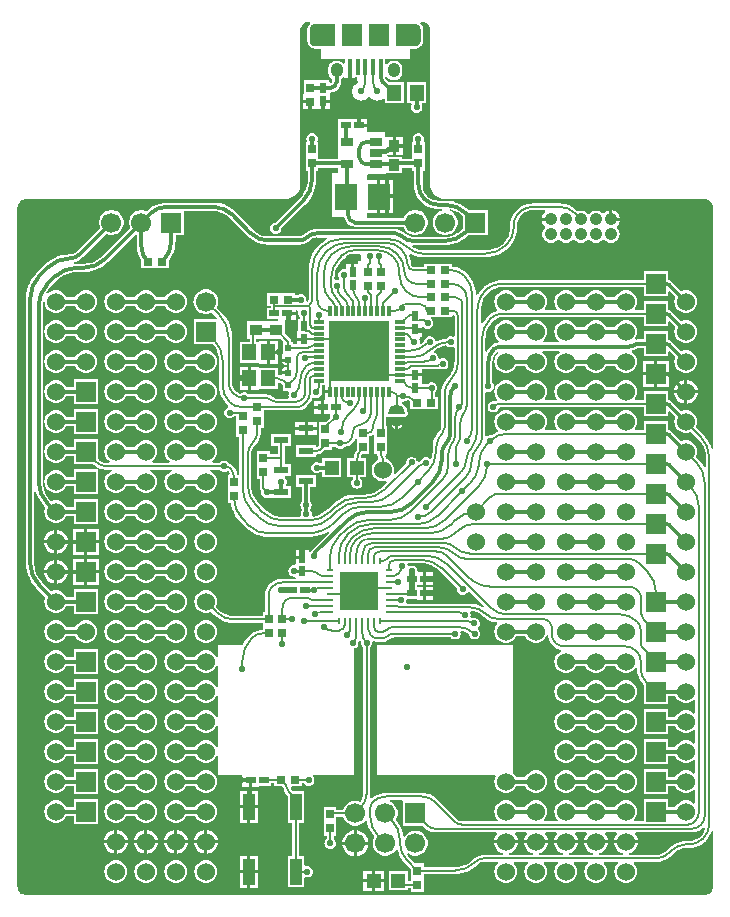
<source format=gtl>
G04 Layer_Physical_Order=1*
G04 Layer_Color=255*
%FSLAX43Y43*%
%MOMM*%
G71*
G01*
G75*
%ADD10C,0.200*%
%ADD11C,0.200*%
%ADD12C,0.175*%
%ADD13C,0.300*%
%ADD14C,0.250*%
%ADD15C,0.400*%
%ADD16C,0.175*%
%ADD17C,0.180*%
%ADD18C,0.300*%
%ADD19C,0.550*%
%ADD20R,0.650X0.800*%
%ADD21R,3.300X3.300*%
%ADD22O,0.250X0.650*%
%ADD23O,0.650X0.250*%
%ADD24R,0.400X1.350*%
%ADD25R,0.500X0.600*%
%ADD26R,0.800X0.650*%
%ADD27R,1.200X1.200*%
%ADD28R,0.900X0.600*%
%ADD29R,0.600X0.900*%
%ADD30C,0.400*%
%ADD31R,1.000X0.950*%
%ADD32R,1.300X0.600*%
%ADD33R,1.000X2.250*%
%ADD34R,1.150X1.400*%
%ADD35R,0.850X0.300*%
%ADD36R,0.300X0.850*%
%ADD37R,5.200X5.200*%
%ADD38R,1.950X2.250*%
%ADD39R,0.950X1.000*%
%ADD40R,1.200X1.350*%
%ADD41R,1.050X0.650*%
%ADD42C,0.500*%
%ADD43C,0.150*%
%ADD44R,1.800X1.900*%
%ADD45R,0.900X0.300*%
%ADD46C,1.524*%
%ADD47C,3.600*%
G04:AMPARAMS|DCode=48|XSize=1.05mm|YSize=1.25mm|CornerRadius=0.525mm|HoleSize=0mm|Usage=FLASHONLY|Rotation=180.000|XOffset=0mm|YOffset=0mm|HoleType=Round|Shape=RoundedRectangle|*
%AMROUNDEDRECTD48*
21,1,1.050,0.200,0,0,180.0*
21,1,0.000,1.250,0,0,180.0*
1,1,1.050,0.000,0.100*
1,1,1.050,0.000,0.100*
1,1,1.050,0.000,-0.100*
1,1,1.050,0.000,-0.100*
%
%ADD48ROUNDEDRECTD48*%
G04:AMPARAMS|DCode=49|XSize=2.1mm|YSize=1.9mm|CornerRadius=0.494mm|HoleSize=0mm|Usage=FLASHONLY|Rotation=180.000|XOffset=0mm|YOffset=0mm|HoleType=Round|Shape=RoundedRectangle|*
%AMROUNDEDRECTD49*
21,1,2.100,0.912,0,0,180.0*
21,1,1.112,1.900,0,0,180.0*
1,1,0.988,-0.556,0.456*
1,1,0.988,0.556,0.456*
1,1,0.988,0.556,-0.456*
1,1,0.988,-0.556,-0.456*
%
%ADD49ROUNDEDRECTD49*%
%ADD50C,1.700*%
%ADD51R,1.700X1.700*%
%ADD52R,1.700X1.700*%
%ADD53C,1.050*%
G36*
X34248Y74321D02*
X34301Y74314D01*
X34354Y74299D01*
X34397Y74283D01*
X34439Y74263D01*
X34483Y74235D01*
X34521Y74206D01*
X34560Y74172D01*
X34589Y74136D01*
X34617Y74099D01*
X34641Y74058D01*
X34661Y74016D01*
X34677Y73974D01*
X34689Y73923D01*
X34696Y73878D01*
X34700Y73825D01*
Y72925D01*
X34696Y72870D01*
X34688Y72825D01*
X34676Y72775D01*
X34660Y72735D01*
X34647Y72702D01*
X34622Y72659D01*
X34596Y72622D01*
X34565Y72584D01*
X34520Y72543D01*
X34480Y72513D01*
X34434Y72484D01*
X34381Y72460D01*
X34294Y72434D01*
X34200Y72425D01*
X32600D01*
Y74325D01*
X34200D01*
X34248Y74321D01*
D02*
G37*
G36*
X27400Y72425D02*
X25800D01*
X25752Y72429D01*
X25699Y72436D01*
X25646Y72451D01*
X25603Y72467D01*
X25561Y72487D01*
X25517Y72515D01*
X25479Y72544D01*
X25440Y72578D01*
X25411Y72614D01*
X25383Y72651D01*
X25359Y72692D01*
X25339Y72734D01*
X25323Y72776D01*
X25311Y72827D01*
X25304Y72872D01*
X25300Y72925D01*
Y73825D01*
X25304Y73880D01*
X25312Y73925D01*
X25324Y73975D01*
X25340Y74015D01*
X25353Y74048D01*
X25378Y74091D01*
X25404Y74128D01*
X25435Y74166D01*
X25480Y74207D01*
X25520Y74237D01*
X25566Y74266D01*
X25619Y74290D01*
X25706Y74316D01*
X25800Y74325D01*
X27400D01*
Y72425D01*
D02*
G37*
G36*
X25250Y74495D02*
X25309D01*
X25355Y74368D01*
X25301Y74324D01*
X25214Y74218D01*
X25191Y74175D01*
X25177Y74150D01*
X25175Y74145D01*
X25150Y74098D01*
X25138Y74059D01*
X25135Y74051D01*
X25133Y74044D01*
X25129Y74030D01*
X25126Y74023D01*
X25121Y74004D01*
X25110Y73967D01*
X25107Y73938D01*
X25103Y73916D01*
X25103Y73905D01*
X25101Y73895D01*
X25097Y73840D01*
X25097Y73836D01*
X25097Y73831D01*
Y73828D01*
X25096Y73825D01*
Y72925D01*
X25097Y72922D01*
Y72919D01*
X25097Y72914D01*
X25097Y72910D01*
X25101Y72857D01*
X25103Y72849D01*
X25103Y72841D01*
X25108Y72808D01*
X25110Y72783D01*
X25118Y72756D01*
X25125Y72729D01*
X25130Y72717D01*
X25130Y72716D01*
X25132Y72703D01*
X25141Y72681D01*
X25150Y72652D01*
X25172Y72611D01*
X25175Y72604D01*
X25176Y72603D01*
X25182Y72591D01*
X25183Y72589D01*
X25188Y72580D01*
X25214Y72532D01*
X25301Y72426D01*
X25407Y72339D01*
X25450Y72316D01*
X25452Y72315D01*
X25453Y72314D01*
X25471Y72305D01*
X25473Y72303D01*
X25484Y72298D01*
X25527Y72275D01*
X25570Y72262D01*
X25575Y72260D01*
X25577Y72259D01*
X25587Y72257D01*
X25590Y72255D01*
X25626Y72245D01*
X25658Y72235D01*
X25678Y72233D01*
X25725Y72227D01*
X25730Y72227D01*
X25735Y72226D01*
X25783Y72222D01*
X25787Y72222D01*
X25794Y72222D01*
X25797D01*
X25800Y72221D01*
X26250D01*
Y71375D01*
X28246D01*
Y71000D01*
X28119Y70955D01*
X28090Y70990D01*
X27980Y71081D01*
X27854Y71148D01*
X27717Y71190D01*
X27575Y71204D01*
X27433Y71190D01*
X27296Y71148D01*
X27170Y71081D01*
X27060Y70990D01*
X26969Y70880D01*
X26902Y70754D01*
X26860Y70617D01*
X26846Y70475D01*
Y70275D01*
X26860Y70133D01*
X26902Y69996D01*
X26969Y69870D01*
X27060Y69760D01*
X27170Y69669D01*
X27222Y69642D01*
Y69439D01*
X27223Y69433D01*
X27208Y69359D01*
X27178Y69314D01*
X27063Y69279D01*
X26958Y69355D01*
Y69526D01*
X25958D01*
Y69526D01*
X25840Y69526D01*
Y69526D01*
X24790D01*
Y68380D01*
X24736D01*
Y67853D01*
X25315D01*
Y67726D01*
X25442D01*
Y67072D01*
X25777D01*
X25894Y67072D01*
Y67072D01*
X25904Y67072D01*
Y67072D01*
X26331D01*
Y67776D01*
X26458D01*
Y67903D01*
X27012D01*
Y68396D01*
X27012Y68480D01*
X27117Y68532D01*
X27188Y68539D01*
X27362Y68592D01*
X27521Y68677D01*
X27661Y68792D01*
X27661Y68792D01*
X27775Y68931D01*
X27860Y69089D01*
X27912Y69261D01*
X27929Y69439D01*
X27928D01*
Y69642D01*
X27980Y69669D01*
X28090Y69760D01*
X28119Y69795D01*
X28246Y69771D01*
Y69771D01*
X28573D01*
Y70700D01*
X28827D01*
Y69771D01*
X29154D01*
Y69825D01*
X29300D01*
Y69525D01*
X29300D01*
X29362Y69416D01*
X29360Y69396D01*
X29329Y69307D01*
X29217Y69247D01*
X29099Y69151D01*
X29003Y69033D01*
X28931Y68898D01*
X28886Y68752D01*
X28871Y68600D01*
X28886Y68448D01*
X28931Y68302D01*
X29003Y68167D01*
X29099Y68049D01*
X29217Y67952D01*
X29352Y67881D01*
X29498Y67836D01*
X29650Y67821D01*
X29802Y67836D01*
X29948Y67881D01*
X30083Y67952D01*
X30201Y68049D01*
X30245Y68104D01*
X30251Y68107D01*
X30399D01*
X30405Y68104D01*
X30449Y68049D01*
X30567Y67952D01*
X30702Y67881D01*
X30848Y67836D01*
X31000Y67821D01*
X31152Y67836D01*
X31298Y67881D01*
X31433Y67952D01*
X31523Y68027D01*
X31616Y67997D01*
X31650Y67970D01*
Y67625D01*
X33250D01*
Y69375D01*
X31999D01*
X31725Y69650D01*
X31725Y69650D01*
X31724Y69650D01*
X31718Y69655D01*
X31689Y69698D01*
X31700Y69825D01*
X31793Y69860D01*
X31827Y69861D01*
X31910Y69760D01*
X32020Y69669D01*
X32146Y69602D01*
X32283Y69560D01*
X32425Y69546D01*
X32567Y69560D01*
X32704Y69602D01*
X32830Y69669D01*
X32940Y69760D01*
X33031Y69870D01*
X33098Y69996D01*
X33140Y70133D01*
X33154Y70275D01*
Y70475D01*
X33140Y70617D01*
X33098Y70754D01*
X33031Y70880D01*
X32940Y70990D01*
X32830Y71081D01*
X32704Y71148D01*
X32567Y71190D01*
X32425Y71204D01*
X32283Y71190D01*
X32146Y71148D01*
X32020Y71081D01*
X31910Y70990D01*
X31827Y70889D01*
X31794Y70890D01*
X31700Y70926D01*
Y71375D01*
X33750D01*
Y72221D01*
X34200D01*
X34203Y72222D01*
X34206D01*
X34215Y72222D01*
X34219Y72222D01*
X34313Y72231D01*
X34319Y72233D01*
X34342Y72235D01*
X34473Y72275D01*
X34510Y72295D01*
X34518Y72298D01*
X34522Y72301D01*
X34539Y72310D01*
X34543Y72312D01*
X34549Y72315D01*
X34593Y72339D01*
X34699Y72426D01*
X34786Y72532D01*
X34809Y72575D01*
X34823Y72600D01*
X34825Y72605D01*
X34850Y72652D01*
X34862Y72691D01*
X34865Y72699D01*
X34867Y72706D01*
X34871Y72720D01*
X34874Y72727D01*
X34879Y72746D01*
X34890Y72783D01*
X34893Y72812D01*
X34897Y72834D01*
X34897Y72845D01*
X34899Y72855D01*
X34903Y72910D01*
X34903Y72914D01*
X34903Y72919D01*
Y72922D01*
X34904Y72925D01*
Y73825D01*
X34903Y73828D01*
Y73831D01*
X34903Y73836D01*
X34903Y73840D01*
X34899Y73893D01*
X34897Y73901D01*
X34897Y73909D01*
X34892Y73942D01*
X34890Y73967D01*
X34882Y73994D01*
X34875Y74021D01*
X34870Y74033D01*
X34870Y74034D01*
X34868Y74047D01*
X34859Y74069D01*
X34850Y74098D01*
X34828Y74139D01*
X34825Y74146D01*
X34824Y74147D01*
X34818Y74159D01*
X34817Y74161D01*
X34812Y74170D01*
X34786Y74218D01*
X34699Y74324D01*
X34646Y74368D01*
X34691Y74495D01*
X34750D01*
X34762Y74497D01*
X34896Y74484D01*
X35036Y74442D01*
X35166Y74372D01*
X35279Y74279D01*
X35372Y74166D01*
X35442Y74036D01*
X35484Y73896D01*
X35497Y73762D01*
X35495Y73750D01*
Y60750D01*
X35497Y60741D01*
X35512Y60554D01*
X35557Y60363D01*
X35633Y60181D01*
X35736Y60013D01*
X35863Y59863D01*
X36013Y59736D01*
X36181Y59633D01*
X36363Y59557D01*
X36554Y59512D01*
X36741Y59497D01*
X36750Y59495D01*
X58700D01*
X58712Y59497D01*
X58846Y59484D01*
X58986Y59442D01*
X59116Y59372D01*
X59229Y59279D01*
X59322Y59166D01*
X59392Y59036D01*
X59434Y58896D01*
X59447Y58762D01*
X59445Y58750D01*
Y38350D01*
X59318Y38332D01*
X59255Y38551D01*
X59134Y38845D01*
X58980Y39123D01*
X58796Y39382D01*
X58585Y39618D01*
X58585Y39618D01*
X58493Y39707D01*
X58004Y40196D01*
X58043Y40270D01*
X58098Y40451D01*
X58117Y40640D01*
X58098Y40829D01*
X58043Y41010D01*
X57954Y41177D01*
X57834Y41324D01*
X57687Y41444D01*
X57520Y41533D01*
X57339Y41588D01*
X57150Y41607D01*
X56961Y41588D01*
X56780Y41533D01*
X56764Y41525D01*
X55995Y42294D01*
X55996Y42294D01*
X55880Y42389D01*
X55748Y42460D01*
X55660Y42486D01*
Y43214D01*
X53560D01*
Y42467D01*
X52893D01*
X52833Y42594D01*
X52874Y42643D01*
X52963Y42810D01*
X53018Y42991D01*
X53037Y43180D01*
X53018Y43369D01*
X52963Y43550D01*
X52874Y43717D01*
X52754Y43864D01*
X52607Y43984D01*
X52440Y44073D01*
X52259Y44128D01*
X52070Y44147D01*
X51881Y44128D01*
X51700Y44073D01*
X51533Y43984D01*
X51386Y43864D01*
X51266Y43717D01*
X51177Y43550D01*
X51172Y43533D01*
X50428D01*
X50423Y43550D01*
X50334Y43717D01*
X50214Y43864D01*
X50067Y43984D01*
X49900Y44073D01*
X49719Y44128D01*
X49530Y44147D01*
X49341Y44128D01*
X49160Y44073D01*
X48993Y43984D01*
X48846Y43864D01*
X48726Y43717D01*
X48637Y43550D01*
X48632Y43533D01*
X47888D01*
X47883Y43550D01*
X47794Y43717D01*
X47674Y43864D01*
X47527Y43984D01*
X47360Y44073D01*
X47179Y44128D01*
X46990Y44147D01*
X46801Y44128D01*
X46620Y44073D01*
X46453Y43984D01*
X46306Y43864D01*
X46186Y43717D01*
X46097Y43550D01*
X46042Y43369D01*
X46023Y43180D01*
X46042Y42991D01*
X46097Y42810D01*
X46186Y42643D01*
X46227Y42594D01*
X46167Y42467D01*
X45273D01*
X45213Y42594D01*
X45254Y42643D01*
X45343Y42810D01*
X45398Y42991D01*
X45417Y43180D01*
X45398Y43369D01*
X45343Y43550D01*
X45254Y43717D01*
X45134Y43864D01*
X44987Y43984D01*
X44820Y44073D01*
X44639Y44128D01*
X44450Y44147D01*
X44261Y44128D01*
X44080Y44073D01*
X43913Y43984D01*
X43766Y43864D01*
X43646Y43717D01*
X43557Y43550D01*
X43552Y43533D01*
X42808D01*
X42803Y43550D01*
X42714Y43717D01*
X42594Y43864D01*
X42447Y43984D01*
X42280Y44073D01*
X42099Y44128D01*
X41910Y44147D01*
X41721Y44128D01*
X41540Y44073D01*
X41373Y43984D01*
X41226Y43864D01*
X41106Y43717D01*
X41017Y43550D01*
X40962Y43369D01*
X40943Y43180D01*
X40962Y42991D01*
X41017Y42810D01*
X41106Y42643D01*
X41179Y42555D01*
X41133Y42413D01*
X41115Y42409D01*
X40989Y42357D01*
X40974Y42363D01*
X40850Y42379D01*
X40726Y42363D01*
X40610Y42315D01*
X40511Y42239D01*
X40435Y42140D01*
X40387Y42024D01*
X40371Y41900D01*
X40387Y41776D01*
X40435Y41660D01*
X40511Y41561D01*
X40610Y41485D01*
X40726Y41437D01*
X40850Y41421D01*
X40974Y41437D01*
X41090Y41485D01*
X41189Y41561D01*
X41265Y41660D01*
X41313Y41776D01*
X41321Y41835D01*
X41370Y41850D01*
X41485Y41862D01*
X41487Y41861D01*
X53560D01*
Y41114D01*
X55660D01*
Y41465D01*
X55777Y41513D01*
X56265Y41026D01*
X56257Y41010D01*
X56202Y40829D01*
X56183Y40640D01*
X56202Y40451D01*
X56257Y40270D01*
X56346Y40103D01*
X56466Y39956D01*
X56613Y39836D01*
X56780Y39747D01*
X56961Y39692D01*
X57150Y39673D01*
X57339Y39692D01*
X57520Y39747D01*
X57594Y39786D01*
X58085Y39295D01*
X58173Y39207D01*
X58257Y39115D01*
X58369Y38987D01*
X58533Y38742D01*
X58663Y38478D01*
X58758Y38199D01*
X58815Y37910D01*
X58834Y37628D01*
X58832Y37616D01*
Y36825D01*
X58705Y36792D01*
X58603Y36977D01*
X58418Y37237D01*
X58206Y37475D01*
X58205Y37473D01*
X58010Y37668D01*
X58043Y37730D01*
X58098Y37911D01*
X58117Y38100D01*
X58098Y38289D01*
X58043Y38470D01*
X57954Y38637D01*
X57834Y38784D01*
X57687Y38904D01*
X57520Y38993D01*
X57339Y39048D01*
X57150Y39067D01*
X56961Y39048D01*
X56780Y38993D01*
X56764Y38985D01*
X55995Y39754D01*
X55996Y39754D01*
X55880Y39849D01*
X55748Y39920D01*
X55660Y39946D01*
Y40674D01*
X53560D01*
Y39927D01*
X52893D01*
X52833Y40054D01*
X52874Y40103D01*
X52963Y40270D01*
X53018Y40451D01*
X53037Y40640D01*
X53018Y40829D01*
X52963Y41010D01*
X52874Y41177D01*
X52754Y41324D01*
X52607Y41444D01*
X52440Y41533D01*
X52259Y41588D01*
X52070Y41607D01*
X51881Y41588D01*
X51700Y41533D01*
X51533Y41444D01*
X51386Y41324D01*
X51266Y41177D01*
X51177Y41010D01*
X51172Y40993D01*
X50428D01*
X50423Y41010D01*
X50334Y41177D01*
X50214Y41324D01*
X50067Y41444D01*
X49900Y41533D01*
X49719Y41588D01*
X49530Y41607D01*
X49341Y41588D01*
X49160Y41533D01*
X48993Y41444D01*
X48846Y41324D01*
X48726Y41177D01*
X48637Y41010D01*
X48632Y40993D01*
X47888D01*
X47883Y41010D01*
X47794Y41177D01*
X47674Y41324D01*
X47527Y41444D01*
X47360Y41533D01*
X47179Y41588D01*
X46990Y41607D01*
X46801Y41588D01*
X46620Y41533D01*
X46453Y41444D01*
X46306Y41324D01*
X46186Y41177D01*
X46097Y41010D01*
X46042Y40829D01*
X46023Y40640D01*
X46042Y40451D01*
X46097Y40270D01*
X46186Y40103D01*
X46227Y40054D01*
X46167Y39927D01*
X45273D01*
X45213Y40054D01*
X45254Y40103D01*
X45343Y40270D01*
X45398Y40451D01*
X45417Y40640D01*
X45398Y40829D01*
X45343Y41010D01*
X45254Y41177D01*
X45134Y41324D01*
X44987Y41444D01*
X44820Y41533D01*
X44639Y41588D01*
X44450Y41607D01*
X44261Y41588D01*
X44080Y41533D01*
X43913Y41444D01*
X43766Y41324D01*
X43646Y41177D01*
X43557Y41010D01*
X43552Y40993D01*
X42808D01*
X42803Y41010D01*
X42714Y41177D01*
X42594Y41324D01*
X42447Y41444D01*
X42280Y41533D01*
X42099Y41588D01*
X41910Y41607D01*
X41721Y41588D01*
X41540Y41533D01*
X41373Y41444D01*
X41226Y41324D01*
X41106Y41177D01*
X41017Y41010D01*
X40962Y40829D01*
X40943Y40640D01*
X40962Y40451D01*
X41017Y40270D01*
X41106Y40103D01*
X41226Y39956D01*
X41261Y39928D01*
X41235Y39785D01*
X41138Y39752D01*
X40865Y39618D01*
X40689Y39500D01*
X40600Y39512D01*
X40476Y39496D01*
X40360Y39448D01*
X40297Y39399D01*
X40181Y39444D01*
X40170Y39455D01*
Y43103D01*
X40286Y43189D01*
X40297Y43190D01*
X40413Y43175D01*
X40537Y43191D01*
X40652Y43239D01*
X40752Y43315D01*
X40828Y43414D01*
X40876Y43530D01*
X40892Y43654D01*
X40876Y43778D01*
X40828Y43893D01*
X40766Y43974D01*
Y45625D01*
X40765Y45635D01*
X40780Y45833D01*
X40829Y46035D01*
X40908Y46228D01*
X41017Y46405D01*
X41146Y46556D01*
X41154Y46562D01*
X41155Y46564D01*
X41214Y46609D01*
X41256Y46592D01*
X41279Y46447D01*
X41226Y46404D01*
X41106Y46257D01*
X41017Y46090D01*
X40962Y45909D01*
X40943Y45720D01*
X40962Y45531D01*
X41017Y45350D01*
X41106Y45183D01*
X41226Y45036D01*
X41373Y44916D01*
X41540Y44827D01*
X41721Y44772D01*
X41910Y44753D01*
X42099Y44772D01*
X42280Y44827D01*
X42447Y44916D01*
X42594Y45036D01*
X42714Y45183D01*
X42803Y45350D01*
X42808Y45367D01*
X43552D01*
X43557Y45350D01*
X43646Y45183D01*
X43766Y45036D01*
X43913Y44916D01*
X44080Y44827D01*
X44261Y44772D01*
X44450Y44753D01*
X44639Y44772D01*
X44820Y44827D01*
X44987Y44916D01*
X45134Y45036D01*
X45254Y45183D01*
X45343Y45350D01*
X45398Y45531D01*
X45417Y45720D01*
X45398Y45909D01*
X45343Y46090D01*
X45254Y46257D01*
X45134Y46404D01*
X44991Y46520D01*
X44990Y46534D01*
X45025Y46647D01*
X46415D01*
X46450Y46534D01*
X46449Y46520D01*
X46306Y46404D01*
X46186Y46257D01*
X46097Y46090D01*
X46042Y45909D01*
X46023Y45720D01*
X46042Y45531D01*
X46097Y45350D01*
X46186Y45183D01*
X46306Y45036D01*
X46453Y44916D01*
X46620Y44827D01*
X46801Y44772D01*
X46990Y44753D01*
X47179Y44772D01*
X47360Y44827D01*
X47527Y44916D01*
X47674Y45036D01*
X47794Y45183D01*
X47883Y45350D01*
X47888Y45367D01*
X48632D01*
X48637Y45350D01*
X48726Y45183D01*
X48846Y45036D01*
X48993Y44916D01*
X49160Y44827D01*
X49341Y44772D01*
X49530Y44753D01*
X49719Y44772D01*
X49900Y44827D01*
X50067Y44916D01*
X50214Y45036D01*
X50334Y45183D01*
X50423Y45350D01*
X50428Y45367D01*
X51172D01*
X51177Y45350D01*
X51266Y45183D01*
X51386Y45036D01*
X51533Y44916D01*
X51700Y44827D01*
X51881Y44772D01*
X52070Y44753D01*
X52259Y44772D01*
X52440Y44827D01*
X52607Y44916D01*
X52754Y45036D01*
X52874Y45183D01*
X52963Y45350D01*
X53018Y45531D01*
X53037Y45720D01*
X53018Y45909D01*
X52963Y46090D01*
X52874Y46257D01*
X52754Y46404D01*
X52607Y46524D01*
X52578Y46539D01*
X52596Y46674D01*
X52734Y46707D01*
X52912Y46781D01*
X53077Y46882D01*
X53083Y46887D01*
X53108Y46892D01*
X53115Y46891D01*
X53560D01*
Y46194D01*
X55660D01*
Y46545D01*
X55777Y46593D01*
X56265Y46105D01*
X56257Y46090D01*
X56202Y45909D01*
X56183Y45720D01*
X56202Y45531D01*
X56257Y45350D01*
X56346Y45183D01*
X56466Y45036D01*
X56613Y44916D01*
X56780Y44827D01*
X56961Y44772D01*
X57150Y44753D01*
X57339Y44772D01*
X57520Y44827D01*
X57687Y44916D01*
X57834Y45036D01*
X57954Y45183D01*
X58043Y45350D01*
X58098Y45531D01*
X58117Y45720D01*
X58098Y45909D01*
X58043Y46090D01*
X57954Y46257D01*
X57834Y46404D01*
X57687Y46524D01*
X57520Y46613D01*
X57339Y46668D01*
X57150Y46687D01*
X56961Y46668D01*
X56780Y46613D01*
X56764Y46605D01*
X55995Y47374D01*
X55996Y47374D01*
X55880Y47469D01*
X55748Y47540D01*
X55660Y47566D01*
Y48294D01*
X53560D01*
Y47597D01*
X53115D01*
Y47598D01*
X52933Y47581D01*
X52917Y47576D01*
X52844Y47686D01*
X52874Y47723D01*
X52963Y47890D01*
X53018Y48071D01*
X53037Y48260D01*
X53018Y48449D01*
X52963Y48630D01*
X52874Y48797D01*
X52754Y48944D01*
X52607Y49064D01*
X52440Y49153D01*
X52259Y49208D01*
X52070Y49227D01*
X51881Y49208D01*
X51700Y49153D01*
X51533Y49064D01*
X51386Y48944D01*
X51266Y48797D01*
X51177Y48630D01*
X51172Y48613D01*
X50428D01*
X50423Y48630D01*
X50334Y48797D01*
X50214Y48944D01*
X50067Y49064D01*
X49900Y49153D01*
X49719Y49208D01*
X49530Y49227D01*
X49341Y49208D01*
X49160Y49153D01*
X48993Y49064D01*
X48846Y48944D01*
X48726Y48797D01*
X48637Y48630D01*
X48632Y48613D01*
X47888D01*
X47883Y48630D01*
X47794Y48797D01*
X47674Y48944D01*
X47527Y49064D01*
X47360Y49153D01*
X47179Y49208D01*
X46990Y49227D01*
X46801Y49208D01*
X46620Y49153D01*
X46453Y49064D01*
X46306Y48944D01*
X46186Y48797D01*
X46097Y48630D01*
X46042Y48449D01*
X46023Y48260D01*
X46042Y48071D01*
X46097Y47890D01*
X46186Y47723D01*
X46306Y47576D01*
X46424Y47480D01*
X46389Y47359D01*
X46386Y47353D01*
X45054D01*
X45051Y47359D01*
X45016Y47480D01*
X45134Y47576D01*
X45254Y47723D01*
X45343Y47890D01*
X45398Y48071D01*
X45417Y48260D01*
X45398Y48449D01*
X45343Y48630D01*
X45254Y48797D01*
X45134Y48944D01*
X44987Y49064D01*
X44820Y49153D01*
X44639Y49208D01*
X44450Y49227D01*
X44261Y49208D01*
X44080Y49153D01*
X43913Y49064D01*
X43766Y48944D01*
X43646Y48797D01*
X43557Y48630D01*
X43552Y48613D01*
X42808D01*
X42803Y48630D01*
X42714Y48797D01*
X42594Y48944D01*
X42447Y49064D01*
X42280Y49153D01*
X42099Y49208D01*
X41910Y49227D01*
X41721Y49208D01*
X41540Y49153D01*
X41373Y49064D01*
X41226Y48944D01*
X41106Y48797D01*
X41017Y48630D01*
X40962Y48449D01*
X40943Y48260D01*
X40962Y48071D01*
X41017Y47890D01*
X41106Y47723D01*
X41226Y47576D01*
X41343Y47481D01*
X41320Y47369D01*
X41308Y47350D01*
X41165Y47336D01*
X40978Y47279D01*
X40805Y47187D01*
X40653Y47062D01*
X40654Y47062D01*
X40478Y46862D01*
X40331Y46641D01*
X40297Y46573D01*
X40170Y46603D01*
Y47583D01*
X40169Y47595D01*
X40187Y47875D01*
X40244Y48163D01*
X40338Y48440D01*
X40468Y48703D01*
X40631Y48946D01*
X40816Y49158D01*
X40825Y49165D01*
X40828Y49168D01*
X40954Y49276D01*
X41098Y49364D01*
X41255Y49429D01*
X41420Y49469D01*
X41585Y49482D01*
X41589Y49481D01*
X53560D01*
Y48734D01*
X55660D01*
Y49085D01*
X55777Y49133D01*
X56265Y48646D01*
X56257Y48630D01*
X56202Y48449D01*
X56183Y48260D01*
X56202Y48071D01*
X56257Y47890D01*
X56346Y47723D01*
X56466Y47576D01*
X56613Y47456D01*
X56780Y47367D01*
X56961Y47312D01*
X57150Y47293D01*
X57339Y47312D01*
X57520Y47367D01*
X57687Y47456D01*
X57834Y47576D01*
X57954Y47723D01*
X58043Y47890D01*
X58098Y48071D01*
X58117Y48260D01*
X58098Y48449D01*
X58043Y48630D01*
X57954Y48797D01*
X57834Y48944D01*
X57687Y49064D01*
X57520Y49153D01*
X57339Y49208D01*
X57150Y49227D01*
X56961Y49208D01*
X56780Y49153D01*
X56764Y49145D01*
X55995Y49914D01*
X55996Y49914D01*
X55880Y50009D01*
X55748Y50080D01*
X55660Y50106D01*
Y50834D01*
X53560D01*
Y50087D01*
X52893D01*
X52833Y50214D01*
X52874Y50263D01*
X52963Y50430D01*
X53018Y50611D01*
X53037Y50800D01*
X53018Y50989D01*
X52963Y51170D01*
X52874Y51337D01*
X52754Y51484D01*
X52607Y51604D01*
X52440Y51693D01*
X52259Y51748D01*
X52070Y51767D01*
X51881Y51748D01*
X51700Y51693D01*
X51533Y51604D01*
X51386Y51484D01*
X51266Y51337D01*
X51177Y51170D01*
X51172Y51153D01*
X50428D01*
X50423Y51170D01*
X50334Y51337D01*
X50214Y51484D01*
X50067Y51604D01*
X49900Y51693D01*
X49719Y51748D01*
X49530Y51767D01*
X49341Y51748D01*
X49160Y51693D01*
X48993Y51604D01*
X48846Y51484D01*
X48726Y51337D01*
X48637Y51170D01*
X48632Y51153D01*
X47888D01*
X47883Y51170D01*
X47794Y51337D01*
X47674Y51484D01*
X47527Y51604D01*
X47360Y51693D01*
X47179Y51748D01*
X46990Y51767D01*
X46801Y51748D01*
X46620Y51693D01*
X46453Y51604D01*
X46306Y51484D01*
X46186Y51337D01*
X46097Y51170D01*
X46042Y50989D01*
X46023Y50800D01*
X46042Y50611D01*
X46097Y50430D01*
X46186Y50263D01*
X46227Y50214D01*
X46167Y50087D01*
X45273D01*
X45213Y50214D01*
X45254Y50263D01*
X45343Y50430D01*
X45398Y50611D01*
X45417Y50800D01*
X45398Y50989D01*
X45343Y51170D01*
X45254Y51337D01*
X45134Y51484D01*
X44987Y51604D01*
X44820Y51693D01*
X44639Y51748D01*
X44450Y51767D01*
X44261Y51748D01*
X44080Y51693D01*
X43913Y51604D01*
X43766Y51484D01*
X43646Y51337D01*
X43557Y51170D01*
X43552Y51153D01*
X42808D01*
X42803Y51170D01*
X42714Y51337D01*
X42594Y51484D01*
X42447Y51604D01*
X42280Y51693D01*
X42099Y51748D01*
X41910Y51767D01*
X41721Y51748D01*
X41540Y51693D01*
X41373Y51604D01*
X41226Y51484D01*
X41106Y51337D01*
X41017Y51170D01*
X40962Y50989D01*
X40943Y50800D01*
X40962Y50611D01*
X41017Y50430D01*
X41106Y50263D01*
X41186Y50166D01*
X41159Y50057D01*
X41147Y50032D01*
X41142Y50026D01*
X40944Y49959D01*
X40746Y49862D01*
X40563Y49739D01*
X40397Y49594D01*
X40396Y49594D01*
X40184Y49356D01*
X39999Y49096D01*
X39922Y48957D01*
X39795Y48990D01*
Y50041D01*
X39794Y50053D01*
X39812Y50333D01*
X39852Y50533D01*
X39869Y50621D01*
X39963Y50898D01*
X40093Y51161D01*
X40256Y51405D01*
X40441Y51616D01*
X40450Y51623D01*
X40467Y51639D01*
X40666Y51772D01*
X40885Y51881D01*
X41117Y51959D01*
X41357Y52007D01*
X41593Y52022D01*
X41601Y52021D01*
X53560D01*
Y51274D01*
X55660D01*
Y51625D01*
X55777Y51673D01*
X56265Y51186D01*
X56257Y51170D01*
X56202Y50989D01*
X56183Y50800D01*
X56202Y50611D01*
X56257Y50430D01*
X56346Y50263D01*
X56466Y50116D01*
X56613Y49996D01*
X56780Y49907D01*
X56961Y49852D01*
X57150Y49833D01*
X57339Y49852D01*
X57520Y49907D01*
X57687Y49996D01*
X57834Y50116D01*
X57954Y50263D01*
X58043Y50430D01*
X58098Y50611D01*
X58117Y50800D01*
X58098Y50989D01*
X58043Y51170D01*
X57954Y51337D01*
X57834Y51484D01*
X57687Y51604D01*
X57520Y51693D01*
X57339Y51748D01*
X57150Y51767D01*
X56961Y51748D01*
X56780Y51693D01*
X56764Y51685D01*
X55995Y52454D01*
X55996Y52454D01*
X55880Y52549D01*
X55748Y52620D01*
X55660Y52646D01*
Y53374D01*
X53560D01*
Y52627D01*
X41601D01*
Y52628D01*
X41324Y52612D01*
X41050Y52566D01*
X40784Y52489D01*
X40527Y52383D01*
X40284Y52249D01*
X40120Y52132D01*
X40116Y52129D01*
X40116Y52129D01*
X40071Y52098D01*
X40071Y52098D01*
X40021Y52052D01*
X40021Y52052D01*
X39809Y51815D01*
X39624Y51554D01*
X39545Y51411D01*
X39381Y51378D01*
X39365Y51389D01*
X39349Y51676D01*
X39301Y51959D01*
X39221Y52235D01*
X39111Y52500D01*
X38973Y52751D01*
X38806Y52985D01*
X38615Y53199D01*
X38615Y53200D01*
X38426Y53365D01*
X38217Y53505D01*
X37992Y53616D01*
X37754Y53697D01*
X37508Y53746D01*
X37372Y53754D01*
X37358Y53756D01*
Y53983D01*
X36158D01*
Y53983D01*
X36158D01*
Y53983D01*
X34958D01*
Y53748D01*
X34090D01*
X34085Y53747D01*
X34008Y53763D01*
X33938Y53809D01*
X33912Y53848D01*
X33879Y53961D01*
X33879D01*
X33861Y54239D01*
X33806Y54512D01*
X33717Y54776D01*
X33716Y54778D01*
X33815Y54865D01*
X33837Y54850D01*
X34077Y54732D01*
X34330Y54646D01*
X34593Y54593D01*
X34860Y54576D01*
Y54578D01*
X40179D01*
Y54576D01*
X40496Y54594D01*
X40809Y54647D01*
X41114Y54735D01*
X41408Y54856D01*
X41686Y55010D01*
X41945Y55194D01*
X42182Y55405D01*
X42182Y55405D01*
X42379Y55630D01*
X42545Y55879D01*
X42678Y56147D01*
X42774Y56430D01*
X42832Y56723D01*
X42852Y57022D01*
X42849D01*
Y57223D01*
X42850Y57343D01*
D01*
X42869Y57466D01*
X42904Y57613D01*
X42905Y57616D01*
X42984Y57807D01*
X43094Y57986D01*
X43230Y58145D01*
X43389Y58281D01*
X43568Y58391D01*
X43762Y58471D01*
X43966Y58520D01*
X44167Y58536D01*
X44175Y58535D01*
X45208D01*
X45251Y58408D01*
X45167Y58339D01*
X45069Y58220D01*
X44997Y58085D01*
X44952Y57938D01*
X44950Y57912D01*
X45720D01*
Y57658D01*
X44950D01*
X44952Y57632D01*
X44997Y57485D01*
X45069Y57350D01*
X45167Y57231D01*
X45208Y57197D01*
X45210Y57034D01*
X45205Y57030D01*
X45114Y56920D01*
X45047Y56794D01*
X45005Y56657D01*
X44991Y56515D01*
X45005Y56373D01*
X45047Y56236D01*
X45114Y56110D01*
X45205Y56000D01*
X45315Y55909D01*
X45441Y55842D01*
X45578Y55800D01*
X45720Y55786D01*
X45862Y55800D01*
X45999Y55842D01*
X46125Y55909D01*
X46235Y56000D01*
X46275Y56048D01*
X46284Y56053D01*
X46426D01*
X46435Y56048D01*
X46475Y56000D01*
X46585Y55909D01*
X46711Y55842D01*
X46848Y55800D01*
X46990Y55786D01*
X47132Y55800D01*
X47269Y55842D01*
X47395Y55909D01*
X47505Y56000D01*
X47545Y56048D01*
X47554Y56053D01*
X47696D01*
X47705Y56048D01*
X47745Y56000D01*
X47855Y55909D01*
X47981Y55842D01*
X48118Y55800D01*
X48260Y55786D01*
X48402Y55800D01*
X48539Y55842D01*
X48665Y55909D01*
X48775Y56000D01*
X48815Y56048D01*
X48824Y56053D01*
X48966D01*
X48975Y56048D01*
X49015Y56000D01*
X49125Y55909D01*
X49251Y55842D01*
X49388Y55800D01*
X49530Y55786D01*
X49672Y55800D01*
X49809Y55842D01*
X49935Y55909D01*
X50045Y56000D01*
X50085Y56048D01*
X50094Y56053D01*
X50236D01*
X50245Y56048D01*
X50285Y56000D01*
X50395Y55909D01*
X50521Y55842D01*
X50658Y55800D01*
X50800Y55786D01*
X50942Y55800D01*
X51079Y55842D01*
X51205Y55909D01*
X51315Y56000D01*
X51406Y56110D01*
X51473Y56236D01*
X51515Y56373D01*
X51529Y56515D01*
X51515Y56657D01*
X51473Y56794D01*
X51406Y56920D01*
X51315Y57030D01*
X51310Y57034D01*
X51312Y57197D01*
X51354Y57231D01*
X51451Y57350D01*
X51523Y57485D01*
X51568Y57632D01*
X51570Y57658D01*
X50800D01*
Y57785D01*
X50673D01*
Y58555D01*
X50647Y58553D01*
X50500Y58508D01*
X50365Y58436D01*
X50246Y58339D01*
X50212Y58297D01*
X50049Y58295D01*
X50045Y58300D01*
X49935Y58391D01*
X49809Y58458D01*
X49672Y58500D01*
X49530Y58514D01*
X49388Y58500D01*
X49251Y58458D01*
X49125Y58391D01*
X49015Y58300D01*
X48975Y58252D01*
X48966Y58247D01*
X48824D01*
X48815Y58252D01*
X48775Y58300D01*
X48665Y58391D01*
X48539Y58458D01*
X48402Y58500D01*
X48260Y58514D01*
X48118Y58500D01*
X48091Y58491D01*
X47965Y58493D01*
X47755Y58677D01*
X47524Y58832D01*
X47274Y58955D01*
X47010Y59044D01*
X46737Y59099D01*
X46459Y59117D01*
Y59115D01*
X44175D01*
Y59117D01*
X43925Y59100D01*
X43679Y59051D01*
X43442Y58971D01*
X43217Y58860D01*
X43008Y58721D01*
X42820Y58555D01*
X42654Y58367D01*
X42515Y58158D01*
X42404Y57933D01*
X42361Y57806D01*
X42351Y57781D01*
X42349Y57772D01*
X42324Y57696D01*
X42290Y57529D01*
X42275Y57450D01*
X42272Y57405D01*
X42269Y57374D01*
Y57022D01*
X42270Y57016D01*
X42256Y56799D01*
X42212Y56581D01*
X42141Y56369D01*
X42042Y56169D01*
X41918Y55984D01*
X41775Y55820D01*
X41770Y55817D01*
X41763Y55807D01*
X41550Y55621D01*
X41305Y55457D01*
X41041Y55327D01*
X40762Y55232D01*
X40473Y55175D01*
X40191Y55156D01*
X40179Y55158D01*
X34860D01*
X34850Y55157D01*
X34630Y55174D01*
X34407Y55227D01*
X34195Y55315D01*
X33999Y55435D01*
X33971Y55459D01*
X34022Y55583D01*
X34110Y55577D01*
Y55578D01*
X36694D01*
Y55576D01*
X37018Y55595D01*
X37338Y55649D01*
X37650Y55739D01*
X37950Y55863D01*
X38234Y56020D01*
X38499Y56208D01*
X38741Y56424D01*
X38857Y56450D01*
X40365D01*
Y58550D01*
X38761D01*
X38567Y58724D01*
X38302Y58912D01*
X38018Y59069D01*
X37718Y59193D01*
X37406Y59283D01*
X37086Y59337D01*
X36762Y59355D01*
Y59354D01*
X36223D01*
X36212Y59352D01*
X36008Y59368D01*
X35799Y59419D01*
X35600Y59501D01*
X35416Y59614D01*
X35253Y59753D01*
X35113Y59917D01*
X35000Y60101D01*
X34918Y60300D01*
X34868Y60509D01*
X34852Y60713D01*
X34853Y60724D01*
Y61900D01*
X35025D01*
Y62973D01*
X35025Y63100D01*
X35025Y63227D01*
Y64300D01*
X35017D01*
X34941Y64427D01*
X34963Y64479D01*
X34979Y64603D01*
X34963Y64727D01*
X34915Y64843D01*
X34839Y64942D01*
X34740Y65018D01*
X34624Y65066D01*
X34500Y65082D01*
X34376Y65066D01*
X34260Y65018D01*
X34161Y64942D01*
X34085Y64843D01*
X34037Y64727D01*
X34021Y64603D01*
X34037Y64479D01*
X34059Y64427D01*
X33983Y64300D01*
X33975D01*
Y63227D01*
X33975Y63100D01*
X33975Y62943D01*
X33885Y62853D01*
X33111D01*
Y63081D01*
X31890D01*
X31820Y63208D01*
X31832Y63227D01*
X32309D01*
Y63981D01*
Y64735D01*
X31711D01*
Y65134D01*
X30237D01*
X30134Y65192D01*
Y65619D01*
X29430D01*
Y65746D01*
X29303D01*
Y66300D01*
X28726D01*
Y66246D01*
X27680D01*
Y65256D01*
X27680Y65246D01*
X27680D01*
X27693Y65134D01*
X27693D01*
Y62853D01*
X26025D01*
Y64300D01*
X26018D01*
X25942Y64427D01*
X25963Y64478D01*
X25979Y64602D01*
X25963Y64726D01*
X25915Y64842D01*
X25839Y64941D01*
X25740Y65017D01*
X25624Y65065D01*
X25500Y65081D01*
X25376Y65065D01*
X25260Y65017D01*
X25161Y64941D01*
X25085Y64842D01*
X25037Y64726D01*
X25021Y64602D01*
X25037Y64478D01*
X25058Y64427D01*
X24982Y64300D01*
X24975D01*
Y63100D01*
Y61900D01*
X25147D01*
Y61143D01*
X25149Y61129D01*
X25131Y60857D01*
X25075Y60576D01*
X24983Y60305D01*
X24856Y60048D01*
X24697Y59810D01*
X24591Y59688D01*
X24506Y59596D01*
X24506Y59596D01*
X22411Y57501D01*
X22310Y57487D01*
X22194Y57439D01*
X22095Y57363D01*
X22019Y57264D01*
X21971Y57149D01*
X21955Y57025D01*
X21971Y56901D01*
X22019Y56785D01*
X22095Y56686D01*
X22194Y56610D01*
X22310Y56562D01*
X22434Y56545D01*
X22558Y56562D01*
X22674Y56610D01*
X22773Y56686D01*
X22849Y56785D01*
X22897Y56901D01*
X22910Y57001D01*
X24916Y59007D01*
X25007Y59096D01*
X25007Y59096D01*
X25223Y59338D01*
X25411Y59603D01*
X25568Y59887D01*
X25692Y60187D01*
X25782Y60499D01*
X25836Y60819D01*
X25855Y61143D01*
X25853D01*
Y61900D01*
X26025D01*
Y62147D01*
X27693D01*
Y61702D01*
X27150D01*
Y57950D01*
X28194D01*
X28250Y57763D01*
X28343Y57590D01*
X28467Y57438D01*
X28619Y57314D01*
X28792Y57221D01*
X28979Y57164D01*
X29174Y57145D01*
Y57147D01*
X33245D01*
X33297Y57022D01*
X33383Y56881D01*
X33490Y56755D01*
X33616Y56648D01*
X33757Y56562D01*
X33910Y56498D01*
X34070Y56460D01*
X34235Y56447D01*
X34400Y56460D01*
X34560Y56498D01*
X34713Y56562D01*
X34854Y56648D01*
X34980Y56755D01*
X35087Y56881D01*
X35173Y57022D01*
X35237Y57175D01*
X35275Y57335D01*
X35288Y57500D01*
X35275Y57665D01*
X35237Y57825D01*
X35173Y57978D01*
X35087Y58119D01*
X34980Y58245D01*
X34854Y58352D01*
X34713Y58438D01*
X34560Y58502D01*
X34400Y58540D01*
X34235Y58553D01*
X34070Y58540D01*
X33910Y58502D01*
X33757Y58438D01*
X33616Y58352D01*
X33490Y58245D01*
X33383Y58119D01*
X33297Y57978D01*
X33245Y57853D01*
X30222D01*
X30150Y57950D01*
Y58321D01*
X30998D01*
Y59700D01*
Y61079D01*
X30150D01*
Y61542D01*
X30240Y61632D01*
X31711Y61631D01*
Y61631D01*
X31761Y61681D01*
X33111D01*
Y62147D01*
X33975D01*
Y61900D01*
X34147D01*
Y60724D01*
X34146D01*
X34163Y60453D01*
X34216Y60186D01*
X34304Y59929D01*
X34424Y59685D01*
X34575Y59459D01*
X34754Y59255D01*
X34958Y59076D01*
X35184Y58925D01*
X35428Y58804D01*
X35685Y58717D01*
X35952Y58664D01*
X36223Y58646D01*
Y58648D01*
X36514D01*
X36529Y58521D01*
X36450Y58502D01*
X36297Y58438D01*
X36156Y58352D01*
X36030Y58245D01*
X35923Y58119D01*
X35837Y57978D01*
X35773Y57825D01*
X35735Y57665D01*
X35722Y57500D01*
X35735Y57335D01*
X35773Y57175D01*
X35837Y57022D01*
X35923Y56881D01*
X36030Y56755D01*
X36156Y56648D01*
X36297Y56562D01*
X36450Y56498D01*
X36610Y56460D01*
X36775Y56447D01*
X36940Y56460D01*
X37100Y56498D01*
X37253Y56562D01*
X37394Y56648D01*
X37520Y56755D01*
X37627Y56881D01*
X37713Y57022D01*
X37777Y57175D01*
X37815Y57335D01*
X37828Y57500D01*
X37815Y57665D01*
X37777Y57825D01*
X37713Y57978D01*
X37627Y58119D01*
X37520Y58245D01*
X37394Y58352D01*
X37253Y58438D01*
X37147Y58483D01*
X37184Y58605D01*
X37329Y58576D01*
X37600Y58484D01*
X37857Y58357D01*
X38095Y58198D01*
X38265Y58049D01*
Y56949D01*
X38240Y56925D01*
X38232Y56914D01*
X38027Y56734D01*
X37789Y56575D01*
X37532Y56448D01*
X37261Y56356D01*
X36980Y56300D01*
X36708Y56282D01*
X36694Y56284D01*
X34110D01*
X34103Y56283D01*
X33939Y56296D01*
X33772Y56336D01*
X33614Y56402D01*
X33468Y56491D01*
X33432Y56522D01*
X33339Y56604D01*
X33339Y56604D01*
X33203Y56720D01*
X33050Y56814D01*
X32885Y56882D01*
X32711Y56924D01*
X32533Y56938D01*
Y56937D01*
X25892D01*
Y56939D01*
X25656Y56920D01*
X25425Y56865D01*
X25206Y56774D01*
X25004Y56651D01*
X24824Y56497D01*
X24824Y56497D01*
X24729Y56419D01*
X24712Y56405D01*
X24577Y56349D01*
X24444Y56332D01*
X24433Y56333D01*
X21793D01*
X21784Y56332D01*
X21561Y56347D01*
X21332Y56392D01*
X21111Y56467D01*
X20902Y56570D01*
X20708Y56700D01*
X20540Y56847D01*
X20534Y56855D01*
X18939Y58450D01*
X18940Y58450D01*
X18732Y58636D01*
X18504Y58798D01*
X18260Y58933D01*
X18002Y59039D01*
X17734Y59117D01*
X17459Y59163D01*
X17181Y59179D01*
Y59178D01*
X13174D01*
Y59180D01*
X12876Y59160D01*
X12583Y59102D01*
X12300Y59006D01*
X12032Y58874D01*
X11784Y58708D01*
X11559Y58511D01*
X11448Y58472D01*
X11375Y58502D01*
X11215Y58540D01*
X11050Y58553D01*
X10885Y58540D01*
X10725Y58502D01*
X10572Y58438D01*
X10431Y58352D01*
X10305Y58245D01*
X10198Y58119D01*
X10112Y57978D01*
X10048Y57825D01*
X10010Y57665D01*
X9997Y57500D01*
X10010Y57335D01*
X10048Y57175D01*
X10100Y57049D01*
X7721Y54670D01*
X7712Y54659D01*
X7507Y54479D01*
X7269Y54320D01*
X7012Y54193D01*
X6741Y54101D01*
X6460Y54046D01*
X6188Y54028D01*
X6174Y54029D01*
X5567D01*
Y54031D01*
X5331Y54018D01*
X5312Y54144D01*
X5446Y54176D01*
X5673Y54270D01*
X5883Y54399D01*
X6071Y54559D01*
X6070Y54560D01*
X8059Y56550D01*
X8185Y56498D01*
X8345Y56460D01*
X8510Y56447D01*
X8675Y56460D01*
X8835Y56498D01*
X8988Y56562D01*
X9129Y56648D01*
X9255Y56755D01*
X9362Y56881D01*
X9448Y57022D01*
X9512Y57175D01*
X9550Y57335D01*
X9563Y57500D01*
X9550Y57665D01*
X9512Y57825D01*
X9448Y57978D01*
X9362Y58119D01*
X9255Y58245D01*
X9129Y58352D01*
X8988Y58438D01*
X8835Y58502D01*
X8675Y58540D01*
X8510Y58553D01*
X8345Y58540D01*
X8185Y58502D01*
X8032Y58438D01*
X7891Y58352D01*
X7765Y58245D01*
X7658Y58119D01*
X7572Y57978D01*
X7508Y57825D01*
X7470Y57665D01*
X7457Y57500D01*
X7470Y57335D01*
X7508Y57175D01*
X7560Y57049D01*
X5570Y55060D01*
X5564Y55052D01*
X5441Y54950D01*
X5291Y54871D01*
X5129Y54821D01*
X5084Y54817D01*
X4961Y54808D01*
Y54808D01*
X4636Y54790D01*
X4316Y54736D01*
X4005Y54646D01*
X3705Y54522D01*
X3421Y54365D01*
X3156Y54177D01*
X2914Y53961D01*
X2914Y53961D01*
X2825Y53870D01*
X2137Y53182D01*
X2136Y53183D01*
X1920Y52941D01*
X1732Y52676D01*
X1575Y52392D01*
X1451Y52092D01*
X1361Y51780D01*
X1306Y51460D01*
X1288Y51136D01*
X1290D01*
Y28619D01*
X1288D01*
X1306Y28295D01*
X1361Y27975D01*
X1451Y27663D01*
X1575Y27363D01*
X1732Y27079D01*
X1920Y26815D01*
X2136Y26573D01*
X2137Y26574D01*
X2925Y25785D01*
X2917Y25770D01*
X2862Y25589D01*
X2843Y25400D01*
X2862Y25211D01*
X2917Y25030D01*
X3006Y24863D01*
X3126Y24716D01*
X3273Y24596D01*
X3440Y24507D01*
X3621Y24452D01*
X3810Y24433D01*
X3999Y24452D01*
X4180Y24507D01*
X4347Y24596D01*
X4494Y24716D01*
X4614Y24863D01*
X4703Y25030D01*
X4708Y25047D01*
X5300D01*
Y24350D01*
X7400D01*
Y26450D01*
X5300D01*
Y25753D01*
X4708D01*
X4703Y25770D01*
X4614Y25937D01*
X4494Y26084D01*
X4347Y26204D01*
X4180Y26293D01*
X3999Y26348D01*
X3810Y26367D01*
X3621Y26348D01*
X3440Y26293D01*
X3424Y26285D01*
X2636Y27073D01*
X2625Y27081D01*
X2446Y27286D01*
X2287Y27524D01*
X2160Y27781D01*
X2068Y28053D01*
X2012Y28333D01*
X1994Y28606D01*
X1996Y28619D01*
Y34680D01*
X2123Y34698D01*
X2158Y34576D01*
X2282Y34276D01*
X2439Y33992D01*
X2627Y33727D01*
X2843Y33485D01*
X2917Y33390D01*
X2862Y33209D01*
X2843Y33020D01*
X2862Y32831D01*
X2917Y32650D01*
X3006Y32483D01*
X3126Y32336D01*
X3273Y32216D01*
X3440Y32127D01*
X3621Y32072D01*
X3810Y32053D01*
X3999Y32072D01*
X4180Y32127D01*
X4347Y32216D01*
X4494Y32336D01*
X4614Y32483D01*
X4703Y32650D01*
X4708Y32667D01*
X5300D01*
Y31970D01*
X7400D01*
Y34070D01*
X5300D01*
Y33373D01*
X4708D01*
X4703Y33390D01*
X4614Y33557D01*
X4494Y33704D01*
X4347Y33824D01*
X4180Y33913D01*
X3999Y33968D01*
X3810Y33987D01*
X3621Y33968D01*
X3440Y33913D01*
X3424Y33905D01*
X3344Y33986D01*
X3333Y33994D01*
X3153Y34199D01*
X2994Y34437D01*
X2867Y34694D01*
X2775Y34965D01*
X2719Y35246D01*
X2701Y35518D01*
X2703Y35532D01*
Y50460D01*
X2701Y50474D01*
X2719Y50746D01*
X2720Y50753D01*
X2849Y50746D01*
X2862Y50611D01*
X2917Y50430D01*
X3006Y50263D01*
X3126Y50116D01*
X3273Y49996D01*
X3440Y49907D01*
X3621Y49852D01*
X3810Y49833D01*
X3999Y49852D01*
X4180Y49907D01*
X4347Y49996D01*
X4494Y50116D01*
X4614Y50263D01*
X4703Y50430D01*
X4708Y50447D01*
X5452D01*
X5457Y50430D01*
X5546Y50263D01*
X5666Y50116D01*
X5813Y49996D01*
X5980Y49907D01*
X6161Y49852D01*
X6350Y49833D01*
X6539Y49852D01*
X6720Y49907D01*
X6887Y49996D01*
X7034Y50116D01*
X7154Y50263D01*
X7243Y50430D01*
X7298Y50611D01*
X7317Y50800D01*
X7298Y50989D01*
X7243Y51170D01*
X7154Y51337D01*
X7034Y51484D01*
X6887Y51604D01*
X6720Y51693D01*
X6539Y51748D01*
X6350Y51767D01*
X6161Y51748D01*
X5980Y51693D01*
X5813Y51604D01*
X5666Y51484D01*
X5546Y51337D01*
X5457Y51170D01*
X5452Y51153D01*
X4708D01*
X4703Y51170D01*
X4614Y51337D01*
X4494Y51484D01*
X4347Y51604D01*
X4180Y51693D01*
X3999Y51748D01*
X3810Y51767D01*
X3621Y51748D01*
X3440Y51693D01*
X3273Y51604D01*
X3143Y51497D01*
X3079Y51510D01*
X3013Y51546D01*
X3011Y51581D01*
X3153Y51793D01*
X3333Y51998D01*
X3344Y52006D01*
X4020Y52683D01*
X4020Y52683D01*
X4112Y52767D01*
X4234Y52874D01*
X4472Y53033D01*
X4729Y53159D01*
X5000Y53252D01*
X5281Y53307D01*
X5553Y53325D01*
X5567Y53323D01*
X6174D01*
Y53322D01*
X6498Y53340D01*
X6818Y53394D01*
X7130Y53484D01*
X7430Y53609D01*
X7714Y53766D01*
X7979Y53953D01*
X8221Y54170D01*
X8220Y54171D01*
X10578Y56529D01*
X10697Y56479D01*
Y55478D01*
X10695D01*
X10714Y55186D01*
X10771Y54900D01*
X10865Y54623D01*
X10994Y54362D01*
X11000Y54353D01*
Y53625D01*
X12073D01*
X12200Y53625D01*
Y53625D01*
X12200D01*
Y53625D01*
X13400D01*
Y54310D01*
X13501Y54452D01*
X13658Y54736D01*
X13782Y55036D01*
X13872Y55348D01*
X13926Y55668D01*
X13945Y55992D01*
X13943D01*
Y56450D01*
X14640D01*
Y58472D01*
X17181D01*
X17190Y58473D01*
X17414Y58459D01*
X17642Y58413D01*
X17863Y58338D01*
X18072Y58235D01*
X18266Y58106D01*
X18434Y57958D01*
X18440Y57951D01*
X19945Y56445D01*
X20034Y56355D01*
X20034Y56355D01*
X20242Y56169D01*
X20470Y56008D01*
X20714Y55873D01*
X20972Y55766D01*
X21240Y55689D01*
X21515Y55642D01*
X21793Y55626D01*
Y55627D01*
X24433D01*
Y55626D01*
X24630Y55642D01*
X24823Y55688D01*
X25006Y55764D01*
X25175Y55867D01*
X25325Y55996D01*
X25325Y55996D01*
X25419Y56076D01*
X25445Y56098D01*
X25584Y56172D01*
X25735Y56218D01*
X25884Y56232D01*
X25892Y56231D01*
X26745D01*
X26778Y56104D01*
X26558Y55983D01*
X26299Y55799D01*
X26063Y55588D01*
X25851Y55351D01*
X25667Y55092D01*
X25514Y54814D01*
X25392Y54520D01*
X25304Y54215D01*
X25251Y53902D01*
X25233Y53585D01*
X25235D01*
Y51185D01*
X25236Y51178D01*
X25221Y51024D01*
X25174Y50870D01*
X25145Y50816D01*
X25138Y50810D01*
X25120Y50809D01*
X25111Y50812D01*
X25013Y50933D01*
X25019Y50975D01*
X25002Y51099D01*
X24955Y51215D01*
X24878Y51314D01*
X24779Y51390D01*
X24664Y51438D01*
X24540Y51454D01*
X24416Y51438D01*
X24300Y51390D01*
X24219Y51328D01*
X24050D01*
Y51500D01*
X22850D01*
Y51500D01*
X22850D01*
Y51500D01*
X21650D01*
Y50450D01*
X22010D01*
Y50300D01*
X21650D01*
Y49300D01*
X22591D01*
X22592Y49300D01*
X22628Y49252D01*
X22564Y49125D01*
X20000D01*
Y47675D01*
X20210D01*
Y47400D01*
X19425D01*
Y45600D01*
X20971D01*
Y45546D01*
X21673D01*
Y46500D01*
Y47454D01*
X20971D01*
Y47400D01*
X20790D01*
Y47675D01*
X22815D01*
X22979Y47511D01*
X23025Y47400D01*
X23025D01*
X23025Y47400D01*
Y46404D01*
X22971D01*
Y45977D01*
X23475D01*
Y45723D01*
X22971D01*
Y45329D01*
X22971D01*
Y44902D01*
X23475D01*
Y44648D01*
X22971D01*
Y44627D01*
X22869Y44551D01*
X22797Y44573D01*
X22598Y44592D01*
X22575Y44710D01*
Y45200D01*
X21029D01*
Y45254D01*
X20327D01*
Y44300D01*
Y43346D01*
X21029D01*
Y43400D01*
X22575D01*
Y43891D01*
X22702Y43998D01*
X22712Y43996D01*
X22818Y43952D01*
X22905Y43885D01*
X22908Y43882D01*
X22908Y43882D01*
X22908Y43882D01*
X23025Y43765D01*
Y43225D01*
X23485D01*
X23530Y43159D01*
X23553Y43098D01*
X23512Y42999D01*
X23496Y42875D01*
X23512Y42751D01*
X23526Y42717D01*
X23441Y42590D01*
X22466D01*
X22356Y42631D01*
X22356D01*
X22229Y42739D01*
X22088Y42825D01*
X21934Y42889D01*
X21772Y42928D01*
X21607Y42941D01*
Y42940D01*
X20142D01*
X20104Y42989D01*
X20005Y43065D01*
X19890Y43113D01*
X19766Y43129D01*
X19642Y43113D01*
X19526Y43065D01*
X19432Y42992D01*
X19277Y43057D01*
X19133Y43145D01*
X19007Y43252D01*
X19005Y43255D01*
X18997Y43261D01*
X18880Y43404D01*
X18788Y43575D01*
X18732Y43762D01*
X18714Y43946D01*
X18715Y43955D01*
Y47833D01*
X18717D01*
X18699Y48150D01*
X18646Y48463D01*
X18558Y48768D01*
X18437Y49062D01*
X18283Y49340D01*
X18099Y49599D01*
X17888Y49835D01*
X17888Y49835D01*
X17796Y49924D01*
X17429Y50291D01*
X17448Y50322D01*
X17512Y50475D01*
X17550Y50635D01*
X17563Y50800D01*
X17550Y50965D01*
X17512Y51125D01*
X17448Y51278D01*
X17362Y51419D01*
X17255Y51545D01*
X17129Y51652D01*
X16988Y51738D01*
X16835Y51802D01*
X16675Y51840D01*
X16510Y51853D01*
X16345Y51840D01*
X16185Y51802D01*
X16032Y51738D01*
X15891Y51652D01*
X15765Y51545D01*
X15658Y51419D01*
X15572Y51278D01*
X15508Y51125D01*
X15470Y50965D01*
X15457Y50800D01*
X15470Y50635D01*
X15508Y50475D01*
X15572Y50322D01*
X15658Y50181D01*
X15765Y50055D01*
X15891Y49948D01*
X16032Y49862D01*
X16185Y49798D01*
X16345Y49760D01*
X16510Y49747D01*
X16675Y49760D01*
X16835Y49798D01*
X16988Y49862D01*
X17019Y49881D01*
X17463Y49437D01*
X17453Y49371D01*
X17410Y49310D01*
X15460D01*
Y47210D01*
X17132D01*
X17172Y47164D01*
X17336Y46919D01*
X17466Y46655D01*
X17561Y46376D01*
X17618Y46087D01*
X17637Y45805D01*
X17635Y45793D01*
Y43688D01*
X17633D01*
X17652Y43394D01*
X17710Y43104D01*
X17804Y42825D01*
X17935Y42560D01*
X18099Y42315D01*
X18293Y42093D01*
X18294Y42094D01*
X18401Y42000D01*
X18401Y41953D01*
X18370Y41859D01*
X18285Y41824D01*
X18186Y41748D01*
X18110Y41649D01*
X18062Y41533D01*
X18046Y41409D01*
X18062Y41285D01*
X18110Y41170D01*
X18186Y41071D01*
X18285Y40994D01*
X18401Y40947D01*
X18525Y40930D01*
X18649Y40947D01*
X18765Y40994D01*
X18864Y41071D01*
X18901Y41119D01*
X19100D01*
Y40550D01*
X19100D01*
Y40550D01*
X19100D01*
Y39350D01*
X19335D01*
Y36125D01*
X19162D01*
X19153Y36247D01*
X19114Y36409D01*
X19050Y36563D01*
X18964Y36704D01*
X18856Y36831D01*
X18856Y36831D01*
X18719Y36947D01*
X18566Y37041D01*
X18476Y37078D01*
X18461Y37115D01*
X18385Y37214D01*
X18286Y37290D01*
X18170Y37338D01*
X18046Y37354D01*
X17922Y37338D01*
X17807Y37290D01*
X17708Y37214D01*
X17670Y37165D01*
X17071D01*
X17039Y37292D01*
X17047Y37296D01*
X17194Y37416D01*
X17314Y37563D01*
X17403Y37730D01*
X17458Y37911D01*
X17477Y38100D01*
X17458Y38289D01*
X17403Y38470D01*
X17314Y38637D01*
X17194Y38784D01*
X17047Y38904D01*
X16880Y38993D01*
X16699Y39048D01*
X16510Y39067D01*
X16321Y39048D01*
X16140Y38993D01*
X15973Y38904D01*
X15826Y38784D01*
X15706Y38637D01*
X15617Y38470D01*
X15612Y38453D01*
X14868D01*
X14863Y38470D01*
X14774Y38637D01*
X14654Y38784D01*
X14507Y38904D01*
X14340Y38993D01*
X14159Y39048D01*
X13970Y39067D01*
X13781Y39048D01*
X13600Y38993D01*
X13433Y38904D01*
X13286Y38784D01*
X13166Y38637D01*
X13077Y38470D01*
X13022Y38289D01*
X13003Y38100D01*
X13022Y37911D01*
X13077Y37730D01*
X13166Y37563D01*
X13286Y37416D01*
X13433Y37296D01*
X13441Y37292D01*
X13409Y37165D01*
X11991D01*
X11959Y37292D01*
X11967Y37296D01*
X12114Y37416D01*
X12234Y37563D01*
X12323Y37730D01*
X12378Y37911D01*
X12397Y38100D01*
X12378Y38289D01*
X12323Y38470D01*
X12234Y38637D01*
X12114Y38784D01*
X11967Y38904D01*
X11800Y38993D01*
X11619Y39048D01*
X11430Y39067D01*
X11241Y39048D01*
X11060Y38993D01*
X10893Y38904D01*
X10746Y38784D01*
X10626Y38637D01*
X10537Y38470D01*
X10532Y38453D01*
X9788D01*
X9783Y38470D01*
X9694Y38637D01*
X9574Y38784D01*
X9427Y38904D01*
X9260Y38993D01*
X9079Y39048D01*
X8890Y39067D01*
X8701Y39048D01*
X8520Y38993D01*
X8353Y38904D01*
X8206Y38784D01*
X8086Y38637D01*
X7997Y38470D01*
X7942Y38289D01*
X7923Y38100D01*
X7942Y37911D01*
X7997Y37730D01*
X8086Y37563D01*
X8206Y37416D01*
X8353Y37296D01*
X8361Y37292D01*
X8329Y37165D01*
X8050D01*
X8043Y37164D01*
X7883Y37180D01*
X7722Y37229D01*
X7573Y37308D01*
X7538Y37337D01*
X7444Y37416D01*
X7400Y37525D01*
Y39150D01*
X5300D01*
Y38453D01*
X4708D01*
X4703Y38470D01*
X4614Y38637D01*
X4494Y38784D01*
X4347Y38904D01*
X4180Y38993D01*
X3999Y39048D01*
X3810Y39067D01*
X3621Y39048D01*
X3440Y38993D01*
X3273Y38904D01*
X3126Y38784D01*
X3006Y38637D01*
X2917Y38470D01*
X2862Y38289D01*
X2843Y38100D01*
X2862Y37911D01*
X2917Y37730D01*
X3006Y37563D01*
X3126Y37416D01*
X3273Y37296D01*
X3440Y37207D01*
X3621Y37152D01*
X3810Y37133D01*
X3999Y37152D01*
X4180Y37207D01*
X4347Y37296D01*
X4494Y37416D01*
X4614Y37563D01*
X4703Y37730D01*
X4708Y37747D01*
X5300D01*
Y37050D01*
X6925D01*
X7033Y37004D01*
X7204Y36858D01*
X7397Y36740D01*
X7605Y36653D01*
X7825Y36601D01*
X8050Y36583D01*
Y36585D01*
X8518D01*
X8536Y36458D01*
X8520Y36453D01*
X8353Y36364D01*
X8206Y36244D01*
X8086Y36097D01*
X7997Y35930D01*
X7942Y35749D01*
X7923Y35560D01*
X7942Y35371D01*
X7997Y35190D01*
X8086Y35023D01*
X8206Y34876D01*
X8353Y34756D01*
X8520Y34667D01*
X8701Y34612D01*
X8890Y34593D01*
X9079Y34612D01*
X9260Y34667D01*
X9427Y34756D01*
X9574Y34876D01*
X9694Y35023D01*
X9783Y35190D01*
X9788Y35207D01*
X10532D01*
X10537Y35190D01*
X10626Y35023D01*
X10746Y34876D01*
X10893Y34756D01*
X11060Y34667D01*
X11241Y34612D01*
X11430Y34593D01*
X11619Y34612D01*
X11800Y34667D01*
X11967Y34756D01*
X12114Y34876D01*
X12234Y35023D01*
X12323Y35190D01*
X12378Y35371D01*
X12397Y35560D01*
X12378Y35749D01*
X12323Y35930D01*
X12234Y36097D01*
X12114Y36244D01*
X11967Y36364D01*
X11800Y36453D01*
X11784Y36458D01*
X11802Y36585D01*
X13598D01*
X13616Y36458D01*
X13600Y36453D01*
X13433Y36364D01*
X13286Y36244D01*
X13166Y36097D01*
X13077Y35930D01*
X13022Y35749D01*
X13003Y35560D01*
X13022Y35371D01*
X13077Y35190D01*
X13166Y35023D01*
X13286Y34876D01*
X13433Y34756D01*
X13600Y34667D01*
X13781Y34612D01*
X13970Y34593D01*
X14159Y34612D01*
X14340Y34667D01*
X14507Y34756D01*
X14654Y34876D01*
X14774Y35023D01*
X14863Y35190D01*
X14868Y35207D01*
X15612D01*
X15617Y35190D01*
X15706Y35023D01*
X15826Y34876D01*
X15973Y34756D01*
X16140Y34667D01*
X16321Y34612D01*
X16510Y34593D01*
X16699Y34612D01*
X16880Y34667D01*
X17047Y34756D01*
X17194Y34876D01*
X17314Y35023D01*
X17403Y35190D01*
X17458Y35371D01*
X17477Y35560D01*
X17458Y35749D01*
X17403Y35930D01*
X17314Y36097D01*
X17194Y36244D01*
X17047Y36364D01*
X16880Y36453D01*
X16864Y36458D01*
X16882Y36585D01*
X17670D01*
X17708Y36536D01*
X17807Y36460D01*
X17922Y36412D01*
X18046Y36396D01*
X18170Y36412D01*
X18286Y36460D01*
X18341Y36502D01*
X18440Y36427D01*
X18445Y36420D01*
X18450Y36416D01*
X18522Y36322D01*
X18551Y36252D01*
X18485Y36125D01*
X18350D01*
Y34925D01*
X18350D01*
Y34925D01*
X18350D01*
Y33725D01*
X18615D01*
X18642Y33569D01*
X18730Y33263D01*
X18852Y32968D01*
X19007Y32689D01*
X19191Y32429D01*
X19404Y32191D01*
X19405Y32192D01*
X19966Y31631D01*
X19965Y31630D01*
X20183Y31436D01*
X20421Y31267D01*
X20676Y31126D01*
X20946Y31014D01*
X21226Y30933D01*
X21514Y30884D01*
X21806Y30868D01*
Y30869D01*
X25034D01*
Y30867D01*
X25410Y30886D01*
X25783Y30941D01*
X26148Y31033D01*
X26503Y31159D01*
X26844Y31321D01*
X26875Y31340D01*
X26954Y31239D01*
X25536Y29821D01*
X25536Y29821D01*
X25437Y29702D01*
X25426Y29681D01*
X25419Y29677D01*
X25361Y29633D01*
X25234Y29688D01*
Y29804D01*
X24807D01*
Y29100D01*
X24680D01*
Y28973D01*
X24126D01*
Y28578D01*
X23999Y28475D01*
X23967Y28479D01*
X23843Y28463D01*
X23727Y28415D01*
X23628Y28339D01*
X23552Y28240D01*
X23504Y28124D01*
X23487Y28000D01*
X23504Y27876D01*
X23552Y27760D01*
X23628Y27661D01*
X23727Y27585D01*
X23843Y27537D01*
X23967Y27521D01*
X24027Y27529D01*
X24126Y27439D01*
X24102Y27353D01*
X23067D01*
Y27354D01*
X22850Y27339D01*
X22636Y27297D01*
X22429Y27227D01*
X22234Y27130D01*
X22052Y27009D01*
X21888Y26865D01*
X21888Y26865D01*
X21766Y26722D01*
X21667Y26561D01*
X21595Y26387D01*
X21551Y26203D01*
X21536Y26015D01*
X21537D01*
Y24509D01*
X21315D01*
Y24212D01*
X18822D01*
X18816Y24211D01*
X18602Y24225D01*
X18387Y24268D01*
X18179Y24338D01*
X17982Y24435D01*
X17799Y24558D01*
X17638Y24698D01*
X17635Y24703D01*
X17370Y24968D01*
X17403Y25030D01*
X17458Y25211D01*
X17477Y25400D01*
X17458Y25589D01*
X17403Y25770D01*
X17314Y25937D01*
X17194Y26084D01*
X17047Y26204D01*
X16880Y26293D01*
X16699Y26348D01*
X16510Y26367D01*
X16321Y26348D01*
X16140Y26293D01*
X15973Y26204D01*
X15826Y26084D01*
X15706Y25937D01*
X15617Y25770D01*
X15562Y25589D01*
X15543Y25400D01*
X15562Y25211D01*
X15617Y25030D01*
X15706Y24863D01*
X15826Y24716D01*
X15973Y24596D01*
X16140Y24507D01*
X16321Y24452D01*
X16510Y24433D01*
X16699Y24452D01*
X16880Y24507D01*
X16942Y24540D01*
X17207Y24275D01*
X17205Y24274D01*
X17430Y24077D01*
X17679Y23910D01*
X17947Y23778D01*
X18230Y23682D01*
X18523Y23624D01*
X18822Y23604D01*
Y23606D01*
X21315D01*
Y23436D01*
X21315Y23309D01*
X21315D01*
Y23309D01*
X21315D01*
Y23137D01*
X21305Y23014D01*
X21062Y22995D01*
X20824Y22938D01*
X20598Y22844D01*
X20389Y22716D01*
X20203Y22557D01*
X20203Y22557D01*
X19967Y22294D01*
X19763Y22005D01*
X19622Y21750D01*
X17525D01*
Y20725D01*
X17403Y20690D01*
X17314Y20857D01*
X17194Y21004D01*
X17047Y21124D01*
X16880Y21213D01*
X16699Y21268D01*
X16510Y21287D01*
X16321Y21268D01*
X16140Y21213D01*
X15973Y21124D01*
X15826Y21004D01*
X15706Y20857D01*
X15617Y20690D01*
X15612Y20673D01*
X14868D01*
X14863Y20690D01*
X14774Y20857D01*
X14654Y21004D01*
X14507Y21124D01*
X14340Y21213D01*
X14159Y21268D01*
X13970Y21287D01*
X13781Y21268D01*
X13600Y21213D01*
X13433Y21124D01*
X13286Y21004D01*
X13166Y20857D01*
X13077Y20690D01*
X13022Y20509D01*
X13003Y20320D01*
X13022Y20131D01*
X13077Y19950D01*
X13166Y19783D01*
X13286Y19636D01*
X13433Y19516D01*
X13600Y19427D01*
X13781Y19372D01*
X13970Y19353D01*
X14159Y19372D01*
X14340Y19427D01*
X14507Y19516D01*
X14654Y19636D01*
X14774Y19783D01*
X14863Y19950D01*
X14868Y19967D01*
X15612D01*
X15617Y19950D01*
X15706Y19783D01*
X15826Y19636D01*
X15973Y19516D01*
X16140Y19427D01*
X16321Y19372D01*
X16510Y19353D01*
X16699Y19372D01*
X16880Y19427D01*
X17047Y19516D01*
X17194Y19636D01*
X17314Y19783D01*
X17403Y19950D01*
X17525Y19915D01*
Y18185D01*
X17403Y18150D01*
X17314Y18317D01*
X17194Y18464D01*
X17047Y18584D01*
X16880Y18673D01*
X16699Y18728D01*
X16510Y18747D01*
X16321Y18728D01*
X16140Y18673D01*
X15973Y18584D01*
X15826Y18464D01*
X15706Y18317D01*
X15617Y18150D01*
X15612Y18133D01*
X14868D01*
X14863Y18150D01*
X14774Y18317D01*
X14654Y18464D01*
X14507Y18584D01*
X14340Y18673D01*
X14159Y18728D01*
X13970Y18747D01*
X13781Y18728D01*
X13600Y18673D01*
X13433Y18584D01*
X13286Y18464D01*
X13166Y18317D01*
X13077Y18150D01*
X13022Y17969D01*
X13003Y17780D01*
X13022Y17591D01*
X13077Y17410D01*
X13166Y17243D01*
X13286Y17096D01*
X13433Y16976D01*
X13600Y16887D01*
X13781Y16832D01*
X13970Y16813D01*
X14159Y16832D01*
X14340Y16887D01*
X14507Y16976D01*
X14654Y17096D01*
X14774Y17243D01*
X14863Y17410D01*
X14868Y17427D01*
X15612D01*
X15617Y17410D01*
X15706Y17243D01*
X15826Y17096D01*
X15973Y16976D01*
X16140Y16887D01*
X16321Y16832D01*
X16510Y16813D01*
X16699Y16832D01*
X16880Y16887D01*
X17047Y16976D01*
X17194Y17096D01*
X17314Y17243D01*
X17403Y17410D01*
X17525Y17375D01*
Y15645D01*
X17403Y15610D01*
X17314Y15777D01*
X17194Y15924D01*
X17047Y16044D01*
X16880Y16133D01*
X16699Y16188D01*
X16510Y16207D01*
X16321Y16188D01*
X16140Y16133D01*
X15973Y16044D01*
X15826Y15924D01*
X15706Y15777D01*
X15617Y15610D01*
X15612Y15593D01*
X14868D01*
X14863Y15610D01*
X14774Y15777D01*
X14654Y15924D01*
X14507Y16044D01*
X14340Y16133D01*
X14159Y16188D01*
X13970Y16207D01*
X13781Y16188D01*
X13600Y16133D01*
X13433Y16044D01*
X13286Y15924D01*
X13166Y15777D01*
X13077Y15610D01*
X13022Y15429D01*
X13003Y15240D01*
X13022Y15051D01*
X13077Y14870D01*
X13166Y14703D01*
X13286Y14556D01*
X13433Y14436D01*
X13600Y14347D01*
X13781Y14292D01*
X13970Y14273D01*
X14159Y14292D01*
X14340Y14347D01*
X14507Y14436D01*
X14654Y14556D01*
X14774Y14703D01*
X14863Y14870D01*
X14868Y14887D01*
X15612D01*
X15617Y14870D01*
X15706Y14703D01*
X15826Y14556D01*
X15973Y14436D01*
X16140Y14347D01*
X16321Y14292D01*
X16510Y14273D01*
X16699Y14292D01*
X16880Y14347D01*
X17047Y14436D01*
X17194Y14556D01*
X17314Y14703D01*
X17403Y14870D01*
X17525Y14835D01*
Y13105D01*
X17403Y13070D01*
X17314Y13237D01*
X17194Y13384D01*
X17047Y13504D01*
X16880Y13593D01*
X16699Y13648D01*
X16510Y13667D01*
X16321Y13648D01*
X16140Y13593D01*
X15973Y13504D01*
X15826Y13384D01*
X15706Y13237D01*
X15617Y13070D01*
X15612Y13053D01*
X14868D01*
X14863Y13070D01*
X14774Y13237D01*
X14654Y13384D01*
X14507Y13504D01*
X14340Y13593D01*
X14159Y13648D01*
X13970Y13667D01*
X13781Y13648D01*
X13600Y13593D01*
X13433Y13504D01*
X13286Y13384D01*
X13166Y13237D01*
X13077Y13070D01*
X13022Y12889D01*
X13003Y12700D01*
X13022Y12511D01*
X13077Y12330D01*
X13166Y12163D01*
X13286Y12016D01*
X13433Y11896D01*
X13600Y11807D01*
X13781Y11752D01*
X13970Y11733D01*
X14159Y11752D01*
X14340Y11807D01*
X14507Y11896D01*
X14654Y12016D01*
X14774Y12163D01*
X14863Y12330D01*
X14868Y12347D01*
X15612D01*
X15617Y12330D01*
X15706Y12163D01*
X15826Y12016D01*
X15973Y11896D01*
X16140Y11807D01*
X16321Y11752D01*
X16510Y11733D01*
X16699Y11752D01*
X16880Y11807D01*
X17047Y11896D01*
X17194Y12016D01*
X17314Y12163D01*
X17403Y12330D01*
X17525Y12295D01*
Y10750D01*
X19596D01*
Y10427D01*
X20300D01*
Y10300D01*
X20427D01*
Y9746D01*
X21004D01*
Y9800D01*
X22050D01*
Y10010D01*
X22250D01*
Y9775D01*
X22965D01*
X23019Y9721D01*
X23084Y9636D01*
X23101Y9542D01*
X23108Y9479D01*
X23150Y9339D01*
X23219Y9210D01*
X23312Y9097D01*
X23312Y9097D01*
X23402Y9008D01*
X23425Y8985D01*
Y6700D01*
X23835D01*
Y3850D01*
X23425D01*
Y1200D01*
X24825D01*
Y1979D01*
X24952Y2064D01*
X24955Y2062D01*
X25079Y2046D01*
X25203Y2062D01*
X25319Y2110D01*
X25418Y2186D01*
X25494Y2285D01*
X25542Y2401D01*
X25558Y2525D01*
X25542Y2649D01*
X25494Y2765D01*
X25418Y2864D01*
X25319Y2940D01*
X25203Y2988D01*
X25079Y3004D01*
X24955Y2988D01*
X24952Y2986D01*
X24825Y3071D01*
Y3850D01*
X24415D01*
Y6700D01*
X24825D01*
Y9350D01*
X23973D01*
X23857Y9376D01*
X23855Y9376D01*
X23723Y9508D01*
X23723Y9508D01*
X23700Y9560D01*
X23675Y9624D01*
X23738Y9725D01*
X23781Y9775D01*
X24650D01*
Y10010D01*
X24830D01*
X24886Y9936D01*
X24985Y9860D01*
X25101Y9812D01*
X25225Y9796D01*
X25349Y9812D01*
X25465Y9860D01*
X25564Y9936D01*
X25640Y10035D01*
X25688Y10151D01*
X25704Y10275D01*
X25688Y10399D01*
X25640Y10515D01*
X25564Y10614D01*
X25552Y10623D01*
X25595Y10750D01*
X29012D01*
Y21429D01*
X29074Y21437D01*
X29190Y21485D01*
X29289Y21561D01*
X29365Y21660D01*
X29413Y21776D01*
X29429Y21900D01*
X29414Y22015D01*
X29473Y22108D01*
X29600Y22104D01*
X29612Y22073D01*
X29646Y22017D01*
X29631Y21900D01*
X29647Y21776D01*
X29695Y21660D01*
X29771Y21561D01*
X29807Y21533D01*
Y9135D01*
X29809Y9126D01*
X29792Y8916D01*
X29741Y8702D01*
X29672Y8536D01*
X29539Y8459D01*
X29485Y8482D01*
X29325Y8520D01*
X29160Y8533D01*
X28995Y8520D01*
X28835Y8482D01*
X28682Y8418D01*
X28541Y8332D01*
X28415Y8225D01*
X28308Y8099D01*
X28222Y7958D01*
X28158Y7805D01*
X28153Y7783D01*
X27550D01*
Y8000D01*
X26500D01*
Y6927D01*
X26500Y6800D01*
X26500Y6673D01*
Y5600D01*
X26735D01*
Y5301D01*
X26686Y5264D01*
X26610Y5165D01*
X26562Y5049D01*
X26546Y4925D01*
X26562Y4801D01*
X26610Y4685D01*
X26686Y4586D01*
X26785Y4510D01*
X26901Y4462D01*
X27025Y4446D01*
X27149Y4462D01*
X27265Y4510D01*
X27364Y4586D01*
X27440Y4685D01*
X27488Y4801D01*
X27504Y4925D01*
X27488Y5049D01*
X27440Y5165D01*
X27364Y5264D01*
X27315Y5301D01*
Y5600D01*
X27550D01*
Y6673D01*
X27550Y6800D01*
X27550Y6927D01*
Y7177D01*
X28153D01*
X28158Y7155D01*
X28222Y7002D01*
X28308Y6861D01*
X28415Y6735D01*
X28541Y6628D01*
X28682Y6542D01*
X28835Y6478D01*
X28995Y6440D01*
X29160Y6427D01*
X29325Y6440D01*
X29485Y6478D01*
X29638Y6542D01*
X29779Y6628D01*
X29905Y6735D01*
X30007Y6855D01*
X30032Y6856D01*
X30140Y6827D01*
X30169Y6657D01*
X30258Y6350D01*
X30380Y6056D01*
X30534Y5776D01*
X30719Y5516D01*
X30780Y5448D01*
X30762Y5418D01*
X30698Y5265D01*
X30660Y5105D01*
X30647Y4940D01*
X30660Y4775D01*
X30698Y4615D01*
X30762Y4462D01*
X30848Y4321D01*
X30955Y4195D01*
X31081Y4088D01*
X31222Y4002D01*
X31375Y3938D01*
X31535Y3900D01*
X31700Y3887D01*
X31865Y3900D01*
X32025Y3938D01*
X32178Y4002D01*
X32319Y4088D01*
X32445Y4195D01*
X32552Y4321D01*
X32594Y4389D01*
X32728Y4365D01*
X32735Y4331D01*
X32831Y4050D01*
X32962Y3783D01*
X33127Y3536D01*
X33323Y3312D01*
X33325Y3314D01*
X33325Y3314D01*
X33892Y2747D01*
X33892Y2032D01*
X33892Y1905D01*
Y1722D01*
X33600D01*
Y2575D01*
X32000D01*
Y975D01*
X33600D01*
Y1142D01*
X33892D01*
Y832D01*
X34942D01*
Y1905D01*
X34942Y2032D01*
X34942Y2159D01*
Y2342D01*
X37563D01*
Y2340D01*
X37880Y2358D01*
X38194Y2411D01*
X38499Y2499D01*
X38792Y2621D01*
X39070Y2774D01*
X39329Y2958D01*
X39566Y3170D01*
X39566Y3170D01*
X39660Y3250D01*
X39671Y3260D01*
X39794Y3325D01*
X39926Y3365D01*
X40061Y3379D01*
X40064Y3378D01*
X41215D01*
X41260Y3251D01*
X41226Y3224D01*
X41106Y3077D01*
X41017Y2910D01*
X40962Y2729D01*
X40943Y2540D01*
X40962Y2351D01*
X41017Y2170D01*
X41106Y2003D01*
X41226Y1856D01*
X41373Y1736D01*
X41540Y1647D01*
X41721Y1592D01*
X41910Y1573D01*
X42099Y1592D01*
X42280Y1647D01*
X42447Y1736D01*
X42594Y1856D01*
X42714Y2003D01*
X42803Y2170D01*
X42858Y2351D01*
X42877Y2540D01*
X42858Y2729D01*
X42803Y2910D01*
X42714Y3077D01*
X42594Y3224D01*
X42560Y3251D01*
X42605Y3378D01*
X43755D01*
X43800Y3251D01*
X43766Y3224D01*
X43646Y3077D01*
X43557Y2910D01*
X43502Y2729D01*
X43483Y2540D01*
X43502Y2351D01*
X43557Y2170D01*
X43646Y2003D01*
X43766Y1856D01*
X43913Y1736D01*
X44080Y1647D01*
X44261Y1592D01*
X44450Y1573D01*
X44639Y1592D01*
X44820Y1647D01*
X44987Y1736D01*
X45134Y1856D01*
X45254Y2003D01*
X45343Y2170D01*
X45398Y2351D01*
X45417Y2540D01*
X45398Y2729D01*
X45343Y2910D01*
X45254Y3077D01*
X45134Y3224D01*
X45100Y3251D01*
X45145Y3378D01*
X46295D01*
X46340Y3251D01*
X46306Y3224D01*
X46186Y3077D01*
X46097Y2910D01*
X46042Y2729D01*
X46023Y2540D01*
X46042Y2351D01*
X46097Y2170D01*
X46186Y2003D01*
X46306Y1856D01*
X46453Y1736D01*
X46620Y1647D01*
X46801Y1592D01*
X46990Y1573D01*
X47179Y1592D01*
X47360Y1647D01*
X47527Y1736D01*
X47674Y1856D01*
X47794Y2003D01*
X47883Y2170D01*
X47938Y2351D01*
X47957Y2540D01*
X47938Y2729D01*
X47883Y2910D01*
X47794Y3077D01*
X47674Y3224D01*
X47640Y3251D01*
X47685Y3378D01*
X48835D01*
X48880Y3251D01*
X48846Y3224D01*
X48726Y3077D01*
X48637Y2910D01*
X48582Y2729D01*
X48563Y2540D01*
X48582Y2351D01*
X48637Y2170D01*
X48726Y2003D01*
X48846Y1856D01*
X48993Y1736D01*
X49160Y1647D01*
X49341Y1592D01*
X49530Y1573D01*
X49719Y1592D01*
X49900Y1647D01*
X50067Y1736D01*
X50214Y1856D01*
X50334Y2003D01*
X50423Y2170D01*
X50478Y2351D01*
X50497Y2540D01*
X50478Y2729D01*
X50423Y2910D01*
X50334Y3077D01*
X50214Y3224D01*
X50180Y3251D01*
X50225Y3378D01*
X51375D01*
X51420Y3251D01*
X51386Y3224D01*
X51266Y3077D01*
X51177Y2910D01*
X51122Y2729D01*
X51103Y2540D01*
X51122Y2351D01*
X51177Y2170D01*
X51266Y2003D01*
X51386Y1856D01*
X51533Y1736D01*
X51700Y1647D01*
X51881Y1592D01*
X52070Y1573D01*
X52259Y1592D01*
X52440Y1647D01*
X52607Y1736D01*
X52754Y1856D01*
X52874Y2003D01*
X52963Y2170D01*
X53018Y2351D01*
X53037Y2540D01*
X53018Y2729D01*
X52963Y2910D01*
X52874Y3077D01*
X52754Y3224D01*
X52720Y3251D01*
X52765Y3378D01*
X54612D01*
Y3376D01*
X54859Y3393D01*
X55102Y3441D01*
X55336Y3520D01*
X55558Y3630D01*
X55764Y3767D01*
X55950Y3931D01*
X55949Y3932D01*
X56157Y4139D01*
X56162Y4146D01*
X56324Y4285D01*
X56513Y4401D01*
X56718Y4486D01*
X56934Y4537D01*
X57100Y4550D01*
X57146Y4554D01*
X57155Y4553D01*
X57402D01*
Y4551D01*
X57662Y4568D01*
X57918Y4619D01*
X58165Y4703D01*
X58399Y4818D01*
X58616Y4963D01*
X58737Y5070D01*
X58812Y5135D01*
X58812Y5135D01*
X58830Y5153D01*
X58830Y5153D01*
X59002Y5349D01*
X59147Y5566D01*
X59262Y5800D01*
X59318Y5965D01*
X59445Y5944D01*
Y1300D01*
X59447Y1288D01*
X59434Y1154D01*
X59392Y1014D01*
X59322Y884D01*
X59229Y771D01*
X59116Y678D01*
X58986Y608D01*
X58846Y566D01*
X58712Y553D01*
X58700Y555D01*
X1300D01*
X1288Y553D01*
X1154Y566D01*
X1014Y608D01*
X884Y678D01*
X771Y771D01*
X678Y884D01*
X608Y1014D01*
X566Y1154D01*
X553Y1288D01*
X555Y1300D01*
Y58750D01*
X553Y58762D01*
X566Y58896D01*
X608Y59036D01*
X678Y59166D01*
X771Y59279D01*
X884Y59372D01*
X1014Y59442D01*
X1154Y59484D01*
X1288Y59497D01*
X1300Y59495D01*
X23250D01*
X23259Y59497D01*
X23446Y59512D01*
X23637Y59557D01*
X23819Y59633D01*
X23987Y59736D01*
X24137Y59863D01*
X24264Y60013D01*
X24367Y60181D01*
X24442Y60363D01*
X24488Y60554D01*
X24503Y60741D01*
X24505Y60750D01*
Y73750D01*
X24503Y73762D01*
X24516Y73896D01*
X24558Y74036D01*
X24628Y74166D01*
X24721Y74279D01*
X24834Y74372D01*
X24964Y74442D01*
X25104Y74484D01*
X25238Y74497D01*
X25250Y74495D01*
D02*
G37*
G36*
X29076Y54860D02*
X29542D01*
X29631Y54733D01*
X29621Y54635D01*
X29636Y54483D01*
X29669Y54377D01*
X29600Y54250D01*
X29375D01*
Y54004D01*
X29077D01*
Y53300D01*
X28823D01*
Y54004D01*
X28396D01*
Y53634D01*
X28269Y53559D01*
X28175Y53571D01*
X28051Y53555D01*
X27935Y53507D01*
X27836Y53431D01*
X27760Y53332D01*
X27712Y53216D01*
X27696Y53092D01*
X27712Y52968D01*
X27760Y52853D01*
X27804Y52795D01*
X27803Y52741D01*
X27693Y52640D01*
X27648Y52646D01*
X27524Y52630D01*
X27517Y52627D01*
X27390Y52712D01*
Y52723D01*
X27388Y52735D01*
X27407Y53017D01*
X27464Y53306D01*
X27559Y53585D01*
X27689Y53849D01*
X27853Y54094D01*
X28040Y54307D01*
X28049Y54314D01*
X28167Y54432D01*
X28255Y54520D01*
X28348Y54601D01*
X28393Y54639D01*
X28548Y54734D01*
X28717Y54804D01*
X28894Y54847D01*
X29071Y54861D01*
X29076Y54860D01*
D02*
G37*
G36*
X37518Y49661D02*
X37573Y49552D01*
X37572Y49548D01*
Y47884D01*
X37445Y47828D01*
X37360Y47863D01*
X37236Y47879D01*
X37112Y47863D01*
X36997Y47815D01*
X36898Y47739D01*
X36850Y47676D01*
X36838Y47676D01*
X36561Y47629D01*
X36290Y47551D01*
X36054Y47453D01*
X35983Y47477D01*
X35916Y47525D01*
X35913Y47549D01*
X35865Y47665D01*
X35789Y47764D01*
X35690Y47840D01*
X35574Y47888D01*
X35450Y47904D01*
X35326Y47888D01*
X35210Y47840D01*
X35111Y47764D01*
X35035Y47665D01*
X34987Y47549D01*
X34971Y47425D01*
X34977Y47382D01*
X34944Y47353D01*
X34706Y47194D01*
X34691Y47197D01*
X34606Y47285D01*
X34613Y47301D01*
X34629Y47425D01*
X34613Y47549D01*
X34573Y47644D01*
X34602Y47715D01*
X34643Y47771D01*
X34779D01*
Y48348D01*
X34225D01*
Y48602D01*
X34779D01*
Y48633D01*
X34906Y48676D01*
X34936Y48636D01*
X35035Y48560D01*
X35151Y48512D01*
X35275Y48496D01*
X35399Y48512D01*
X35515Y48560D01*
X35614Y48636D01*
X35690Y48735D01*
X35738Y48851D01*
X35754Y48975D01*
X35738Y49099D01*
X35690Y49215D01*
X35614Y49314D01*
X35559Y49356D01*
X35602Y49483D01*
X36158D01*
Y49483D01*
X36158D01*
Y49483D01*
X37358D01*
Y49563D01*
X37472Y49666D01*
X37518Y49661D01*
D02*
G37*
G36*
X24318Y49983D02*
X24312Y49968D01*
X24296Y49844D01*
X24312Y49720D01*
X24360Y49604D01*
X24436Y49505D01*
X24473Y49477D01*
X24471Y49350D01*
X24275D01*
Y48304D01*
X24221D01*
Y47727D01*
X24775D01*
Y47473D01*
X24221D01*
Y47190D01*
X23925D01*
Y47400D01*
X23765D01*
Y47425D01*
X23755Y47500D01*
X23726Y47570D01*
X23680Y47630D01*
X23680Y47630D01*
X23200Y48110D01*
Y49125D01*
X23200D01*
X23214Y49246D01*
X23273D01*
Y49800D01*
X23400D01*
Y49927D01*
X24104D01*
Y50110D01*
X24234D01*
X24318Y49983D01*
D02*
G37*
G36*
X36898Y47061D02*
X36997Y46985D01*
X37112Y46937D01*
X37236Y46921D01*
X37360Y46937D01*
X37445Y46972D01*
X37572Y46916D01*
Y45785D01*
X37574Y45775D01*
X37557Y45513D01*
X37503Y45245D01*
X37416Y44987D01*
X37295Y44742D01*
X37143Y44515D01*
X37046Y44404D01*
X36961Y44312D01*
X36961Y44312D01*
X36802Y44131D01*
X36668Y43931D01*
X36562Y43715D01*
X36484Y43486D01*
X36437Y43250D01*
X36421Y43009D01*
X36423D01*
Y40157D01*
X36424Y40150D01*
X36408Y40029D01*
X36358Y39909D01*
X36354Y39903D01*
X36277Y39808D01*
X36106Y39614D01*
X35963Y39399D01*
X35944Y39361D01*
X35941Y39358D01*
X35937Y39347D01*
X35848Y39167D01*
X35765Y38922D01*
X35715Y38669D01*
X35698Y38411D01*
X35699D01*
Y38140D01*
X35701Y38128D01*
X35683Y37848D01*
X35625Y37561D01*
X35613Y37525D01*
X35474Y37510D01*
X35397Y37569D01*
X35282Y37617D01*
X35158Y37633D01*
X35034Y37617D01*
X34918Y37569D01*
X34819Y37493D01*
X34743Y37394D01*
X34726Y37352D01*
X34662Y37326D01*
X34516Y37236D01*
X34384Y37291D01*
X34382Y37307D01*
X34334Y37422D01*
X34258Y37522D01*
X34159Y37598D01*
X34043Y37646D01*
X33919Y37662D01*
X33795Y37646D01*
X33680Y37598D01*
X33580Y37522D01*
X33504Y37422D01*
X33456Y37307D01*
X33440Y37183D01*
X33447Y37127D01*
X32537Y36216D01*
X32424Y36284D01*
X32448Y36361D01*
X32467Y36550D01*
X32448Y36739D01*
X32393Y36920D01*
X32304Y37087D01*
X32184Y37234D01*
X32037Y37354D01*
X31870Y37443D01*
X31801Y37464D01*
X31791Y37567D01*
X31756Y37682D01*
X31708Y37773D01*
X31724Y37826D01*
X31772Y37900D01*
X31825D01*
Y38973D01*
X31825Y39100D01*
X31825Y39227D01*
Y40300D01*
X31790D01*
Y40995D01*
X31793Y41000D01*
X31917Y41073D01*
X31925Y41070D01*
X32000Y41060D01*
X33300D01*
X33375Y41070D01*
X33445Y41099D01*
X33505Y41145D01*
X33551Y41205D01*
X33580Y41275D01*
X33590Y41350D01*
X33592D01*
X33574Y41534D01*
X33520Y41710D01*
X33433Y41873D01*
X33316Y42016D01*
X33173Y42133D01*
X33068Y42189D01*
X33066Y42231D01*
X33184Y42340D01*
X33308Y42356D01*
X33423Y42404D01*
X33513Y42473D01*
X33579Y42453D01*
X33750Y42361D01*
Y41675D01*
X34823D01*
X34950Y41675D01*
Y41675D01*
X34950D01*
Y41675D01*
X36150D01*
Y42725D01*
X35905D01*
Y43124D01*
X35953Y43161D01*
X36030Y43260D01*
X36077Y43376D01*
X36094Y43500D01*
X36077Y43624D01*
X36030Y43740D01*
X35953Y43839D01*
X35854Y43915D01*
X35739Y43963D01*
X35615Y43979D01*
X35491Y43963D01*
X35375Y43915D01*
X35276Y43839D01*
X35238Y43790D01*
X34855D01*
X34804Y43896D01*
Y44473D01*
X34250D01*
Y44727D01*
X34804D01*
Y45085D01*
X36128D01*
Y45083D01*
X36301Y45100D01*
X36345Y45114D01*
X36438Y45075D01*
X36562Y45059D01*
X36686Y45075D01*
X36802Y45123D01*
X36901Y45199D01*
X36977Y45298D01*
X37025Y45414D01*
X37041Y45538D01*
X37025Y45662D01*
X36977Y45777D01*
X36901Y45877D01*
X36802Y45953D01*
X36686Y46001D01*
X36562Y46017D01*
X36438Y46001D01*
X36323Y45953D01*
X36295Y45932D01*
X36176Y46000D01*
X36179Y46025D01*
X36163Y46149D01*
X36115Y46265D01*
X36039Y46364D01*
X35940Y46440D01*
X35862Y46472D01*
X35830Y46577D01*
X35832Y46614D01*
X35848Y46629D01*
X35944Y46713D01*
X36154Y46853D01*
X36380Y46965D01*
X36619Y47046D01*
X36867Y47095D01*
X36871Y47095D01*
X36898Y47061D01*
D02*
G37*
G36*
X26596Y43302D02*
X27000D01*
Y43048D01*
X26596D01*
Y42496D01*
X26527Y42449D01*
Y41875D01*
Y41321D01*
X26980D01*
X26980Y41321D01*
X27058Y41194D01*
X27037Y41145D01*
X27021Y41021D01*
X27029Y40960D01*
X26694Y40625D01*
X26100D01*
Y39425D01*
X26100D01*
Y39425D01*
X26100D01*
Y38626D01*
X25962Y38488D01*
X25943Y38489D01*
X25873Y38518D01*
X25854Y38535D01*
X25844Y38546D01*
X25835Y38560D01*
Y38670D01*
X24135D01*
Y37670D01*
X25835D01*
Y37780D01*
X25902Y37879D01*
X25962Y37885D01*
X25970Y37886D01*
X26030Y37892D01*
X26154Y37929D01*
X26268Y37990D01*
X26368Y38072D01*
X26367Y38073D01*
X26519Y38225D01*
X27150D01*
Y38535D01*
X27501D01*
X27539Y38486D01*
X27638Y38410D01*
X27754Y38362D01*
X27878Y38346D01*
X28002Y38362D01*
X28117Y38410D01*
X28203Y38476D01*
X28306Y38534D01*
Y38534D01*
X28460Y38549D01*
X28608Y38594D01*
X28744Y38667D01*
X28864Y38765D01*
X28864Y38765D01*
X28992Y38914D01*
X29095Y39082D01*
X29148Y39211D01*
X29275Y39186D01*
Y39100D01*
X29275Y38973D01*
Y38294D01*
X29262Y38275D01*
X29142Y38030D01*
X29054Y37772D01*
X29010Y37550D01*
X28475D01*
Y35950D01*
X28985D01*
Y35822D01*
X28936Y35784D01*
X28860Y35685D01*
X28812Y35570D01*
X28796Y35446D01*
X28812Y35322D01*
X28860Y35206D01*
X28936Y35107D01*
X29035Y35031D01*
X29151Y34983D01*
X29275Y34967D01*
X29399Y34983D01*
X29515Y35031D01*
X29614Y35107D01*
X29690Y35206D01*
X29738Y35322D01*
X29754Y35446D01*
X29738Y35570D01*
X29690Y35685D01*
X29614Y35784D01*
X29565Y35822D01*
Y35950D01*
X30075D01*
Y37550D01*
X29704D01*
X29625Y37650D01*
X29636Y37697D01*
X29720Y37900D01*
X30325D01*
Y38973D01*
X30325Y39100D01*
X30325Y39227D01*
Y39416D01*
X30384Y39422D01*
X30504Y39458D01*
X30614Y39517D01*
X30648Y39545D01*
X30775Y39485D01*
X30775Y39100D01*
X30775Y38973D01*
Y37900D01*
X31000D01*
X31010Y37798D01*
X31048Y37671D01*
X31104Y37568D01*
X31108Y37546D01*
X31066Y37409D01*
X30963Y37354D01*
X30816Y37234D01*
X30696Y37087D01*
X30607Y36920D01*
X30552Y36739D01*
X30533Y36550D01*
X30552Y36361D01*
X30607Y36180D01*
X30696Y36013D01*
X30816Y35866D01*
X30963Y35746D01*
X31130Y35657D01*
X31311Y35602D01*
X31500Y35583D01*
X31689Y35602D01*
X31766Y35625D01*
X31834Y35513D01*
X31446Y35126D01*
X31439Y35116D01*
X31227Y34931D01*
X30984Y34768D01*
X30721Y34638D01*
X30444Y34544D01*
X30156Y34487D01*
X29876Y34469D01*
X29864Y34470D01*
X29254D01*
Y34472D01*
X28935Y34454D01*
X28621Y34401D01*
X28314Y34313D01*
X28019Y34190D01*
X27740Y34036D01*
X27480Y33852D01*
X27242Y33639D01*
X27244Y33638D01*
X26838Y33232D01*
X26830Y33222D01*
X26619Y33037D01*
X26375Y32874D01*
X26113Y32744D01*
X25835Y32650D01*
X25548Y32593D01*
X25545Y32593D01*
X25458Y32715D01*
X25463Y32726D01*
X25479Y32850D01*
X25463Y32974D01*
X25415Y33090D01*
X25339Y33189D01*
X25338Y33189D01*
Y33280D01*
X25400Y33360D01*
X25448Y33476D01*
X25464Y33600D01*
X25448Y33724D01*
X25400Y33840D01*
X25338Y33920D01*
Y35120D01*
X25835D01*
Y36120D01*
X24135D01*
Y35120D01*
X24632D01*
Y33920D01*
X24570Y33840D01*
X24522Y33724D01*
X24506Y33600D01*
X24522Y33476D01*
X24570Y33360D01*
X24632Y33280D01*
Y33151D01*
X24585Y33090D01*
X24537Y32974D01*
X24521Y32850D01*
X24537Y32726D01*
X24547Y32703D01*
X24462Y32576D01*
X23055D01*
X23043Y32575D01*
X22762Y32593D01*
X22475Y32650D01*
X22198Y32744D01*
X21935Y32874D01*
X21691Y33037D01*
X21480Y33222D01*
X21473Y33232D01*
X21008Y33697D01*
X20998Y33704D01*
X20813Y33915D01*
X20650Y34159D01*
X20521Y34421D01*
X20427Y34699D01*
X20369Y34986D01*
X20351Y35267D01*
X20353Y35279D01*
Y37803D01*
X20352Y37811D01*
X20367Y38010D01*
X20416Y38211D01*
X20495Y38403D01*
X20603Y38580D01*
X20657Y38642D01*
X20740Y38735D01*
X20740Y38735D01*
X20893Y38914D01*
X21016Y39114D01*
X21106Y39332D01*
X21161Y39560D01*
X21180Y39795D01*
X21178D01*
Y40100D01*
X21400D01*
Y41300D01*
X21400D01*
Y41300D01*
X21400D01*
Y41610D01*
X24398D01*
Y41609D01*
X24538Y41623D01*
X24673Y41664D01*
X24797Y41730D01*
X24906Y41819D01*
X24905Y41820D01*
X25132Y42047D01*
X25223Y42136D01*
X25351Y42286D01*
X25454Y42454D01*
X25522Y42618D01*
X25544Y42641D01*
X25546Y42642D01*
X25672Y42685D01*
X25726Y42662D01*
X25850Y42646D01*
X25974Y42662D01*
X26090Y42710D01*
X26189Y42786D01*
X26265Y42885D01*
X26313Y43001D01*
X26329Y43125D01*
X26313Y43249D01*
X26303Y43272D01*
X26350Y43424D01*
X26367Y43597D01*
X26365D01*
Y43750D01*
X26596D01*
Y43302D01*
D02*
G37*
G36*
X32901Y41956D02*
X33049Y41870D01*
X33170Y41749D01*
X33256Y41601D01*
X33300Y41436D01*
Y41350D01*
X32000D01*
Y41436D01*
X32044Y41601D01*
X32130Y41749D01*
X32251Y41870D01*
X32399Y41956D01*
X32564Y42000D01*
X32736D01*
X32901Y41956D01*
D02*
G37*
G36*
X34992Y28656D02*
X35281Y28598D01*
X35560Y28503D01*
X35824Y28373D01*
X36069Y28209D01*
X36282Y28023D01*
X36289Y28014D01*
X37777Y26526D01*
X37769Y26465D01*
X37785Y26341D01*
X37833Y26226D01*
X37909Y26126D01*
X38008Y26050D01*
X38124Y26003D01*
X38248Y25986D01*
X38372Y26003D01*
X38487Y26050D01*
X38586Y26126D01*
X38663Y26226D01*
X38666Y26234D01*
X38816Y26264D01*
X40049Y25031D01*
X39968Y24933D01*
X39966Y24934D01*
X39695Y25068D01*
X39408Y25165D01*
X39112Y25224D01*
X38810Y25243D01*
Y25241D01*
X33554D01*
X33470Y25368D01*
X33473Y25376D01*
X33489Y25500D01*
X33488Y25505D01*
X33572Y25600D01*
X34356D01*
Y25546D01*
X34933D01*
Y26100D01*
Y26654D01*
X34414D01*
Y26796D01*
X34933D01*
Y27350D01*
Y27904D01*
X34515D01*
X34439Y27991D01*
X34423Y28115D01*
X34375Y28231D01*
X34299Y28330D01*
X34200Y28406D01*
X34084Y28454D01*
X33960Y28470D01*
X33836Y28454D01*
X33720Y28406D01*
X33696Y28387D01*
X33581Y28440D01*
X33555Y28560D01*
X33621Y28673D01*
X34698D01*
X34710Y28674D01*
X34992Y28656D01*
D02*
G37*
G36*
X39033Y24623D02*
X39251Y24579D01*
X39463Y24507D01*
X39663Y24409D01*
X39848Y24285D01*
X39922Y24220D01*
X40014Y24136D01*
X40014Y24136D01*
X40183Y23988D01*
X40369Y23864D01*
X40571Y23764D01*
X40783Y23692D01*
X41003Y23648D01*
X41144Y23639D01*
X41161Y23620D01*
X41198Y23508D01*
X41106Y23397D01*
X41017Y23230D01*
X40962Y23049D01*
X40943Y22860D01*
X40962Y22671D01*
X41017Y22490D01*
X41106Y22323D01*
X41226Y22176D01*
X41373Y22056D01*
X41540Y21967D01*
X41721Y21912D01*
X41910Y21893D01*
X42099Y21912D01*
X42280Y21967D01*
X42447Y22056D01*
X42594Y22176D01*
X42714Y22323D01*
X42803Y22490D01*
X42808Y22507D01*
X43552D01*
X43557Y22490D01*
X43646Y22323D01*
X43766Y22176D01*
X43913Y22056D01*
X44080Y21967D01*
X44261Y21912D01*
X44450Y21893D01*
X44639Y21912D01*
X44820Y21967D01*
X44987Y22056D01*
X45134Y22176D01*
X45254Y22323D01*
X45343Y22490D01*
X45363Y22555D01*
X45491Y22541D01*
X45496Y22480D01*
X45553Y22244D01*
X45646Y22020D01*
X45772Y21813D01*
X45930Y21628D01*
X45931Y21629D01*
X46059Y21520D01*
X46202Y21432D01*
X46358Y21368D01*
X46521Y21329D01*
X46563Y21325D01*
X46588Y21196D01*
X46453Y21124D01*
X46306Y21004D01*
X46186Y20857D01*
X46097Y20690D01*
X46042Y20509D01*
X46023Y20320D01*
X46042Y20131D01*
X46097Y19950D01*
X46186Y19783D01*
X46306Y19636D01*
X46453Y19516D01*
X46620Y19427D01*
X46801Y19372D01*
X46990Y19353D01*
X47179Y19372D01*
X47360Y19427D01*
X47527Y19516D01*
X47674Y19636D01*
X47794Y19783D01*
X47883Y19950D01*
X47888Y19967D01*
X48632D01*
X48637Y19950D01*
X48726Y19783D01*
X48846Y19636D01*
X48993Y19516D01*
X49160Y19427D01*
X49341Y19372D01*
X49530Y19353D01*
X49719Y19372D01*
X49900Y19427D01*
X50067Y19516D01*
X50214Y19636D01*
X50334Y19783D01*
X50423Y19950D01*
X50428Y19967D01*
X51172D01*
X51177Y19950D01*
X51266Y19783D01*
X51386Y19636D01*
X51533Y19516D01*
X51700Y19427D01*
X51881Y19372D01*
X52070Y19353D01*
X52259Y19372D01*
X52440Y19427D01*
X52607Y19516D01*
X52754Y19636D01*
X52874Y19783D01*
X52906Y19843D01*
X53033Y19811D01*
Y19674D01*
X53032D01*
X53047Y19442D01*
X53092Y19214D01*
X53167Y18993D01*
X53270Y18785D01*
X53399Y18591D01*
X53553Y18416D01*
X53560Y18292D01*
Y16730D01*
X55660D01*
Y17427D01*
X56252D01*
X56257Y17410D01*
X56346Y17243D01*
X56466Y17096D01*
X56613Y16976D01*
X56780Y16887D01*
X56961Y16832D01*
X57150Y16813D01*
X57339Y16832D01*
X57520Y16887D01*
X57687Y16976D01*
X57829Y17093D01*
X57849Y17090D01*
X57956Y17045D01*
Y15975D01*
X57849Y15930D01*
X57829Y15927D01*
X57687Y16044D01*
X57520Y16133D01*
X57339Y16188D01*
X57150Y16207D01*
X56961Y16188D01*
X56780Y16133D01*
X56613Y16044D01*
X56466Y15924D01*
X56346Y15777D01*
X56257Y15610D01*
X56252Y15593D01*
X55660D01*
Y16290D01*
X53560D01*
Y14190D01*
X55660D01*
Y14887D01*
X56252D01*
X56257Y14870D01*
X56346Y14703D01*
X56466Y14556D01*
X56613Y14436D01*
X56780Y14347D01*
X56961Y14292D01*
X57150Y14273D01*
X57339Y14292D01*
X57520Y14347D01*
X57687Y14436D01*
X57829Y14553D01*
X57849Y14550D01*
X57956Y14505D01*
Y13435D01*
X57849Y13390D01*
X57829Y13387D01*
X57687Y13504D01*
X57520Y13593D01*
X57339Y13648D01*
X57150Y13667D01*
X56961Y13648D01*
X56780Y13593D01*
X56613Y13504D01*
X56466Y13384D01*
X56346Y13237D01*
X56257Y13070D01*
X56252Y13053D01*
X55660D01*
Y13750D01*
X53560D01*
Y11650D01*
X55660D01*
Y12347D01*
X56252D01*
X56257Y12330D01*
X56346Y12163D01*
X56466Y12016D01*
X56613Y11896D01*
X56780Y11807D01*
X56961Y11752D01*
X57150Y11733D01*
X57339Y11752D01*
X57520Y11807D01*
X57687Y11896D01*
X57829Y12013D01*
X57849Y12010D01*
X57956Y11965D01*
Y10895D01*
X57849Y10850D01*
X57829Y10847D01*
X57687Y10964D01*
X57520Y11053D01*
X57339Y11108D01*
X57150Y11127D01*
X56961Y11108D01*
X56780Y11053D01*
X56613Y10964D01*
X56466Y10844D01*
X56346Y10697D01*
X56257Y10530D01*
X56252Y10513D01*
X55660D01*
Y11210D01*
X53560D01*
Y9110D01*
X55660D01*
Y9807D01*
X56252D01*
X56257Y9790D01*
X56346Y9623D01*
X56466Y9476D01*
X56613Y9356D01*
X56780Y9267D01*
X56961Y9212D01*
X57150Y9193D01*
X57339Y9212D01*
X57520Y9267D01*
X57687Y9356D01*
X57828Y9472D01*
X57850Y9469D01*
X57955Y9425D01*
Y8355D01*
X57850Y8311D01*
X57828Y8308D01*
X57687Y8424D01*
X57520Y8513D01*
X57339Y8568D01*
X57150Y8587D01*
X56961Y8568D01*
X56780Y8513D01*
X56613Y8424D01*
X56466Y8304D01*
X56346Y8157D01*
X56257Y7990D01*
X56252Y7973D01*
X55660D01*
Y8670D01*
X53560D01*
Y6821D01*
X52795D01*
X52776Y6873D01*
X52763Y6948D01*
X52874Y7083D01*
X52963Y7250D01*
X53018Y7431D01*
X53037Y7620D01*
X53018Y7809D01*
X52963Y7990D01*
X52874Y8157D01*
X52754Y8304D01*
X52607Y8424D01*
X52440Y8513D01*
X52259Y8568D01*
X52070Y8587D01*
X51881Y8568D01*
X51700Y8513D01*
X51533Y8424D01*
X51386Y8304D01*
X51266Y8157D01*
X51177Y7990D01*
X51172Y7973D01*
X50428D01*
X50423Y7990D01*
X50334Y8157D01*
X50214Y8304D01*
X50067Y8424D01*
X49900Y8513D01*
X49719Y8568D01*
X49530Y8587D01*
X49341Y8568D01*
X49160Y8513D01*
X48993Y8424D01*
X48846Y8304D01*
X48726Y8157D01*
X48637Y7990D01*
X48632Y7973D01*
X47888D01*
X47883Y7990D01*
X47794Y8157D01*
X47674Y8304D01*
X47527Y8424D01*
X47360Y8513D01*
X47179Y8568D01*
X46990Y8587D01*
X46801Y8568D01*
X46620Y8513D01*
X46453Y8424D01*
X46306Y8304D01*
X46186Y8157D01*
X46097Y7990D01*
X46042Y7809D01*
X46023Y7620D01*
X46042Y7431D01*
X46097Y7250D01*
X46186Y7083D01*
X46297Y6948D01*
X46284Y6873D01*
X46265Y6821D01*
X45175D01*
X45156Y6873D01*
X45143Y6948D01*
X45254Y7083D01*
X45343Y7250D01*
X45398Y7431D01*
X45417Y7620D01*
X45398Y7809D01*
X45343Y7990D01*
X45254Y8157D01*
X45134Y8304D01*
X44987Y8424D01*
X44820Y8513D01*
X44639Y8568D01*
X44450Y8587D01*
X44261Y8568D01*
X44080Y8513D01*
X43913Y8424D01*
X43766Y8304D01*
X43646Y8157D01*
X43557Y7990D01*
X43552Y7973D01*
X42808D01*
X42803Y7990D01*
X42714Y8157D01*
X42594Y8304D01*
X42447Y8424D01*
X42280Y8513D01*
X42099Y8568D01*
X41910Y8587D01*
X41721Y8568D01*
X41540Y8513D01*
X41373Y8424D01*
X41226Y8304D01*
X41106Y8157D01*
X41017Y7990D01*
X40962Y7809D01*
X40943Y7620D01*
X40962Y7431D01*
X41017Y7250D01*
X41106Y7083D01*
X41217Y6948D01*
X41204Y6873D01*
X41185Y6821D01*
X38223D01*
X38220Y6820D01*
X38096Y6832D01*
X37973Y6870D01*
X37861Y6930D01*
X37764Y7009D01*
X37762Y7012D01*
X36181Y8593D01*
X36092Y8684D01*
X36092Y8684D01*
X35915Y8839D01*
X35720Y8969D01*
X35509Y9073D01*
X35287Y9149D01*
X35056Y9194D01*
X34822Y9210D01*
Y9208D01*
X31760D01*
Y9210D01*
X31506Y9193D01*
X31257Y9144D01*
X31015Y9062D01*
X30787Y8949D01*
X30575Y8808D01*
X30501Y8742D01*
X30384Y8809D01*
X30397Y8873D01*
X30414Y9135D01*
X30413D01*
Y21533D01*
X30449Y21561D01*
X30525Y21660D01*
X30573Y21776D01*
X30589Y21900D01*
X30580Y21968D01*
X30683Y22057D01*
X30690Y22059D01*
X30705Y22053D01*
X30879Y22012D01*
X31057Y21998D01*
Y21999D01*
X31522D01*
Y21998D01*
X31658Y22011D01*
X31789Y22051D01*
X31909Y22115D01*
X32015Y22202D01*
X32015Y22202D01*
X32110Y22279D01*
X32205Y22330D01*
X32316Y22364D01*
X32429Y22375D01*
X32431Y22375D01*
X37236D01*
X37264Y22339D01*
X37363Y22263D01*
X37479Y22215D01*
X37603Y22198D01*
X37727Y22215D01*
X37842Y22263D01*
X37941Y22339D01*
X38018Y22438D01*
X38065Y22554D01*
X38082Y22678D01*
X38065Y22802D01*
X38054Y22830D01*
X38145Y22941D01*
X38247Y22921D01*
X38466Y22847D01*
X38673Y22745D01*
X38773Y22678D01*
X38772Y22677D01*
X38789Y22553D01*
X38837Y22438D01*
X38913Y22338D01*
X39012Y22262D01*
X39128Y22214D01*
X39252Y22198D01*
X39376Y22214D01*
X39491Y22262D01*
X39590Y22338D01*
X39666Y22438D01*
X39714Y22553D01*
X39731Y22677D01*
X39714Y22801D01*
X39666Y22917D01*
X39590Y23016D01*
X39557Y23042D01*
X39551Y23197D01*
X39551Y23198D01*
X39569Y23211D01*
X39645Y23310D01*
X39693Y23426D01*
X39709Y23550D01*
X39693Y23674D01*
X39645Y23790D01*
X39569Y23889D01*
X39470Y23965D01*
X39354Y24013D01*
X39230Y24029D01*
X39106Y24013D01*
X39052Y23991D01*
X38978Y24021D01*
X38965Y24030D01*
X38902Y24172D01*
X38905Y24178D01*
X38921Y24302D01*
X38905Y24426D01*
X38872Y24506D01*
X38921Y24600D01*
X38951Y24628D01*
X39033Y24623D01*
D02*
G37*
G36*
X33190Y8530D02*
Y6430D01*
X34862D01*
X35076Y6216D01*
X35075Y6215D01*
X35218Y6093D01*
X35379Y5995D01*
X35552Y5923D01*
X35735Y5879D01*
X35922Y5864D01*
Y5865D01*
X41076D01*
X41136Y5738D01*
X41061Y5647D01*
X40967Y5471D01*
X40909Y5279D01*
X40902Y5207D01*
X42918D01*
X42911Y5279D01*
X42853Y5471D01*
X42759Y5647D01*
X42684Y5738D01*
X42744Y5865D01*
X43616D01*
X43676Y5738D01*
X43601Y5647D01*
X43507Y5471D01*
X43449Y5279D01*
X43442Y5207D01*
X45458D01*
X45451Y5279D01*
X45393Y5471D01*
X45299Y5647D01*
X45224Y5738D01*
X45284Y5865D01*
X46156D01*
X46216Y5738D01*
X46141Y5647D01*
X46047Y5471D01*
X45989Y5279D01*
X45982Y5207D01*
X47998D01*
X47991Y5279D01*
X47933Y5471D01*
X47839Y5647D01*
X47764Y5738D01*
X47824Y5865D01*
X48696D01*
X48756Y5738D01*
X48681Y5647D01*
X48587Y5471D01*
X48529Y5279D01*
X48522Y5207D01*
X50538D01*
X50531Y5279D01*
X50473Y5471D01*
X50379Y5647D01*
X50304Y5738D01*
X50364Y5865D01*
X51236D01*
X51296Y5738D01*
X51221Y5647D01*
X51127Y5471D01*
X51069Y5279D01*
X51062Y5207D01*
X53078D01*
X53071Y5279D01*
X53013Y5471D01*
X52919Y5647D01*
X52844Y5738D01*
X52904Y5865D01*
X57644D01*
Y5864D01*
X57857Y5881D01*
X58064Y5930D01*
X58124Y5955D01*
X58262Y6012D01*
X58444Y6124D01*
X58569Y6231D01*
X58606Y6262D01*
X58606Y6262D01*
X58606Y6262D01*
X58660Y6317D01*
X58679Y6315D01*
X58777Y6179D01*
X58765Y6126D01*
X58680Y5921D01*
X58564Y5732D01*
X58426Y5570D01*
X58419Y5565D01*
X58400Y5546D01*
X58395Y5539D01*
X58233Y5401D01*
X58044Y5285D01*
X57839Y5200D01*
X57623Y5148D01*
X57411Y5132D01*
X57402Y5133D01*
X57155D01*
X57155Y5135D01*
X57088Y5132D01*
X57077Y5130D01*
X57077Y5130D01*
X57069Y5129D01*
X57058Y5128D01*
X57031Y5127D01*
X57031Y5127D01*
X56895Y5118D01*
X56639Y5067D01*
X56392Y4983D01*
X56158Y4868D01*
X55942Y4723D01*
X55745Y4551D01*
X55745Y4551D01*
X55657Y4460D01*
X55539Y4342D01*
X55535Y4336D01*
X55384Y4207D01*
X55208Y4099D01*
X55018Y4021D01*
X54818Y3973D01*
X54620Y3957D01*
X54612Y3958D01*
X52309D01*
X52290Y4085D01*
X52461Y4137D01*
X52637Y4231D01*
X52792Y4358D01*
X52919Y4513D01*
X53013Y4689D01*
X53071Y4881D01*
X53078Y4953D01*
X51062D01*
X51069Y4881D01*
X51127Y4689D01*
X51221Y4513D01*
X51348Y4358D01*
X51503Y4231D01*
X51679Y4137D01*
X51850Y4085D01*
X51831Y3958D01*
X49769D01*
X49750Y4085D01*
X49921Y4137D01*
X50097Y4231D01*
X50252Y4358D01*
X50379Y4513D01*
X50473Y4689D01*
X50531Y4881D01*
X50538Y4953D01*
X48522D01*
X48529Y4881D01*
X48587Y4689D01*
X48681Y4513D01*
X48808Y4358D01*
X48963Y4231D01*
X49139Y4137D01*
X49310Y4085D01*
X49291Y3958D01*
X47229D01*
X47210Y4085D01*
X47381Y4137D01*
X47557Y4231D01*
X47712Y4358D01*
X47839Y4513D01*
X47933Y4689D01*
X47991Y4881D01*
X47998Y4953D01*
X45982D01*
X45989Y4881D01*
X46047Y4689D01*
X46141Y4513D01*
X46268Y4358D01*
X46423Y4231D01*
X46599Y4137D01*
X46770Y4085D01*
X46751Y3958D01*
X44689D01*
X44670Y4085D01*
X44841Y4137D01*
X45017Y4231D01*
X45172Y4358D01*
X45299Y4513D01*
X45393Y4689D01*
X45451Y4881D01*
X45458Y4953D01*
X43442D01*
X43449Y4881D01*
X43507Y4689D01*
X43601Y4513D01*
X43728Y4358D01*
X43883Y4231D01*
X44059Y4137D01*
X44230Y4085D01*
X44211Y3958D01*
X42149D01*
X42130Y4085D01*
X42301Y4137D01*
X42477Y4231D01*
X42632Y4358D01*
X42759Y4513D01*
X42853Y4689D01*
X42911Y4881D01*
X42918Y4953D01*
X40902D01*
X40909Y4881D01*
X40967Y4689D01*
X41061Y4513D01*
X41188Y4358D01*
X41343Y4231D01*
X41519Y4137D01*
X41690Y4085D01*
X41671Y3958D01*
X40064D01*
Y3959D01*
X39863Y3944D01*
X39666Y3896D01*
X39479Y3819D01*
X39307Y3713D01*
X39153Y3582D01*
X39153Y3582D01*
X39062Y3497D01*
X38935Y3385D01*
X38690Y3221D01*
X38425Y3091D01*
X38146Y2996D01*
X37857Y2939D01*
X37575Y2920D01*
X37563Y2922D01*
X34942D01*
Y3232D01*
X34227D01*
X33735Y3724D01*
X33731Y3728D01*
X33588Y3890D01*
X33496Y4027D01*
X33592Y4112D01*
X33621Y4088D01*
X33762Y4002D01*
X33915Y3938D01*
X34075Y3900D01*
X34240Y3887D01*
X34405Y3900D01*
X34565Y3938D01*
X34718Y4002D01*
X34859Y4088D01*
X34985Y4195D01*
X35092Y4321D01*
X35178Y4462D01*
X35242Y4615D01*
X35280Y4775D01*
X35293Y4940D01*
X35280Y5105D01*
X35242Y5265D01*
X35178Y5418D01*
X35092Y5559D01*
X34985Y5685D01*
X34859Y5792D01*
X34718Y5878D01*
X34565Y5942D01*
X34405Y5980D01*
X34240Y5993D01*
X34075Y5980D01*
X33915Y5942D01*
X33762Y5878D01*
X33621Y5792D01*
X33495Y5685D01*
X33388Y5559D01*
X33348Y5493D01*
X33214Y5519D01*
X33169Y5789D01*
X33077Y6105D01*
X32952Y6409D01*
X32792Y6697D01*
X32609Y6955D01*
X32638Y7002D01*
X32702Y7155D01*
X32740Y7315D01*
X32753Y7480D01*
X32740Y7645D01*
X32702Y7805D01*
X32638Y7958D01*
X32552Y8099D01*
X32445Y8225D01*
X32319Y8332D01*
X32178Y8418D01*
X32025Y8482D01*
X32058Y8603D01*
X33093D01*
X33190Y8530D01*
D02*
G37*
%LPC*%
G36*
X27012Y67649D02*
X26585D01*
Y67072D01*
X27012D01*
Y67649D01*
D02*
G37*
G36*
X25188Y67599D02*
X24736D01*
Y67072D01*
X25188D01*
Y67599D01*
D02*
G37*
G36*
X35150Y69375D02*
X33550D01*
Y67625D01*
X33860D01*
X33905Y67559D01*
X33928Y67498D01*
X33887Y67399D01*
X33871Y67275D01*
X33887Y67151D01*
X33935Y67035D01*
X34011Y66936D01*
X34110Y66860D01*
X34226Y66812D01*
X34350Y66796D01*
X34474Y66812D01*
X34590Y66860D01*
X34689Y66936D01*
X34765Y67035D01*
X34813Y67151D01*
X34829Y67275D01*
X34813Y67399D01*
X34772Y67498D01*
X34795Y67559D01*
X34840Y67625D01*
X35150D01*
Y69375D01*
D02*
G37*
G36*
X30134Y66300D02*
X29557D01*
Y65873D01*
X30134D01*
Y66300D01*
D02*
G37*
G36*
X33165Y64735D02*
X32563D01*
Y64108D01*
X33165D01*
Y64735D01*
D02*
G37*
G36*
Y63854D02*
X32563D01*
Y63227D01*
X33165D01*
Y63854D01*
D02*
G37*
G36*
X32354Y61079D02*
X31252D01*
Y59827D01*
X32354D01*
Y61079D01*
D02*
G37*
G36*
Y59573D02*
X31252D01*
Y58321D01*
X32354D01*
Y59573D01*
D02*
G37*
G36*
X50927Y58555D02*
Y57912D01*
X51570D01*
X51568Y57938D01*
X51523Y58085D01*
X51451Y58220D01*
X51354Y58339D01*
X51235Y58436D01*
X51100Y58508D01*
X50953Y58553D01*
X50927Y58555D01*
D02*
G37*
G36*
X13970Y51767D02*
X13781Y51748D01*
X13600Y51693D01*
X13433Y51604D01*
X13286Y51484D01*
X13166Y51337D01*
X13077Y51170D01*
X13072Y51153D01*
X12328D01*
X12323Y51170D01*
X12234Y51337D01*
X12114Y51484D01*
X11967Y51604D01*
X11800Y51693D01*
X11619Y51748D01*
X11430Y51767D01*
X11241Y51748D01*
X11060Y51693D01*
X10893Y51604D01*
X10746Y51484D01*
X10626Y51337D01*
X10537Y51170D01*
X10532Y51153D01*
X9788D01*
X9783Y51170D01*
X9694Y51337D01*
X9574Y51484D01*
X9427Y51604D01*
X9260Y51693D01*
X9079Y51748D01*
X8890Y51767D01*
X8701Y51748D01*
X8520Y51693D01*
X8353Y51604D01*
X8206Y51484D01*
X8086Y51337D01*
X7997Y51170D01*
X7942Y50989D01*
X7923Y50800D01*
X7942Y50611D01*
X7997Y50430D01*
X8086Y50263D01*
X8206Y50116D01*
X8353Y49996D01*
X8520Y49907D01*
X8701Y49852D01*
X8890Y49833D01*
X9079Y49852D01*
X9260Y49907D01*
X9427Y49996D01*
X9574Y50116D01*
X9694Y50263D01*
X9783Y50430D01*
X9788Y50447D01*
X10532D01*
X10537Y50430D01*
X10626Y50263D01*
X10746Y50116D01*
X10893Y49996D01*
X11060Y49907D01*
X11241Y49852D01*
X11430Y49833D01*
X11619Y49852D01*
X11800Y49907D01*
X11967Y49996D01*
X12114Y50116D01*
X12234Y50263D01*
X12323Y50430D01*
X12328Y50447D01*
X13072D01*
X13077Y50430D01*
X13166Y50263D01*
X13286Y50116D01*
X13433Y49996D01*
X13600Y49907D01*
X13781Y49852D01*
X13970Y49833D01*
X14159Y49852D01*
X14340Y49907D01*
X14507Y49996D01*
X14654Y50116D01*
X14774Y50263D01*
X14863Y50430D01*
X14918Y50611D01*
X14937Y50800D01*
X14918Y50989D01*
X14863Y51170D01*
X14774Y51337D01*
X14654Y51484D01*
X14507Y51604D01*
X14340Y51693D01*
X14159Y51748D01*
X13970Y51767D01*
D02*
G37*
G36*
Y49227D02*
X13781Y49208D01*
X13600Y49153D01*
X13433Y49064D01*
X13286Y48944D01*
X13166Y48797D01*
X13077Y48630D01*
X13072Y48613D01*
X12328D01*
X12323Y48630D01*
X12234Y48797D01*
X12114Y48944D01*
X11967Y49064D01*
X11800Y49153D01*
X11619Y49208D01*
X11430Y49227D01*
X11241Y49208D01*
X11060Y49153D01*
X10893Y49064D01*
X10746Y48944D01*
X10626Y48797D01*
X10537Y48630D01*
X10532Y48613D01*
X9788D01*
X9783Y48630D01*
X9694Y48797D01*
X9574Y48944D01*
X9427Y49064D01*
X9260Y49153D01*
X9079Y49208D01*
X8890Y49227D01*
X8701Y49208D01*
X8520Y49153D01*
X8353Y49064D01*
X8206Y48944D01*
X8086Y48797D01*
X7997Y48630D01*
X7942Y48449D01*
X7923Y48260D01*
X7942Y48071D01*
X7997Y47890D01*
X8086Y47723D01*
X8206Y47576D01*
X8353Y47456D01*
X8520Y47367D01*
X8701Y47312D01*
X8890Y47293D01*
X9079Y47312D01*
X9260Y47367D01*
X9427Y47456D01*
X9574Y47576D01*
X9694Y47723D01*
X9783Y47890D01*
X9788Y47907D01*
X10532D01*
X10537Y47890D01*
X10626Y47723D01*
X10746Y47576D01*
X10893Y47456D01*
X11060Y47367D01*
X11241Y47312D01*
X11430Y47293D01*
X11619Y47312D01*
X11800Y47367D01*
X11967Y47456D01*
X12114Y47576D01*
X12234Y47723D01*
X12323Y47890D01*
X12328Y47907D01*
X13072D01*
X13077Y47890D01*
X13166Y47723D01*
X13286Y47576D01*
X13433Y47456D01*
X13600Y47367D01*
X13781Y47312D01*
X13970Y47293D01*
X14159Y47312D01*
X14340Y47367D01*
X14507Y47456D01*
X14654Y47576D01*
X14774Y47723D01*
X14863Y47890D01*
X14918Y48071D01*
X14937Y48260D01*
X14918Y48449D01*
X14863Y48630D01*
X14774Y48797D01*
X14654Y48944D01*
X14507Y49064D01*
X14340Y49153D01*
X14159Y49208D01*
X13970Y49227D01*
D02*
G37*
G36*
X6350D02*
X6161Y49208D01*
X5980Y49153D01*
X5813Y49064D01*
X5666Y48944D01*
X5546Y48797D01*
X5457Y48630D01*
X5452Y48613D01*
X4708D01*
X4703Y48630D01*
X4614Y48797D01*
X4494Y48944D01*
X4347Y49064D01*
X4180Y49153D01*
X3999Y49208D01*
X3810Y49227D01*
X3621Y49208D01*
X3440Y49153D01*
X3273Y49064D01*
X3126Y48944D01*
X3006Y48797D01*
X2917Y48630D01*
X2862Y48449D01*
X2843Y48260D01*
X2862Y48071D01*
X2917Y47890D01*
X3006Y47723D01*
X3126Y47576D01*
X3273Y47456D01*
X3440Y47367D01*
X3621Y47312D01*
X3810Y47293D01*
X3999Y47312D01*
X4180Y47367D01*
X4347Y47456D01*
X4494Y47576D01*
X4614Y47723D01*
X4703Y47890D01*
X4708Y47907D01*
X5452D01*
X5457Y47890D01*
X5546Y47723D01*
X5666Y47576D01*
X5813Y47456D01*
X5980Y47367D01*
X6161Y47312D01*
X6350Y47293D01*
X6539Y47312D01*
X6720Y47367D01*
X6887Y47456D01*
X7034Y47576D01*
X7154Y47723D01*
X7243Y47890D01*
X7298Y48071D01*
X7317Y48260D01*
X7298Y48449D01*
X7243Y48630D01*
X7154Y48797D01*
X7034Y48944D01*
X6887Y49064D01*
X6720Y49153D01*
X6539Y49208D01*
X6350Y49227D01*
D02*
G37*
G36*
X22629Y47454D02*
X21927D01*
Y46627D01*
X22629D01*
Y47454D01*
D02*
G37*
G36*
X16510Y46687D02*
X16321Y46668D01*
X16140Y46613D01*
X15973Y46524D01*
X15826Y46404D01*
X15706Y46257D01*
X15617Y46090D01*
X15612Y46073D01*
X14868D01*
X14863Y46090D01*
X14774Y46257D01*
X14654Y46404D01*
X14507Y46524D01*
X14340Y46613D01*
X14159Y46668D01*
X13970Y46687D01*
X13781Y46668D01*
X13600Y46613D01*
X13433Y46524D01*
X13286Y46404D01*
X13166Y46257D01*
X13077Y46090D01*
X13022Y45909D01*
X13003Y45720D01*
X13022Y45531D01*
X13077Y45350D01*
X13166Y45183D01*
X13286Y45036D01*
X13433Y44916D01*
X13600Y44827D01*
X13781Y44772D01*
X13970Y44753D01*
X14159Y44772D01*
X14340Y44827D01*
X14507Y44916D01*
X14654Y45036D01*
X14774Y45183D01*
X14863Y45350D01*
X14868Y45367D01*
X15612D01*
X15617Y45350D01*
X15706Y45183D01*
X15826Y45036D01*
X15973Y44916D01*
X16140Y44827D01*
X16321Y44772D01*
X16510Y44753D01*
X16699Y44772D01*
X16880Y44827D01*
X17047Y44916D01*
X17194Y45036D01*
X17314Y45183D01*
X17403Y45350D01*
X17458Y45531D01*
X17477Y45720D01*
X17458Y45909D01*
X17403Y46090D01*
X17314Y46257D01*
X17194Y46404D01*
X17047Y46524D01*
X16880Y46613D01*
X16699Y46668D01*
X16510Y46687D01*
D02*
G37*
G36*
X11430D02*
X11241Y46668D01*
X11060Y46613D01*
X10893Y46524D01*
X10746Y46404D01*
X10626Y46257D01*
X10537Y46090D01*
X10532Y46073D01*
X9788D01*
X9783Y46090D01*
X9694Y46257D01*
X9574Y46404D01*
X9427Y46524D01*
X9260Y46613D01*
X9079Y46668D01*
X8890Y46687D01*
X8701Y46668D01*
X8520Y46613D01*
X8353Y46524D01*
X8206Y46404D01*
X8086Y46257D01*
X7997Y46090D01*
X7942Y45909D01*
X7923Y45720D01*
X7942Y45531D01*
X7997Y45350D01*
X8086Y45183D01*
X8206Y45036D01*
X8353Y44916D01*
X8520Y44827D01*
X8701Y44772D01*
X8890Y44753D01*
X9079Y44772D01*
X9260Y44827D01*
X9427Y44916D01*
X9574Y45036D01*
X9694Y45183D01*
X9783Y45350D01*
X9788Y45367D01*
X10532D01*
X10537Y45350D01*
X10626Y45183D01*
X10746Y45036D01*
X10893Y44916D01*
X11060Y44827D01*
X11241Y44772D01*
X11430Y44753D01*
X11619Y44772D01*
X11800Y44827D01*
X11967Y44916D01*
X12114Y45036D01*
X12234Y45183D01*
X12323Y45350D01*
X12378Y45531D01*
X12397Y45720D01*
X12378Y45909D01*
X12323Y46090D01*
X12234Y46257D01*
X12114Y46404D01*
X11967Y46524D01*
X11800Y46613D01*
X11619Y46668D01*
X11430Y46687D01*
D02*
G37*
G36*
X6350D02*
X6161Y46668D01*
X5980Y46613D01*
X5813Y46524D01*
X5666Y46404D01*
X5546Y46257D01*
X5457Y46090D01*
X5452Y46073D01*
X4708D01*
X4703Y46090D01*
X4614Y46257D01*
X4494Y46404D01*
X4347Y46524D01*
X4180Y46613D01*
X3999Y46668D01*
X3810Y46687D01*
X3621Y46668D01*
X3440Y46613D01*
X3273Y46524D01*
X3126Y46404D01*
X3006Y46257D01*
X2917Y46090D01*
X2862Y45909D01*
X2843Y45720D01*
X2862Y45531D01*
X2917Y45350D01*
X3006Y45183D01*
X3126Y45036D01*
X3273Y44916D01*
X3440Y44827D01*
X3621Y44772D01*
X3810Y44753D01*
X3999Y44772D01*
X4180Y44827D01*
X4347Y44916D01*
X4494Y45036D01*
X4614Y45183D01*
X4703Y45350D01*
X4708Y45367D01*
X5452D01*
X5457Y45350D01*
X5546Y45183D01*
X5666Y45036D01*
X5813Y44916D01*
X5980Y44827D01*
X6161Y44772D01*
X6350Y44753D01*
X6539Y44772D01*
X6720Y44827D01*
X6887Y44916D01*
X7034Y45036D01*
X7154Y45183D01*
X7243Y45350D01*
X7298Y45531D01*
X7317Y45720D01*
X7298Y45909D01*
X7243Y46090D01*
X7154Y46257D01*
X7034Y46404D01*
X6887Y46524D01*
X6720Y46613D01*
X6539Y46668D01*
X6350Y46687D01*
D02*
G37*
G36*
X22629Y46373D02*
X21927D01*
Y45546D01*
X22629D01*
Y46373D01*
D02*
G37*
G36*
X55714Y45808D02*
X54737D01*
Y44831D01*
X55714D01*
Y45808D01*
D02*
G37*
G36*
X54483D02*
X53506D01*
Y44831D01*
X54483D01*
Y45808D01*
D02*
G37*
G36*
X20073Y45254D02*
X19371D01*
Y44427D01*
X20073D01*
Y45254D01*
D02*
G37*
G36*
X55714Y44577D02*
X54737D01*
Y43600D01*
X55714D01*
Y44577D01*
D02*
G37*
G36*
X54483D02*
X53506D01*
Y43600D01*
X54483D01*
Y44577D01*
D02*
G37*
G36*
X16510Y44147D02*
X16321Y44128D01*
X16140Y44073D01*
X15973Y43984D01*
X15826Y43864D01*
X15706Y43717D01*
X15617Y43550D01*
X15612Y43533D01*
X14868D01*
X14863Y43550D01*
X14774Y43717D01*
X14654Y43864D01*
X14507Y43984D01*
X14340Y44073D01*
X14159Y44128D01*
X13970Y44147D01*
X13781Y44128D01*
X13600Y44073D01*
X13433Y43984D01*
X13286Y43864D01*
X13166Y43717D01*
X13077Y43550D01*
X13022Y43369D01*
X13003Y43180D01*
X13022Y42991D01*
X13077Y42810D01*
X13166Y42643D01*
X13286Y42496D01*
X13433Y42376D01*
X13600Y42287D01*
X13781Y42232D01*
X13970Y42213D01*
X14159Y42232D01*
X14340Y42287D01*
X14507Y42376D01*
X14654Y42496D01*
X14774Y42643D01*
X14863Y42810D01*
X14868Y42827D01*
X15612D01*
X15617Y42810D01*
X15706Y42643D01*
X15826Y42496D01*
X15973Y42376D01*
X16140Y42287D01*
X16321Y42232D01*
X16510Y42213D01*
X16699Y42232D01*
X16880Y42287D01*
X17047Y42376D01*
X17194Y42496D01*
X17314Y42643D01*
X17403Y42810D01*
X17458Y42991D01*
X17477Y43180D01*
X17458Y43369D01*
X17403Y43550D01*
X17314Y43717D01*
X17194Y43864D01*
X17047Y43984D01*
X16880Y44073D01*
X16699Y44128D01*
X16510Y44147D01*
D02*
G37*
G36*
X11430D02*
X11241Y44128D01*
X11060Y44073D01*
X10893Y43984D01*
X10746Y43864D01*
X10626Y43717D01*
X10537Y43550D01*
X10532Y43533D01*
X9788D01*
X9783Y43550D01*
X9694Y43717D01*
X9574Y43864D01*
X9427Y43984D01*
X9260Y44073D01*
X9079Y44128D01*
X8890Y44147D01*
X8701Y44128D01*
X8520Y44073D01*
X8353Y43984D01*
X8206Y43864D01*
X8086Y43717D01*
X7997Y43550D01*
X7942Y43369D01*
X7923Y43180D01*
X7942Y42991D01*
X7997Y42810D01*
X8086Y42643D01*
X8206Y42496D01*
X8353Y42376D01*
X8520Y42287D01*
X8701Y42232D01*
X8890Y42213D01*
X9079Y42232D01*
X9260Y42287D01*
X9427Y42376D01*
X9574Y42496D01*
X9694Y42643D01*
X9783Y42810D01*
X9788Y42827D01*
X10532D01*
X10537Y42810D01*
X10626Y42643D01*
X10746Y42496D01*
X10893Y42376D01*
X11060Y42287D01*
X11241Y42232D01*
X11430Y42213D01*
X11619Y42232D01*
X11800Y42287D01*
X11967Y42376D01*
X12114Y42496D01*
X12234Y42643D01*
X12323Y42810D01*
X12378Y42991D01*
X12397Y43180D01*
X12378Y43369D01*
X12323Y43550D01*
X12234Y43717D01*
X12114Y43864D01*
X11967Y43984D01*
X11800Y44073D01*
X11619Y44128D01*
X11430Y44147D01*
D02*
G37*
G36*
X7400Y44230D02*
X5300D01*
Y43533D01*
X4708D01*
X4703Y43550D01*
X4614Y43717D01*
X4494Y43864D01*
X4347Y43984D01*
X4180Y44073D01*
X3999Y44128D01*
X3810Y44147D01*
X3621Y44128D01*
X3440Y44073D01*
X3273Y43984D01*
X3126Y43864D01*
X3006Y43717D01*
X2917Y43550D01*
X2862Y43369D01*
X2843Y43180D01*
X2862Y42991D01*
X2917Y42810D01*
X3006Y42643D01*
X3126Y42496D01*
X3273Y42376D01*
X3440Y42287D01*
X3621Y42232D01*
X3810Y42213D01*
X3999Y42232D01*
X4180Y42287D01*
X4347Y42376D01*
X4494Y42496D01*
X4614Y42643D01*
X4703Y42810D01*
X4708Y42827D01*
X5300D01*
Y42130D01*
X7400D01*
Y44230D01*
D02*
G37*
G36*
X20073Y44173D02*
X19371D01*
Y43346D01*
X20073D01*
Y44173D01*
D02*
G37*
G36*
X57277Y44188D02*
Y43307D01*
X58158D01*
X58151Y43379D01*
X58093Y43571D01*
X57999Y43747D01*
X57872Y43902D01*
X57717Y44029D01*
X57541Y44123D01*
X57349Y44181D01*
X57277Y44188D01*
D02*
G37*
G36*
X57023D02*
X56951Y44181D01*
X56759Y44123D01*
X56583Y44029D01*
X56428Y43902D01*
X56301Y43747D01*
X56207Y43571D01*
X56149Y43379D01*
X56142Y43307D01*
X57023D01*
Y44188D01*
D02*
G37*
G36*
X58158Y43053D02*
X57277D01*
Y42172D01*
X57349Y42179D01*
X57541Y42237D01*
X57717Y42331D01*
X57872Y42458D01*
X57999Y42613D01*
X58093Y42789D01*
X58151Y42981D01*
X58158Y43053D01*
D02*
G37*
G36*
X57023D02*
X56142D01*
X56149Y42981D01*
X56207Y42789D01*
X56301Y42613D01*
X56428Y42458D01*
X56583Y42331D01*
X56759Y42237D01*
X56951Y42179D01*
X57023Y42172D01*
Y43053D01*
D02*
G37*
G36*
X16510Y41607D02*
X16321Y41588D01*
X16140Y41533D01*
X15973Y41444D01*
X15826Y41324D01*
X15706Y41177D01*
X15617Y41010D01*
X15612Y40993D01*
X14868D01*
X14863Y41010D01*
X14774Y41177D01*
X14654Y41324D01*
X14507Y41444D01*
X14340Y41533D01*
X14159Y41588D01*
X13970Y41607D01*
X13781Y41588D01*
X13600Y41533D01*
X13433Y41444D01*
X13286Y41324D01*
X13166Y41177D01*
X13077Y41010D01*
X13022Y40829D01*
X13003Y40640D01*
X13022Y40451D01*
X13077Y40270D01*
X13166Y40103D01*
X13286Y39956D01*
X13433Y39836D01*
X13600Y39747D01*
X13781Y39692D01*
X13970Y39673D01*
X14159Y39692D01*
X14340Y39747D01*
X14507Y39836D01*
X14654Y39956D01*
X14774Y40103D01*
X14863Y40270D01*
X14868Y40287D01*
X15612D01*
X15617Y40270D01*
X15706Y40103D01*
X15826Y39956D01*
X15973Y39836D01*
X16140Y39747D01*
X16321Y39692D01*
X16510Y39673D01*
X16699Y39692D01*
X16880Y39747D01*
X17047Y39836D01*
X17194Y39956D01*
X17314Y40103D01*
X17403Y40270D01*
X17458Y40451D01*
X17477Y40640D01*
X17458Y40829D01*
X17403Y41010D01*
X17314Y41177D01*
X17194Y41324D01*
X17047Y41444D01*
X16880Y41533D01*
X16699Y41588D01*
X16510Y41607D01*
D02*
G37*
G36*
X11430D02*
X11241Y41588D01*
X11060Y41533D01*
X10893Y41444D01*
X10746Y41324D01*
X10626Y41177D01*
X10537Y41010D01*
X10532Y40993D01*
X9788D01*
X9783Y41010D01*
X9694Y41177D01*
X9574Y41324D01*
X9427Y41444D01*
X9260Y41533D01*
X9079Y41588D01*
X8890Y41607D01*
X8701Y41588D01*
X8520Y41533D01*
X8353Y41444D01*
X8206Y41324D01*
X8086Y41177D01*
X7997Y41010D01*
X7942Y40829D01*
X7923Y40640D01*
X7942Y40451D01*
X7997Y40270D01*
X8086Y40103D01*
X8206Y39956D01*
X8353Y39836D01*
X8520Y39747D01*
X8701Y39692D01*
X8890Y39673D01*
X9079Y39692D01*
X9260Y39747D01*
X9427Y39836D01*
X9574Y39956D01*
X9694Y40103D01*
X9783Y40270D01*
X9788Y40287D01*
X10532D01*
X10537Y40270D01*
X10626Y40103D01*
X10746Y39956D01*
X10893Y39836D01*
X11060Y39747D01*
X11241Y39692D01*
X11430Y39673D01*
X11619Y39692D01*
X11800Y39747D01*
X11967Y39836D01*
X12114Y39956D01*
X12234Y40103D01*
X12323Y40270D01*
X12378Y40451D01*
X12397Y40640D01*
X12378Y40829D01*
X12323Y41010D01*
X12234Y41177D01*
X12114Y41324D01*
X11967Y41444D01*
X11800Y41533D01*
X11619Y41588D01*
X11430Y41607D01*
D02*
G37*
G36*
X7400Y41690D02*
X5300D01*
Y40993D01*
X4708D01*
X4703Y41010D01*
X4614Y41177D01*
X4494Y41324D01*
X4347Y41444D01*
X4180Y41533D01*
X3999Y41588D01*
X3810Y41607D01*
X3621Y41588D01*
X3440Y41533D01*
X3273Y41444D01*
X3126Y41324D01*
X3006Y41177D01*
X2917Y41010D01*
X2862Y40829D01*
X2843Y40640D01*
X2862Y40451D01*
X2917Y40270D01*
X3006Y40103D01*
X3126Y39956D01*
X3273Y39836D01*
X3440Y39747D01*
X3621Y39692D01*
X3810Y39673D01*
X3999Y39692D01*
X4180Y39747D01*
X4347Y39836D01*
X4494Y39956D01*
X4614Y40103D01*
X4703Y40270D01*
X4708Y40287D01*
X5300D01*
Y39590D01*
X7400D01*
Y41690D01*
D02*
G37*
G36*
Y36610D02*
X5300D01*
Y35913D01*
X4708D01*
X4703Y35930D01*
X4614Y36097D01*
X4494Y36244D01*
X4347Y36364D01*
X4180Y36453D01*
X3999Y36508D01*
X3810Y36527D01*
X3621Y36508D01*
X3440Y36453D01*
X3273Y36364D01*
X3126Y36244D01*
X3006Y36097D01*
X2917Y35930D01*
X2862Y35749D01*
X2843Y35560D01*
X2862Y35371D01*
X2917Y35190D01*
X3006Y35023D01*
X3126Y34876D01*
X3273Y34756D01*
X3440Y34667D01*
X3621Y34612D01*
X3810Y34593D01*
X3999Y34612D01*
X4180Y34667D01*
X4347Y34756D01*
X4494Y34876D01*
X4614Y35023D01*
X4703Y35190D01*
X4708Y35207D01*
X5300D01*
Y34510D01*
X7400D01*
Y36610D01*
D02*
G37*
G36*
X16510Y33987D02*
X16321Y33968D01*
X16140Y33913D01*
X15973Y33824D01*
X15826Y33704D01*
X15706Y33557D01*
X15617Y33390D01*
X15612Y33373D01*
X14868D01*
X14863Y33390D01*
X14774Y33557D01*
X14654Y33704D01*
X14507Y33824D01*
X14340Y33913D01*
X14159Y33968D01*
X13970Y33987D01*
X13781Y33968D01*
X13600Y33913D01*
X13433Y33824D01*
X13286Y33704D01*
X13166Y33557D01*
X13077Y33390D01*
X13022Y33209D01*
X13003Y33020D01*
X13022Y32831D01*
X13077Y32650D01*
X13166Y32483D01*
X13286Y32336D01*
X13433Y32216D01*
X13600Y32127D01*
X13781Y32072D01*
X13970Y32053D01*
X14159Y32072D01*
X14340Y32127D01*
X14507Y32216D01*
X14654Y32336D01*
X14774Y32483D01*
X14863Y32650D01*
X14868Y32667D01*
X15612D01*
X15617Y32650D01*
X15706Y32483D01*
X15826Y32336D01*
X15973Y32216D01*
X16140Y32127D01*
X16321Y32072D01*
X16510Y32053D01*
X16699Y32072D01*
X16880Y32127D01*
X17047Y32216D01*
X17194Y32336D01*
X17314Y32483D01*
X17403Y32650D01*
X17458Y32831D01*
X17477Y33020D01*
X17458Y33209D01*
X17403Y33390D01*
X17314Y33557D01*
X17194Y33704D01*
X17047Y33824D01*
X16880Y33913D01*
X16699Y33968D01*
X16510Y33987D01*
D02*
G37*
G36*
X11430D02*
X11241Y33968D01*
X11060Y33913D01*
X10893Y33824D01*
X10746Y33704D01*
X10626Y33557D01*
X10537Y33390D01*
X10532Y33373D01*
X9788D01*
X9783Y33390D01*
X9694Y33557D01*
X9574Y33704D01*
X9427Y33824D01*
X9260Y33913D01*
X9079Y33968D01*
X8890Y33987D01*
X8701Y33968D01*
X8520Y33913D01*
X8353Y33824D01*
X8206Y33704D01*
X8086Y33557D01*
X7997Y33390D01*
X7942Y33209D01*
X7923Y33020D01*
X7942Y32831D01*
X7997Y32650D01*
X8086Y32483D01*
X8206Y32336D01*
X8353Y32216D01*
X8520Y32127D01*
X8701Y32072D01*
X8890Y32053D01*
X9079Y32072D01*
X9260Y32127D01*
X9427Y32216D01*
X9574Y32336D01*
X9694Y32483D01*
X9783Y32650D01*
X9788Y32667D01*
X10532D01*
X10537Y32650D01*
X10626Y32483D01*
X10746Y32336D01*
X10893Y32216D01*
X11060Y32127D01*
X11241Y32072D01*
X11430Y32053D01*
X11619Y32072D01*
X11800Y32127D01*
X11967Y32216D01*
X12114Y32336D01*
X12234Y32483D01*
X12323Y32650D01*
X12378Y32831D01*
X12397Y33020D01*
X12378Y33209D01*
X12323Y33390D01*
X12234Y33557D01*
X12114Y33704D01*
X11967Y33824D01*
X11800Y33913D01*
X11619Y33968D01*
X11430Y33987D01*
D02*
G37*
G36*
X13970Y31447D02*
X13781Y31428D01*
X13600Y31373D01*
X13433Y31284D01*
X13286Y31164D01*
X13166Y31017D01*
X13077Y30850D01*
X13072Y30833D01*
X12328D01*
X12323Y30850D01*
X12234Y31017D01*
X12114Y31164D01*
X11967Y31284D01*
X11800Y31373D01*
X11619Y31428D01*
X11430Y31447D01*
X11241Y31428D01*
X11060Y31373D01*
X10893Y31284D01*
X10746Y31164D01*
X10626Y31017D01*
X10537Y30850D01*
X10532Y30833D01*
X9788D01*
X9783Y30850D01*
X9694Y31017D01*
X9574Y31164D01*
X9427Y31284D01*
X9260Y31373D01*
X9079Y31428D01*
X8890Y31447D01*
X8701Y31428D01*
X8520Y31373D01*
X8353Y31284D01*
X8206Y31164D01*
X8086Y31017D01*
X7997Y30850D01*
X7942Y30669D01*
X7923Y30480D01*
X7942Y30291D01*
X7997Y30110D01*
X8086Y29943D01*
X8206Y29796D01*
X8353Y29676D01*
X8520Y29587D01*
X8701Y29532D01*
X8890Y29513D01*
X9079Y29532D01*
X9260Y29587D01*
X9427Y29676D01*
X9574Y29796D01*
X9694Y29943D01*
X9783Y30110D01*
X9788Y30127D01*
X10532D01*
X10537Y30110D01*
X10626Y29943D01*
X10746Y29796D01*
X10893Y29676D01*
X11060Y29587D01*
X11241Y29532D01*
X11430Y29513D01*
X11619Y29532D01*
X11800Y29587D01*
X11967Y29676D01*
X12114Y29796D01*
X12234Y29943D01*
X12323Y30110D01*
X12328Y30127D01*
X13072D01*
X13077Y30110D01*
X13166Y29943D01*
X13286Y29796D01*
X13433Y29676D01*
X13600Y29587D01*
X13781Y29532D01*
X13970Y29513D01*
X14159Y29532D01*
X14340Y29587D01*
X14507Y29676D01*
X14654Y29796D01*
X14774Y29943D01*
X14863Y30110D01*
X14918Y30291D01*
X14937Y30480D01*
X14918Y30669D01*
X14863Y30850D01*
X14774Y31017D01*
X14654Y31164D01*
X14507Y31284D01*
X14340Y31373D01*
X14159Y31428D01*
X13970Y31447D01*
D02*
G37*
G36*
X3937Y31488D02*
Y30607D01*
X4818D01*
X4811Y30679D01*
X4753Y30871D01*
X4659Y31047D01*
X4532Y31202D01*
X4377Y31329D01*
X4201Y31423D01*
X4009Y31481D01*
X3937Y31488D01*
D02*
G37*
G36*
X3683D02*
X3611Y31481D01*
X3419Y31423D01*
X3243Y31329D01*
X3088Y31202D01*
X2961Y31047D01*
X2867Y30871D01*
X2809Y30679D01*
X2802Y30607D01*
X3683D01*
Y31488D01*
D02*
G37*
G36*
X7454Y31584D02*
X6477D01*
Y30607D01*
X7454D01*
Y31584D01*
D02*
G37*
G36*
X6223D02*
X5246D01*
Y30607D01*
X6223D01*
Y31584D01*
D02*
G37*
G36*
X16510Y31447D02*
X16321Y31428D01*
X16140Y31373D01*
X15973Y31284D01*
X15826Y31164D01*
X15706Y31017D01*
X15617Y30850D01*
X15562Y30669D01*
X15543Y30480D01*
X15562Y30291D01*
X15617Y30110D01*
X15706Y29943D01*
X15826Y29796D01*
X15973Y29676D01*
X16140Y29587D01*
X16321Y29532D01*
X16510Y29513D01*
X16699Y29532D01*
X16880Y29587D01*
X17047Y29676D01*
X17194Y29796D01*
X17314Y29943D01*
X17403Y30110D01*
X17458Y30291D01*
X17477Y30480D01*
X17458Y30669D01*
X17403Y30850D01*
X17314Y31017D01*
X17194Y31164D01*
X17047Y31284D01*
X16880Y31373D01*
X16699Y31428D01*
X16510Y31447D01*
D02*
G37*
G36*
X4818Y30353D02*
X3937D01*
Y29472D01*
X4009Y29479D01*
X4201Y29537D01*
X4377Y29631D01*
X4532Y29758D01*
X4659Y29913D01*
X4753Y30089D01*
X4811Y30281D01*
X4818Y30353D01*
D02*
G37*
G36*
X3683D02*
X2802D01*
X2809Y30281D01*
X2867Y30089D01*
X2961Y29913D01*
X3088Y29758D01*
X3243Y29631D01*
X3419Y29537D01*
X3611Y29479D01*
X3683Y29472D01*
Y30353D01*
D02*
G37*
G36*
X7454Y30353D02*
X6477D01*
Y29376D01*
X7454D01*
Y30353D01*
D02*
G37*
G36*
X6223D02*
X5246D01*
Y29376D01*
X6223D01*
Y30353D01*
D02*
G37*
G36*
X24553Y29804D02*
X24126D01*
Y29227D01*
X24553D01*
Y29804D01*
D02*
G37*
G36*
X13970Y28907D02*
X13781Y28888D01*
X13600Y28833D01*
X13433Y28744D01*
X13286Y28624D01*
X13166Y28477D01*
X13077Y28310D01*
X13072Y28293D01*
X12328D01*
X12323Y28310D01*
X12234Y28477D01*
X12114Y28624D01*
X11967Y28744D01*
X11800Y28833D01*
X11619Y28888D01*
X11430Y28907D01*
X11241Y28888D01*
X11060Y28833D01*
X10893Y28744D01*
X10746Y28624D01*
X10626Y28477D01*
X10537Y28310D01*
X10532Y28293D01*
X9788D01*
X9783Y28310D01*
X9694Y28477D01*
X9574Y28624D01*
X9427Y28744D01*
X9260Y28833D01*
X9079Y28888D01*
X8890Y28907D01*
X8701Y28888D01*
X8520Y28833D01*
X8353Y28744D01*
X8206Y28624D01*
X8086Y28477D01*
X7997Y28310D01*
X7942Y28129D01*
X7923Y27940D01*
X7942Y27751D01*
X7997Y27570D01*
X8086Y27403D01*
X8206Y27256D01*
X8353Y27136D01*
X8520Y27047D01*
X8701Y26992D01*
X8890Y26973D01*
X9079Y26992D01*
X9260Y27047D01*
X9427Y27136D01*
X9574Y27256D01*
X9694Y27403D01*
X9783Y27570D01*
X9788Y27587D01*
X10532D01*
X10537Y27570D01*
X10626Y27403D01*
X10746Y27256D01*
X10893Y27136D01*
X11060Y27047D01*
X11241Y26992D01*
X11430Y26973D01*
X11619Y26992D01*
X11800Y27047D01*
X11967Y27136D01*
X12114Y27256D01*
X12234Y27403D01*
X12323Y27570D01*
X12328Y27587D01*
X13072D01*
X13077Y27570D01*
X13166Y27403D01*
X13286Y27256D01*
X13433Y27136D01*
X13600Y27047D01*
X13781Y26992D01*
X13970Y26973D01*
X14159Y26992D01*
X14340Y27047D01*
X14507Y27136D01*
X14654Y27256D01*
X14774Y27403D01*
X14863Y27570D01*
X14918Y27751D01*
X14937Y27940D01*
X14918Y28129D01*
X14863Y28310D01*
X14774Y28477D01*
X14654Y28624D01*
X14507Y28744D01*
X14340Y28833D01*
X14159Y28888D01*
X13970Y28907D01*
D02*
G37*
G36*
X3937Y28948D02*
Y28067D01*
X4818D01*
X4811Y28139D01*
X4753Y28331D01*
X4659Y28507D01*
X4532Y28662D01*
X4377Y28789D01*
X4201Y28883D01*
X4009Y28941D01*
X3937Y28948D01*
D02*
G37*
G36*
X3683D02*
X3611Y28941D01*
X3419Y28883D01*
X3243Y28789D01*
X3088Y28662D01*
X2961Y28507D01*
X2867Y28331D01*
X2809Y28139D01*
X2802Y28067D01*
X3683D01*
Y28948D01*
D02*
G37*
G36*
X7454Y29044D02*
X6477D01*
Y28067D01*
X7454D01*
Y29044D01*
D02*
G37*
G36*
X6223D02*
X5246D01*
Y28067D01*
X6223D01*
Y29044D01*
D02*
G37*
G36*
X16510Y28907D02*
X16321Y28888D01*
X16140Y28833D01*
X15973Y28744D01*
X15826Y28624D01*
X15706Y28477D01*
X15617Y28310D01*
X15562Y28129D01*
X15543Y27940D01*
X15562Y27751D01*
X15617Y27570D01*
X15706Y27403D01*
X15826Y27256D01*
X15973Y27136D01*
X16140Y27047D01*
X16321Y26992D01*
X16510Y26973D01*
X16699Y26992D01*
X16880Y27047D01*
X17047Y27136D01*
X17194Y27256D01*
X17314Y27403D01*
X17403Y27570D01*
X17458Y27751D01*
X17477Y27940D01*
X17458Y28129D01*
X17403Y28310D01*
X17314Y28477D01*
X17194Y28624D01*
X17047Y28744D01*
X16880Y28833D01*
X16699Y28888D01*
X16510Y28907D01*
D02*
G37*
G36*
X4818Y27813D02*
X3937D01*
Y26932D01*
X4009Y26939D01*
X4201Y26997D01*
X4377Y27091D01*
X4532Y27218D01*
X4659Y27373D01*
X4753Y27549D01*
X4811Y27741D01*
X4818Y27813D01*
D02*
G37*
G36*
X3683D02*
X2802D01*
X2809Y27741D01*
X2867Y27549D01*
X2961Y27373D01*
X3088Y27218D01*
X3243Y27091D01*
X3419Y26997D01*
X3611Y26939D01*
X3683Y26932D01*
Y27813D01*
D02*
G37*
G36*
X7454Y27813D02*
X6477D01*
Y26836D01*
X7454D01*
Y27813D01*
D02*
G37*
G36*
X6223D02*
X5246D01*
Y26836D01*
X6223D01*
Y27813D01*
D02*
G37*
G36*
X13970Y26367D02*
X13781Y26348D01*
X13600Y26293D01*
X13433Y26204D01*
X13286Y26084D01*
X13166Y25937D01*
X13077Y25770D01*
X13072Y25753D01*
X12328D01*
X12323Y25770D01*
X12234Y25937D01*
X12114Y26084D01*
X11967Y26204D01*
X11800Y26293D01*
X11619Y26348D01*
X11430Y26367D01*
X11241Y26348D01*
X11060Y26293D01*
X10893Y26204D01*
X10746Y26084D01*
X10626Y25937D01*
X10537Y25770D01*
X10532Y25753D01*
X9788D01*
X9783Y25770D01*
X9694Y25937D01*
X9574Y26084D01*
X9427Y26204D01*
X9260Y26293D01*
X9079Y26348D01*
X8890Y26367D01*
X8701Y26348D01*
X8520Y26293D01*
X8353Y26204D01*
X8206Y26084D01*
X8086Y25937D01*
X7997Y25770D01*
X7942Y25589D01*
X7923Y25400D01*
X7942Y25211D01*
X7997Y25030D01*
X8086Y24863D01*
X8206Y24716D01*
X8353Y24596D01*
X8520Y24507D01*
X8701Y24452D01*
X8890Y24433D01*
X9079Y24452D01*
X9260Y24507D01*
X9427Y24596D01*
X9574Y24716D01*
X9694Y24863D01*
X9783Y25030D01*
X9788Y25047D01*
X10532D01*
X10537Y25030D01*
X10626Y24863D01*
X10746Y24716D01*
X10893Y24596D01*
X11060Y24507D01*
X11241Y24452D01*
X11430Y24433D01*
X11619Y24452D01*
X11800Y24507D01*
X11967Y24596D01*
X12114Y24716D01*
X12234Y24863D01*
X12323Y25030D01*
X12328Y25047D01*
X13072D01*
X13077Y25030D01*
X13166Y24863D01*
X13286Y24716D01*
X13433Y24596D01*
X13600Y24507D01*
X13781Y24452D01*
X13970Y24433D01*
X14159Y24452D01*
X14340Y24507D01*
X14507Y24596D01*
X14654Y24716D01*
X14774Y24863D01*
X14863Y25030D01*
X14918Y25211D01*
X14937Y25400D01*
X14918Y25589D01*
X14863Y25770D01*
X14774Y25937D01*
X14654Y26084D01*
X14507Y26204D01*
X14340Y26293D01*
X14159Y26348D01*
X13970Y26367D01*
D02*
G37*
G36*
Y23827D02*
X13781Y23808D01*
X13600Y23753D01*
X13433Y23664D01*
X13286Y23544D01*
X13166Y23397D01*
X13077Y23230D01*
X13072Y23213D01*
X12328D01*
X12323Y23230D01*
X12234Y23397D01*
X12114Y23544D01*
X11967Y23664D01*
X11800Y23753D01*
X11619Y23808D01*
X11430Y23827D01*
X11241Y23808D01*
X11060Y23753D01*
X10893Y23664D01*
X10746Y23544D01*
X10626Y23397D01*
X10537Y23230D01*
X10532Y23213D01*
X9788D01*
X9783Y23230D01*
X9694Y23397D01*
X9574Y23544D01*
X9427Y23664D01*
X9260Y23753D01*
X9079Y23808D01*
X8890Y23827D01*
X8701Y23808D01*
X8520Y23753D01*
X8353Y23664D01*
X8206Y23544D01*
X8086Y23397D01*
X7997Y23230D01*
X7942Y23049D01*
X7923Y22860D01*
X7942Y22671D01*
X7997Y22490D01*
X8086Y22323D01*
X8206Y22176D01*
X8353Y22056D01*
X8520Y21967D01*
X8701Y21912D01*
X8890Y21893D01*
X9079Y21912D01*
X9260Y21967D01*
X9427Y22056D01*
X9574Y22176D01*
X9694Y22323D01*
X9783Y22490D01*
X9788Y22507D01*
X10532D01*
X10537Y22490D01*
X10626Y22323D01*
X10746Y22176D01*
X10893Y22056D01*
X11060Y21967D01*
X11241Y21912D01*
X11430Y21893D01*
X11619Y21912D01*
X11800Y21967D01*
X11967Y22056D01*
X12114Y22176D01*
X12234Y22323D01*
X12323Y22490D01*
X12328Y22507D01*
X13072D01*
X13077Y22490D01*
X13166Y22323D01*
X13286Y22176D01*
X13433Y22056D01*
X13600Y21967D01*
X13781Y21912D01*
X13970Y21893D01*
X14159Y21912D01*
X14340Y21967D01*
X14507Y22056D01*
X14654Y22176D01*
X14774Y22323D01*
X14863Y22490D01*
X14918Y22671D01*
X14937Y22860D01*
X14918Y23049D01*
X14863Y23230D01*
X14774Y23397D01*
X14654Y23544D01*
X14507Y23664D01*
X14340Y23753D01*
X14159Y23808D01*
X13970Y23827D01*
D02*
G37*
G36*
X6350D02*
X6161Y23808D01*
X5980Y23753D01*
X5813Y23664D01*
X5666Y23544D01*
X5546Y23397D01*
X5457Y23230D01*
X5452Y23213D01*
X4708D01*
X4703Y23230D01*
X4614Y23397D01*
X4494Y23544D01*
X4347Y23664D01*
X4180Y23753D01*
X3999Y23808D01*
X3810Y23827D01*
X3621Y23808D01*
X3440Y23753D01*
X3273Y23664D01*
X3126Y23544D01*
X3006Y23397D01*
X2917Y23230D01*
X2862Y23049D01*
X2843Y22860D01*
X2862Y22671D01*
X2917Y22490D01*
X3006Y22323D01*
X3126Y22176D01*
X3273Y22056D01*
X3440Y21967D01*
X3621Y21912D01*
X3810Y21893D01*
X3999Y21912D01*
X4180Y21967D01*
X4347Y22056D01*
X4494Y22176D01*
X4614Y22323D01*
X4703Y22490D01*
X4708Y22507D01*
X5452D01*
X5457Y22490D01*
X5546Y22323D01*
X5666Y22176D01*
X5813Y22056D01*
X5980Y21967D01*
X6161Y21912D01*
X6350Y21893D01*
X6539Y21912D01*
X6720Y21967D01*
X6887Y22056D01*
X7034Y22176D01*
X7154Y22323D01*
X7243Y22490D01*
X7298Y22671D01*
X7317Y22860D01*
X7298Y23049D01*
X7243Y23230D01*
X7154Y23397D01*
X7034Y23544D01*
X6887Y23664D01*
X6720Y23753D01*
X6539Y23808D01*
X6350Y23827D01*
D02*
G37*
G36*
X16510D02*
X16321Y23808D01*
X16140Y23753D01*
X15973Y23664D01*
X15826Y23544D01*
X15706Y23397D01*
X15617Y23230D01*
X15562Y23049D01*
X15543Y22860D01*
X15562Y22671D01*
X15617Y22490D01*
X15706Y22323D01*
X15826Y22176D01*
X15973Y22056D01*
X16140Y21967D01*
X16321Y21912D01*
X16510Y21893D01*
X16699Y21912D01*
X16880Y21967D01*
X17047Y22056D01*
X17194Y22176D01*
X17314Y22323D01*
X17403Y22490D01*
X17458Y22671D01*
X17477Y22860D01*
X17458Y23049D01*
X17403Y23230D01*
X17314Y23397D01*
X17194Y23544D01*
X17047Y23664D01*
X16880Y23753D01*
X16699Y23808D01*
X16510Y23827D01*
D02*
G37*
G36*
X11430Y21287D02*
X11241Y21268D01*
X11060Y21213D01*
X10893Y21124D01*
X10746Y21004D01*
X10626Y20857D01*
X10537Y20690D01*
X10532Y20673D01*
X9788D01*
X9783Y20690D01*
X9694Y20857D01*
X9574Y21004D01*
X9427Y21124D01*
X9260Y21213D01*
X9079Y21268D01*
X8890Y21287D01*
X8701Y21268D01*
X8520Y21213D01*
X8353Y21124D01*
X8206Y21004D01*
X8086Y20857D01*
X7997Y20690D01*
X7942Y20509D01*
X7923Y20320D01*
X7942Y20131D01*
X7997Y19950D01*
X8086Y19783D01*
X8206Y19636D01*
X8353Y19516D01*
X8520Y19427D01*
X8701Y19372D01*
X8890Y19353D01*
X9079Y19372D01*
X9260Y19427D01*
X9427Y19516D01*
X9574Y19636D01*
X9694Y19783D01*
X9783Y19950D01*
X9788Y19967D01*
X10532D01*
X10537Y19950D01*
X10626Y19783D01*
X10746Y19636D01*
X10893Y19516D01*
X11060Y19427D01*
X11241Y19372D01*
X11430Y19353D01*
X11619Y19372D01*
X11800Y19427D01*
X11967Y19516D01*
X12114Y19636D01*
X12234Y19783D01*
X12323Y19950D01*
X12378Y20131D01*
X12397Y20320D01*
X12378Y20509D01*
X12323Y20690D01*
X12234Y20857D01*
X12114Y21004D01*
X11967Y21124D01*
X11800Y21213D01*
X11619Y21268D01*
X11430Y21287D01*
D02*
G37*
G36*
X7400Y21370D02*
X5300D01*
Y20673D01*
X4708D01*
X4703Y20690D01*
X4614Y20857D01*
X4494Y21004D01*
X4347Y21124D01*
X4180Y21213D01*
X3999Y21268D01*
X3810Y21287D01*
X3621Y21268D01*
X3440Y21213D01*
X3273Y21124D01*
X3126Y21004D01*
X3006Y20857D01*
X2917Y20690D01*
X2862Y20509D01*
X2843Y20320D01*
X2862Y20131D01*
X2917Y19950D01*
X3006Y19783D01*
X3126Y19636D01*
X3273Y19516D01*
X3440Y19427D01*
X3621Y19372D01*
X3810Y19353D01*
X3999Y19372D01*
X4180Y19427D01*
X4347Y19516D01*
X4494Y19636D01*
X4614Y19783D01*
X4703Y19950D01*
X4708Y19967D01*
X5300D01*
Y19270D01*
X7400D01*
Y21370D01*
D02*
G37*
G36*
X11430Y18747D02*
X11241Y18728D01*
X11060Y18673D01*
X10893Y18584D01*
X10746Y18464D01*
X10626Y18317D01*
X10537Y18150D01*
X10532Y18133D01*
X9788D01*
X9783Y18150D01*
X9694Y18317D01*
X9574Y18464D01*
X9427Y18584D01*
X9260Y18673D01*
X9079Y18728D01*
X8890Y18747D01*
X8701Y18728D01*
X8520Y18673D01*
X8353Y18584D01*
X8206Y18464D01*
X8086Y18317D01*
X7997Y18150D01*
X7942Y17969D01*
X7923Y17780D01*
X7942Y17591D01*
X7997Y17410D01*
X8086Y17243D01*
X8206Y17096D01*
X8353Y16976D01*
X8520Y16887D01*
X8701Y16832D01*
X8890Y16813D01*
X9079Y16832D01*
X9260Y16887D01*
X9427Y16976D01*
X9574Y17096D01*
X9694Y17243D01*
X9783Y17410D01*
X9788Y17427D01*
X10532D01*
X10537Y17410D01*
X10626Y17243D01*
X10746Y17096D01*
X10893Y16976D01*
X11060Y16887D01*
X11241Y16832D01*
X11430Y16813D01*
X11619Y16832D01*
X11800Y16887D01*
X11967Y16976D01*
X12114Y17096D01*
X12234Y17243D01*
X12323Y17410D01*
X12378Y17591D01*
X12397Y17780D01*
X12378Y17969D01*
X12323Y18150D01*
X12234Y18317D01*
X12114Y18464D01*
X11967Y18584D01*
X11800Y18673D01*
X11619Y18728D01*
X11430Y18747D01*
D02*
G37*
G36*
X7400Y18830D02*
X5300D01*
Y18133D01*
X4708D01*
X4703Y18150D01*
X4614Y18317D01*
X4494Y18464D01*
X4347Y18584D01*
X4180Y18673D01*
X3999Y18728D01*
X3810Y18747D01*
X3621Y18728D01*
X3440Y18673D01*
X3273Y18584D01*
X3126Y18464D01*
X3006Y18317D01*
X2917Y18150D01*
X2862Y17969D01*
X2843Y17780D01*
X2862Y17591D01*
X2917Y17410D01*
X3006Y17243D01*
X3126Y17096D01*
X3273Y16976D01*
X3440Y16887D01*
X3621Y16832D01*
X3810Y16813D01*
X3999Y16832D01*
X4180Y16887D01*
X4347Y16976D01*
X4494Y17096D01*
X4614Y17243D01*
X4703Y17410D01*
X4708Y17427D01*
X5300D01*
Y16730D01*
X7400D01*
Y18830D01*
D02*
G37*
G36*
X11430Y16207D02*
X11241Y16188D01*
X11060Y16133D01*
X10893Y16044D01*
X10746Y15924D01*
X10626Y15777D01*
X10537Y15610D01*
X10532Y15593D01*
X9788D01*
X9783Y15610D01*
X9694Y15777D01*
X9574Y15924D01*
X9427Y16044D01*
X9260Y16133D01*
X9079Y16188D01*
X8890Y16207D01*
X8701Y16188D01*
X8520Y16133D01*
X8353Y16044D01*
X8206Y15924D01*
X8086Y15777D01*
X7997Y15610D01*
X7942Y15429D01*
X7923Y15240D01*
X7942Y15051D01*
X7997Y14870D01*
X8086Y14703D01*
X8206Y14556D01*
X8353Y14436D01*
X8520Y14347D01*
X8701Y14292D01*
X8890Y14273D01*
X9079Y14292D01*
X9260Y14347D01*
X9427Y14436D01*
X9574Y14556D01*
X9694Y14703D01*
X9783Y14870D01*
X9788Y14887D01*
X10532D01*
X10537Y14870D01*
X10626Y14703D01*
X10746Y14556D01*
X10893Y14436D01*
X11060Y14347D01*
X11241Y14292D01*
X11430Y14273D01*
X11619Y14292D01*
X11800Y14347D01*
X11967Y14436D01*
X12114Y14556D01*
X12234Y14703D01*
X12323Y14870D01*
X12378Y15051D01*
X12397Y15240D01*
X12378Y15429D01*
X12323Y15610D01*
X12234Y15777D01*
X12114Y15924D01*
X11967Y16044D01*
X11800Y16133D01*
X11619Y16188D01*
X11430Y16207D01*
D02*
G37*
G36*
X7400Y16290D02*
X5300D01*
Y15593D01*
X4708D01*
X4703Y15610D01*
X4614Y15777D01*
X4494Y15924D01*
X4347Y16044D01*
X4180Y16133D01*
X3999Y16188D01*
X3810Y16207D01*
X3621Y16188D01*
X3440Y16133D01*
X3273Y16044D01*
X3126Y15924D01*
X3006Y15777D01*
X2917Y15610D01*
X2862Y15429D01*
X2843Y15240D01*
X2862Y15051D01*
X2917Y14870D01*
X3006Y14703D01*
X3126Y14556D01*
X3273Y14436D01*
X3440Y14347D01*
X3621Y14292D01*
X3810Y14273D01*
X3999Y14292D01*
X4180Y14347D01*
X4347Y14436D01*
X4494Y14556D01*
X4614Y14703D01*
X4703Y14870D01*
X4708Y14887D01*
X5300D01*
Y14190D01*
X7400D01*
Y16290D01*
D02*
G37*
G36*
X11430Y13667D02*
X11241Y13648D01*
X11060Y13593D01*
X10893Y13504D01*
X10746Y13384D01*
X10626Y13237D01*
X10537Y13070D01*
X10532Y13053D01*
X9788D01*
X9783Y13070D01*
X9694Y13237D01*
X9574Y13384D01*
X9427Y13504D01*
X9260Y13593D01*
X9079Y13648D01*
X8890Y13667D01*
X8701Y13648D01*
X8520Y13593D01*
X8353Y13504D01*
X8206Y13384D01*
X8086Y13237D01*
X7997Y13070D01*
X7942Y12889D01*
X7923Y12700D01*
X7942Y12511D01*
X7997Y12330D01*
X8086Y12163D01*
X8206Y12016D01*
X8353Y11896D01*
X8520Y11807D01*
X8701Y11752D01*
X8890Y11733D01*
X9079Y11752D01*
X9260Y11807D01*
X9427Y11896D01*
X9574Y12016D01*
X9694Y12163D01*
X9783Y12330D01*
X9788Y12347D01*
X10532D01*
X10537Y12330D01*
X10626Y12163D01*
X10746Y12016D01*
X10893Y11896D01*
X11060Y11807D01*
X11241Y11752D01*
X11430Y11733D01*
X11619Y11752D01*
X11800Y11807D01*
X11967Y11896D01*
X12114Y12016D01*
X12234Y12163D01*
X12323Y12330D01*
X12378Y12511D01*
X12397Y12700D01*
X12378Y12889D01*
X12323Y13070D01*
X12234Y13237D01*
X12114Y13384D01*
X11967Y13504D01*
X11800Y13593D01*
X11619Y13648D01*
X11430Y13667D01*
D02*
G37*
G36*
X7400Y13750D02*
X5300D01*
Y13053D01*
X4708D01*
X4703Y13070D01*
X4614Y13237D01*
X4494Y13384D01*
X4347Y13504D01*
X4180Y13593D01*
X3999Y13648D01*
X3810Y13667D01*
X3621Y13648D01*
X3440Y13593D01*
X3273Y13504D01*
X3126Y13384D01*
X3006Y13237D01*
X2917Y13070D01*
X2862Y12889D01*
X2843Y12700D01*
X2862Y12511D01*
X2917Y12330D01*
X3006Y12163D01*
X3126Y12016D01*
X3273Y11896D01*
X3440Y11807D01*
X3621Y11752D01*
X3810Y11733D01*
X3999Y11752D01*
X4180Y11807D01*
X4347Y11896D01*
X4494Y12016D01*
X4614Y12163D01*
X4703Y12330D01*
X4708Y12347D01*
X5300D01*
Y11650D01*
X7400D01*
Y13750D01*
D02*
G37*
G36*
X16510Y11127D02*
X16321Y11108D01*
X16140Y11053D01*
X15973Y10964D01*
X15826Y10844D01*
X15706Y10697D01*
X15617Y10530D01*
X15612Y10513D01*
X14868D01*
X14863Y10530D01*
X14774Y10697D01*
X14654Y10844D01*
X14507Y10964D01*
X14340Y11053D01*
X14159Y11108D01*
X13970Y11127D01*
X13781Y11108D01*
X13600Y11053D01*
X13433Y10964D01*
X13286Y10844D01*
X13166Y10697D01*
X13077Y10530D01*
X13022Y10349D01*
X13003Y10160D01*
X13022Y9971D01*
X13077Y9790D01*
X13166Y9623D01*
X13286Y9476D01*
X13433Y9356D01*
X13600Y9267D01*
X13781Y9212D01*
X13970Y9193D01*
X14159Y9212D01*
X14340Y9267D01*
X14507Y9356D01*
X14654Y9476D01*
X14774Y9623D01*
X14863Y9790D01*
X14868Y9807D01*
X15612D01*
X15617Y9790D01*
X15706Y9623D01*
X15826Y9476D01*
X15973Y9356D01*
X16140Y9267D01*
X16321Y9212D01*
X16510Y9193D01*
X16699Y9212D01*
X16880Y9267D01*
X17047Y9356D01*
X17194Y9476D01*
X17314Y9623D01*
X17403Y9790D01*
X17458Y9971D01*
X17477Y10160D01*
X17458Y10349D01*
X17403Y10530D01*
X17314Y10697D01*
X17194Y10844D01*
X17047Y10964D01*
X16880Y11053D01*
X16699Y11108D01*
X16510Y11127D01*
D02*
G37*
G36*
X11430D02*
X11241Y11108D01*
X11060Y11053D01*
X10893Y10964D01*
X10746Y10844D01*
X10626Y10697D01*
X10537Y10530D01*
X10532Y10513D01*
X9788D01*
X9783Y10530D01*
X9694Y10697D01*
X9574Y10844D01*
X9427Y10964D01*
X9260Y11053D01*
X9079Y11108D01*
X8890Y11127D01*
X8701Y11108D01*
X8520Y11053D01*
X8353Y10964D01*
X8206Y10844D01*
X8086Y10697D01*
X7997Y10530D01*
X7942Y10349D01*
X7923Y10160D01*
X7942Y9971D01*
X7997Y9790D01*
X8086Y9623D01*
X8206Y9476D01*
X8353Y9356D01*
X8520Y9267D01*
X8701Y9212D01*
X8890Y9193D01*
X9079Y9212D01*
X9260Y9267D01*
X9427Y9356D01*
X9574Y9476D01*
X9694Y9623D01*
X9783Y9790D01*
X9788Y9807D01*
X10532D01*
X10537Y9790D01*
X10626Y9623D01*
X10746Y9476D01*
X10893Y9356D01*
X11060Y9267D01*
X11241Y9212D01*
X11430Y9193D01*
X11619Y9212D01*
X11800Y9267D01*
X11967Y9356D01*
X12114Y9476D01*
X12234Y9623D01*
X12323Y9790D01*
X12378Y9971D01*
X12397Y10160D01*
X12378Y10349D01*
X12323Y10530D01*
X12234Y10697D01*
X12114Y10844D01*
X11967Y10964D01*
X11800Y11053D01*
X11619Y11108D01*
X11430Y11127D01*
D02*
G37*
G36*
X7400Y11210D02*
X5300D01*
Y10513D01*
X4708D01*
X4703Y10530D01*
X4614Y10697D01*
X4494Y10844D01*
X4347Y10964D01*
X4180Y11053D01*
X3999Y11108D01*
X3810Y11127D01*
X3621Y11108D01*
X3440Y11053D01*
X3273Y10964D01*
X3126Y10844D01*
X3006Y10697D01*
X2917Y10530D01*
X2862Y10349D01*
X2843Y10160D01*
X2862Y9971D01*
X2917Y9790D01*
X3006Y9623D01*
X3126Y9476D01*
X3273Y9356D01*
X3440Y9267D01*
X3621Y9212D01*
X3810Y9193D01*
X3999Y9212D01*
X4180Y9267D01*
X4347Y9356D01*
X4494Y9476D01*
X4614Y9623D01*
X4703Y9790D01*
X4708Y9807D01*
X5300D01*
Y9110D01*
X7400D01*
Y11210D01*
D02*
G37*
G36*
X20173Y10173D02*
X19596D01*
Y9746D01*
X20173D01*
Y10173D01*
D02*
G37*
G36*
X20879Y9404D02*
X20252D01*
Y8152D01*
X20879D01*
Y9404D01*
D02*
G37*
G36*
X19998D02*
X19371D01*
Y8152D01*
X19998D01*
Y9404D01*
D02*
G37*
G36*
X16510Y8587D02*
X16321Y8568D01*
X16140Y8513D01*
X15973Y8424D01*
X15826Y8304D01*
X15706Y8157D01*
X15617Y7990D01*
X15612Y7973D01*
X14868D01*
X14863Y7990D01*
X14774Y8157D01*
X14654Y8304D01*
X14507Y8424D01*
X14340Y8513D01*
X14159Y8568D01*
X13970Y8587D01*
X13781Y8568D01*
X13600Y8513D01*
X13433Y8424D01*
X13286Y8304D01*
X13166Y8157D01*
X13077Y7990D01*
X13022Y7809D01*
X13003Y7620D01*
X13022Y7431D01*
X13077Y7250D01*
X13166Y7083D01*
X13286Y6936D01*
X13433Y6816D01*
X13600Y6727D01*
X13781Y6672D01*
X13970Y6653D01*
X14159Y6672D01*
X14340Y6727D01*
X14507Y6816D01*
X14654Y6936D01*
X14774Y7083D01*
X14863Y7250D01*
X14868Y7267D01*
X15612D01*
X15617Y7250D01*
X15706Y7083D01*
X15826Y6936D01*
X15973Y6816D01*
X16140Y6727D01*
X16321Y6672D01*
X16510Y6653D01*
X16699Y6672D01*
X16880Y6727D01*
X17047Y6816D01*
X17194Y6936D01*
X17314Y7083D01*
X17403Y7250D01*
X17458Y7431D01*
X17477Y7620D01*
X17458Y7809D01*
X17403Y7990D01*
X17314Y8157D01*
X17194Y8304D01*
X17047Y8424D01*
X16880Y8513D01*
X16699Y8568D01*
X16510Y8587D01*
D02*
G37*
G36*
X11430D02*
X11241Y8568D01*
X11060Y8513D01*
X10893Y8424D01*
X10746Y8304D01*
X10626Y8157D01*
X10537Y7990D01*
X10532Y7973D01*
X9788D01*
X9783Y7990D01*
X9694Y8157D01*
X9574Y8304D01*
X9427Y8424D01*
X9260Y8513D01*
X9079Y8568D01*
X8890Y8587D01*
X8701Y8568D01*
X8520Y8513D01*
X8353Y8424D01*
X8206Y8304D01*
X8086Y8157D01*
X7997Y7990D01*
X7942Y7809D01*
X7923Y7620D01*
X7942Y7431D01*
X7997Y7250D01*
X8086Y7083D01*
X8206Y6936D01*
X8353Y6816D01*
X8520Y6727D01*
X8701Y6672D01*
X8890Y6653D01*
X9079Y6672D01*
X9260Y6727D01*
X9427Y6816D01*
X9574Y6936D01*
X9694Y7083D01*
X9783Y7250D01*
X9788Y7267D01*
X10532D01*
X10537Y7250D01*
X10626Y7083D01*
X10746Y6936D01*
X10893Y6816D01*
X11060Y6727D01*
X11241Y6672D01*
X11430Y6653D01*
X11619Y6672D01*
X11800Y6727D01*
X11967Y6816D01*
X12114Y6936D01*
X12234Y7083D01*
X12323Y7250D01*
X12378Y7431D01*
X12397Y7620D01*
X12378Y7809D01*
X12323Y7990D01*
X12234Y8157D01*
X12114Y8304D01*
X11967Y8424D01*
X11800Y8513D01*
X11619Y8568D01*
X11430Y8587D01*
D02*
G37*
G36*
X7400Y8670D02*
X5300D01*
Y7973D01*
X4708D01*
X4703Y7990D01*
X4614Y8157D01*
X4494Y8304D01*
X4347Y8424D01*
X4180Y8513D01*
X3999Y8568D01*
X3810Y8587D01*
X3621Y8568D01*
X3440Y8513D01*
X3273Y8424D01*
X3126Y8304D01*
X3006Y8157D01*
X2917Y7990D01*
X2862Y7809D01*
X2843Y7620D01*
X2862Y7431D01*
X2917Y7250D01*
X3006Y7083D01*
X3126Y6936D01*
X3273Y6816D01*
X3440Y6727D01*
X3621Y6672D01*
X3810Y6653D01*
X3999Y6672D01*
X4180Y6727D01*
X4347Y6816D01*
X4494Y6936D01*
X4614Y7083D01*
X4703Y7250D01*
X4708Y7267D01*
X5300D01*
Y6570D01*
X7400D01*
Y8670D01*
D02*
G37*
G36*
X20879Y7898D02*
X20252D01*
Y6646D01*
X20879D01*
Y7898D01*
D02*
G37*
G36*
X19998D02*
X19371D01*
Y6646D01*
X19998D01*
Y7898D01*
D02*
G37*
G36*
X16637Y6088D02*
Y5207D01*
X17518D01*
X17511Y5279D01*
X17453Y5471D01*
X17359Y5647D01*
X17232Y5802D01*
X17077Y5929D01*
X16901Y6023D01*
X16709Y6081D01*
X16637Y6088D01*
D02*
G37*
G36*
X16383D02*
X16311Y6081D01*
X16119Y6023D01*
X15943Y5929D01*
X15788Y5802D01*
X15661Y5647D01*
X15567Y5471D01*
X15509Y5279D01*
X15502Y5207D01*
X16383D01*
Y6088D01*
D02*
G37*
G36*
X14097D02*
Y5207D01*
X14978D01*
X14971Y5279D01*
X14913Y5471D01*
X14819Y5647D01*
X14692Y5802D01*
X14537Y5929D01*
X14361Y6023D01*
X14169Y6081D01*
X14097Y6088D01*
D02*
G37*
G36*
X13843D02*
X13771Y6081D01*
X13579Y6023D01*
X13403Y5929D01*
X13248Y5802D01*
X13121Y5647D01*
X13027Y5471D01*
X12969Y5279D01*
X12962Y5207D01*
X13843D01*
Y6088D01*
D02*
G37*
G36*
X11557D02*
Y5207D01*
X12438D01*
X12431Y5279D01*
X12373Y5471D01*
X12279Y5647D01*
X12152Y5802D01*
X11997Y5929D01*
X11821Y6023D01*
X11629Y6081D01*
X11557Y6088D01*
D02*
G37*
G36*
X11303D02*
X11231Y6081D01*
X11039Y6023D01*
X10863Y5929D01*
X10708Y5802D01*
X10581Y5647D01*
X10487Y5471D01*
X10429Y5279D01*
X10422Y5207D01*
X11303D01*
Y6088D01*
D02*
G37*
G36*
X9017D02*
Y5207D01*
X9898D01*
X9891Y5279D01*
X9833Y5471D01*
X9739Y5647D01*
X9612Y5802D01*
X9457Y5929D01*
X9281Y6023D01*
X9089Y6081D01*
X9017Y6088D01*
D02*
G37*
G36*
X8763D02*
X8691Y6081D01*
X8499Y6023D01*
X8323Y5929D01*
X8168Y5802D01*
X8041Y5647D01*
X7947Y5471D01*
X7889Y5279D01*
X7882Y5207D01*
X8763D01*
Y6088D01*
D02*
G37*
G36*
X29287Y6037D02*
Y5067D01*
X30257D01*
X30254Y5113D01*
X30213Y5282D01*
X30147Y5443D01*
X30056Y5591D01*
X29943Y5723D01*
X29811Y5836D01*
X29663Y5927D01*
X29502Y5993D01*
X29333Y6034D01*
X29287Y6037D01*
D02*
G37*
G36*
X29033D02*
X28987Y6034D01*
X28818Y5993D01*
X28657Y5927D01*
X28509Y5836D01*
X28377Y5723D01*
X28264Y5591D01*
X28173Y5443D01*
X28107Y5282D01*
X28066Y5113D01*
X28063Y5067D01*
X29033D01*
Y6037D01*
D02*
G37*
G36*
X17518Y4953D02*
X16637D01*
Y4072D01*
X16709Y4079D01*
X16901Y4137D01*
X17077Y4231D01*
X17232Y4358D01*
X17359Y4513D01*
X17453Y4689D01*
X17511Y4881D01*
X17518Y4953D01*
D02*
G37*
G36*
X16383D02*
X15502D01*
X15509Y4881D01*
X15567Y4689D01*
X15661Y4513D01*
X15788Y4358D01*
X15943Y4231D01*
X16119Y4137D01*
X16311Y4079D01*
X16383Y4072D01*
Y4953D01*
D02*
G37*
G36*
X14978D02*
X14097D01*
Y4072D01*
X14169Y4079D01*
X14361Y4137D01*
X14537Y4231D01*
X14692Y4358D01*
X14819Y4513D01*
X14913Y4689D01*
X14971Y4881D01*
X14978Y4953D01*
D02*
G37*
G36*
X13843D02*
X12962D01*
X12969Y4881D01*
X13027Y4689D01*
X13121Y4513D01*
X13248Y4358D01*
X13403Y4231D01*
X13579Y4137D01*
X13771Y4079D01*
X13843Y4072D01*
Y4953D01*
D02*
G37*
G36*
X12438D02*
X11557D01*
Y4072D01*
X11629Y4079D01*
X11821Y4137D01*
X11997Y4231D01*
X12152Y4358D01*
X12279Y4513D01*
X12373Y4689D01*
X12431Y4881D01*
X12438Y4953D01*
D02*
G37*
G36*
X11303D02*
X10422D01*
X10429Y4881D01*
X10487Y4689D01*
X10581Y4513D01*
X10708Y4358D01*
X10863Y4231D01*
X11039Y4137D01*
X11231Y4079D01*
X11303Y4072D01*
Y4953D01*
D02*
G37*
G36*
X9898D02*
X9017D01*
Y4072D01*
X9089Y4079D01*
X9281Y4137D01*
X9457Y4231D01*
X9612Y4358D01*
X9739Y4513D01*
X9833Y4689D01*
X9891Y4881D01*
X9898Y4953D01*
D02*
G37*
G36*
X8763D02*
X7882D01*
X7889Y4881D01*
X7947Y4689D01*
X8041Y4513D01*
X8168Y4358D01*
X8323Y4231D01*
X8499Y4137D01*
X8691Y4079D01*
X8763Y4072D01*
Y4953D01*
D02*
G37*
G36*
X30257Y4813D02*
X29287D01*
Y3843D01*
X29333Y3846D01*
X29502Y3887D01*
X29663Y3953D01*
X29811Y4044D01*
X29943Y4157D01*
X30056Y4289D01*
X30147Y4437D01*
X30213Y4598D01*
X30254Y4767D01*
X30257Y4813D01*
D02*
G37*
G36*
X29033D02*
X28063D01*
X28066Y4767D01*
X28107Y4598D01*
X28173Y4437D01*
X28264Y4289D01*
X28377Y4157D01*
X28509Y4044D01*
X28657Y3953D01*
X28818Y3887D01*
X28987Y3846D01*
X29033Y3843D01*
Y4813D01*
D02*
G37*
G36*
X20879Y3904D02*
X20252D01*
Y2652D01*
X20879D01*
Y3904D01*
D02*
G37*
G36*
X19998D02*
X19371D01*
Y2652D01*
X19998D01*
Y3904D01*
D02*
G37*
G36*
X31554Y2629D02*
X30827D01*
Y1902D01*
X31554D01*
Y2629D01*
D02*
G37*
G36*
X30573D02*
X29846D01*
Y1902D01*
X30573D01*
Y2629D01*
D02*
G37*
G36*
X16510Y3507D02*
X16321Y3488D01*
X16140Y3433D01*
X15973Y3344D01*
X15826Y3224D01*
X15706Y3077D01*
X15617Y2910D01*
X15562Y2729D01*
X15543Y2540D01*
X15562Y2351D01*
X15617Y2170D01*
X15706Y2003D01*
X15826Y1856D01*
X15973Y1736D01*
X16140Y1647D01*
X16321Y1592D01*
X16510Y1573D01*
X16699Y1592D01*
X16880Y1647D01*
X17047Y1736D01*
X17194Y1856D01*
X17314Y2003D01*
X17403Y2170D01*
X17458Y2351D01*
X17477Y2540D01*
X17458Y2729D01*
X17403Y2910D01*
X17314Y3077D01*
X17194Y3224D01*
X17047Y3344D01*
X16880Y3433D01*
X16699Y3488D01*
X16510Y3507D01*
D02*
G37*
G36*
X13970D02*
X13781Y3488D01*
X13600Y3433D01*
X13433Y3344D01*
X13286Y3224D01*
X13166Y3077D01*
X13077Y2910D01*
X13022Y2729D01*
X13003Y2540D01*
X13022Y2351D01*
X13077Y2170D01*
X13166Y2003D01*
X13286Y1856D01*
X13433Y1736D01*
X13600Y1647D01*
X13781Y1592D01*
X13970Y1573D01*
X14159Y1592D01*
X14340Y1647D01*
X14507Y1736D01*
X14654Y1856D01*
X14774Y2003D01*
X14863Y2170D01*
X14918Y2351D01*
X14937Y2540D01*
X14918Y2729D01*
X14863Y2910D01*
X14774Y3077D01*
X14654Y3224D01*
X14507Y3344D01*
X14340Y3433D01*
X14159Y3488D01*
X13970Y3507D01*
D02*
G37*
G36*
X11430D02*
X11241Y3488D01*
X11060Y3433D01*
X10893Y3344D01*
X10746Y3224D01*
X10626Y3077D01*
X10537Y2910D01*
X10482Y2729D01*
X10463Y2540D01*
X10482Y2351D01*
X10537Y2170D01*
X10626Y2003D01*
X10746Y1856D01*
X10893Y1736D01*
X11060Y1647D01*
X11241Y1592D01*
X11430Y1573D01*
X11619Y1592D01*
X11800Y1647D01*
X11967Y1736D01*
X12114Y1856D01*
X12234Y2003D01*
X12323Y2170D01*
X12378Y2351D01*
X12397Y2540D01*
X12378Y2729D01*
X12323Y2910D01*
X12234Y3077D01*
X12114Y3224D01*
X11967Y3344D01*
X11800Y3433D01*
X11619Y3488D01*
X11430Y3507D01*
D02*
G37*
G36*
X8890D02*
X8701Y3488D01*
X8520Y3433D01*
X8353Y3344D01*
X8206Y3224D01*
X8086Y3077D01*
X7997Y2910D01*
X7942Y2729D01*
X7923Y2540D01*
X7942Y2351D01*
X7997Y2170D01*
X8086Y2003D01*
X8206Y1856D01*
X8353Y1736D01*
X8520Y1647D01*
X8701Y1592D01*
X8890Y1573D01*
X9079Y1592D01*
X9260Y1647D01*
X9427Y1736D01*
X9574Y1856D01*
X9694Y2003D01*
X9783Y2170D01*
X9838Y2351D01*
X9857Y2540D01*
X9838Y2729D01*
X9783Y2910D01*
X9694Y3077D01*
X9574Y3224D01*
X9427Y3344D01*
X9260Y3433D01*
X9079Y3488D01*
X8890Y3507D01*
D02*
G37*
G36*
X20879Y2398D02*
X20252D01*
Y1146D01*
X20879D01*
Y2398D01*
D02*
G37*
G36*
X19998D02*
X19371D01*
Y1146D01*
X19998D01*
Y2398D01*
D02*
G37*
G36*
X31554Y1648D02*
X30827D01*
Y921D01*
X31554D01*
Y1648D01*
D02*
G37*
G36*
X30573D02*
X29846D01*
Y921D01*
X30573D01*
Y1648D01*
D02*
G37*
G36*
X24104Y49673D02*
X23527D01*
Y49246D01*
X24104D01*
Y49673D01*
D02*
G37*
G36*
X33114Y40348D02*
X32907D01*
X32901Y40344D01*
X32802Y40318D01*
Y40036D01*
X32904Y40078D01*
X32999Y40151D01*
X33072Y40246D01*
X33114Y40348D01*
D02*
G37*
G36*
X32393D02*
X32236D01*
X32278Y40246D01*
X32351Y40151D01*
X32446Y40078D01*
X32548Y40036D01*
Y40304D01*
X32399Y40344D01*
X32393Y40348D01*
D02*
G37*
G36*
X26273Y42429D02*
X25696D01*
Y42002D01*
X26273D01*
Y42429D01*
D02*
G37*
G36*
Y41748D02*
X25696D01*
Y41321D01*
X26273D01*
Y41748D01*
D02*
G37*
G36*
X25889Y40624D02*
X25112D01*
Y40197D01*
X25889D01*
Y40624D01*
D02*
G37*
G36*
X24858D02*
X24081D01*
Y40197D01*
X24858D01*
Y40624D01*
D02*
G37*
G36*
X25889Y39943D02*
X25112D01*
Y39516D01*
X25889D01*
Y39943D01*
D02*
G37*
G36*
X24858D02*
X24081D01*
Y39516D01*
X24858D01*
Y39943D01*
D02*
G37*
G36*
X23735Y39620D02*
X22035D01*
Y38620D01*
X22595D01*
Y37865D01*
X21900D01*
Y38175D01*
X20850D01*
Y37102D01*
X20850Y36975D01*
X20850Y36848D01*
Y35775D01*
X21085D01*
Y35046D01*
X21084D01*
X21099Y34926D01*
X21145Y34815D01*
X21191Y34756D01*
X21180Y34670D01*
X21196Y34546D01*
X21244Y34430D01*
X21320Y34331D01*
X21419Y34255D01*
X21535Y34207D01*
X21659Y34191D01*
X21783Y34207D01*
X21898Y34255D01*
X21908Y34263D01*
X22035Y34200D01*
Y34170D01*
X23735D01*
Y35170D01*
X23342D01*
X23279Y35297D01*
X23300Y35324D01*
X23348Y35440D01*
X23364Y35564D01*
X23348Y35688D01*
X23300Y35803D01*
X23224Y35903D01*
X23171Y35943D01*
X23214Y36070D01*
X23735D01*
Y37070D01*
X23175D01*
Y37550D01*
Y38620D01*
X23735D01*
Y39620D01*
D02*
G37*
G36*
X27975Y37550D02*
X26375D01*
Y37103D01*
X26205D01*
X26125Y37165D01*
X26009Y37213D01*
X25885Y37229D01*
X25761Y37213D01*
X25645Y37165D01*
X25546Y37089D01*
X25470Y36990D01*
X25422Y36874D01*
X25406Y36750D01*
X25422Y36626D01*
X25470Y36510D01*
X25546Y36411D01*
X25645Y36335D01*
X25761Y36287D01*
X25885Y36271D01*
X26009Y36287D01*
X26125Y36335D01*
X26205Y36397D01*
X26375D01*
Y35950D01*
X27975D01*
Y37550D01*
D02*
G37*
G36*
X35764Y27904D02*
X35187D01*
Y27477D01*
X35764D01*
Y27904D01*
D02*
G37*
G36*
Y27223D02*
X35187D01*
Y26796D01*
X35764D01*
Y27223D01*
D02*
G37*
G36*
Y26654D02*
X35187D01*
Y26227D01*
X35764D01*
Y26654D01*
D02*
G37*
G36*
Y25973D02*
X35187D01*
Y25546D01*
X35764D01*
Y25973D01*
D02*
G37*
G36*
X52070Y18747D02*
X51881Y18728D01*
X51700Y18673D01*
X51533Y18584D01*
X51386Y18464D01*
X51266Y18317D01*
X51177Y18150D01*
X51172Y18133D01*
X50428D01*
X50423Y18150D01*
X50334Y18317D01*
X50214Y18464D01*
X50067Y18584D01*
X49900Y18673D01*
X49719Y18728D01*
X49530Y18747D01*
X49341Y18728D01*
X49160Y18673D01*
X48993Y18584D01*
X48846Y18464D01*
X48726Y18317D01*
X48637Y18150D01*
X48632Y18133D01*
X47888D01*
X47883Y18150D01*
X47794Y18317D01*
X47674Y18464D01*
X47527Y18584D01*
X47360Y18673D01*
X47179Y18728D01*
X46990Y18747D01*
X46801Y18728D01*
X46620Y18673D01*
X46453Y18584D01*
X46306Y18464D01*
X46186Y18317D01*
X46097Y18150D01*
X46042Y17969D01*
X46023Y17780D01*
X46042Y17591D01*
X46097Y17410D01*
X46186Y17243D01*
X46306Y17096D01*
X46453Y16976D01*
X46620Y16887D01*
X46801Y16832D01*
X46990Y16813D01*
X47179Y16832D01*
X47360Y16887D01*
X47527Y16976D01*
X47674Y17096D01*
X47794Y17243D01*
X47883Y17410D01*
X47888Y17427D01*
X48632D01*
X48637Y17410D01*
X48726Y17243D01*
X48846Y17096D01*
X48993Y16976D01*
X49160Y16887D01*
X49341Y16832D01*
X49530Y16813D01*
X49719Y16832D01*
X49900Y16887D01*
X50067Y16976D01*
X50214Y17096D01*
X50334Y17243D01*
X50423Y17410D01*
X50428Y17427D01*
X51172D01*
X51177Y17410D01*
X51266Y17243D01*
X51386Y17096D01*
X51533Y16976D01*
X51700Y16887D01*
X51881Y16832D01*
X52070Y16813D01*
X52259Y16832D01*
X52440Y16887D01*
X52607Y16976D01*
X52754Y17096D01*
X52874Y17243D01*
X52963Y17410D01*
X53018Y17591D01*
X53037Y17780D01*
X53018Y17969D01*
X52963Y18150D01*
X52874Y18317D01*
X52754Y18464D01*
X52607Y18584D01*
X52440Y18673D01*
X52259Y18728D01*
X52070Y18747D01*
D02*
G37*
G36*
Y16207D02*
X51881Y16188D01*
X51700Y16133D01*
X51533Y16044D01*
X51386Y15924D01*
X51266Y15777D01*
X51177Y15610D01*
X51172Y15593D01*
X50428D01*
X50423Y15610D01*
X50334Y15777D01*
X50214Y15924D01*
X50067Y16044D01*
X49900Y16133D01*
X49719Y16188D01*
X49530Y16207D01*
X49341Y16188D01*
X49160Y16133D01*
X48993Y16044D01*
X48846Y15924D01*
X48726Y15777D01*
X48637Y15610D01*
X48632Y15593D01*
X47888D01*
X47883Y15610D01*
X47794Y15777D01*
X47674Y15924D01*
X47527Y16044D01*
X47360Y16133D01*
X47179Y16188D01*
X46990Y16207D01*
X46801Y16188D01*
X46620Y16133D01*
X46453Y16044D01*
X46306Y15924D01*
X46186Y15777D01*
X46097Y15610D01*
X46042Y15429D01*
X46023Y15240D01*
X46042Y15051D01*
X46097Y14870D01*
X46186Y14703D01*
X46306Y14556D01*
X46453Y14436D01*
X46620Y14347D01*
X46801Y14292D01*
X46990Y14273D01*
X47179Y14292D01*
X47360Y14347D01*
X47527Y14436D01*
X47674Y14556D01*
X47794Y14703D01*
X47883Y14870D01*
X47888Y14887D01*
X48632D01*
X48637Y14870D01*
X48726Y14703D01*
X48846Y14556D01*
X48993Y14436D01*
X49160Y14347D01*
X49341Y14292D01*
X49530Y14273D01*
X49719Y14292D01*
X49900Y14347D01*
X50067Y14436D01*
X50214Y14556D01*
X50334Y14703D01*
X50423Y14870D01*
X50428Y14887D01*
X51172D01*
X51177Y14870D01*
X51266Y14703D01*
X51386Y14556D01*
X51533Y14436D01*
X51700Y14347D01*
X51881Y14292D01*
X52070Y14273D01*
X52259Y14292D01*
X52440Y14347D01*
X52607Y14436D01*
X52754Y14556D01*
X52874Y14703D01*
X52963Y14870D01*
X53018Y15051D01*
X53037Y15240D01*
X53018Y15429D01*
X52963Y15610D01*
X52874Y15777D01*
X52754Y15924D01*
X52607Y16044D01*
X52440Y16133D01*
X52259Y16188D01*
X52070Y16207D01*
D02*
G37*
G36*
Y13667D02*
X51881Y13648D01*
X51700Y13593D01*
X51533Y13504D01*
X51386Y13384D01*
X51266Y13237D01*
X51177Y13070D01*
X51172Y13053D01*
X50428D01*
X50423Y13070D01*
X50334Y13237D01*
X50214Y13384D01*
X50067Y13504D01*
X49900Y13593D01*
X49719Y13648D01*
X49530Y13667D01*
X49341Y13648D01*
X49160Y13593D01*
X48993Y13504D01*
X48846Y13384D01*
X48726Y13237D01*
X48637Y13070D01*
X48632Y13053D01*
X47888D01*
X47883Y13070D01*
X47794Y13237D01*
X47674Y13384D01*
X47527Y13504D01*
X47360Y13593D01*
X47179Y13648D01*
X46990Y13667D01*
X46801Y13648D01*
X46620Y13593D01*
X46453Y13504D01*
X46306Y13384D01*
X46186Y13237D01*
X46097Y13070D01*
X46042Y12889D01*
X46023Y12700D01*
X46042Y12511D01*
X46097Y12330D01*
X46186Y12163D01*
X46306Y12016D01*
X46453Y11896D01*
X46620Y11807D01*
X46801Y11752D01*
X46990Y11733D01*
X47179Y11752D01*
X47360Y11807D01*
X47527Y11896D01*
X47674Y12016D01*
X47794Y12163D01*
X47883Y12330D01*
X47888Y12347D01*
X48632D01*
X48637Y12330D01*
X48726Y12163D01*
X48846Y12016D01*
X48993Y11896D01*
X49160Y11807D01*
X49341Y11752D01*
X49530Y11733D01*
X49719Y11752D01*
X49900Y11807D01*
X50067Y11896D01*
X50214Y12016D01*
X50334Y12163D01*
X50423Y12330D01*
X50428Y12347D01*
X51172D01*
X51177Y12330D01*
X51266Y12163D01*
X51386Y12016D01*
X51533Y11896D01*
X51700Y11807D01*
X51881Y11752D01*
X52070Y11733D01*
X52259Y11752D01*
X52440Y11807D01*
X52607Y11896D01*
X52754Y12016D01*
X52874Y12163D01*
X52963Y12330D01*
X53018Y12511D01*
X53037Y12700D01*
X53018Y12889D01*
X52963Y13070D01*
X52874Y13237D01*
X52754Y13384D01*
X52607Y13504D01*
X52440Y13593D01*
X52259Y13648D01*
X52070Y13667D01*
D02*
G37*
G36*
Y11127D02*
X51881Y11108D01*
X51700Y11053D01*
X51533Y10964D01*
X51386Y10844D01*
X51266Y10697D01*
X51177Y10530D01*
X51172Y10513D01*
X50428D01*
X50423Y10530D01*
X50334Y10697D01*
X50214Y10844D01*
X50067Y10964D01*
X49900Y11053D01*
X49719Y11108D01*
X49530Y11127D01*
X49341Y11108D01*
X49160Y11053D01*
X48993Y10964D01*
X48846Y10844D01*
X48726Y10697D01*
X48637Y10530D01*
X48632Y10513D01*
X47888D01*
X47883Y10530D01*
X47794Y10697D01*
X47674Y10844D01*
X47527Y10964D01*
X47360Y11053D01*
X47179Y11108D01*
X46990Y11127D01*
X46801Y11108D01*
X46620Y11053D01*
X46453Y10964D01*
X46306Y10844D01*
X46186Y10697D01*
X46097Y10530D01*
X46042Y10349D01*
X46023Y10160D01*
X46042Y9971D01*
X46097Y9790D01*
X46186Y9623D01*
X46306Y9476D01*
X46453Y9356D01*
X46620Y9267D01*
X46801Y9212D01*
X46990Y9193D01*
X47179Y9212D01*
X47360Y9267D01*
X47527Y9356D01*
X47674Y9476D01*
X47794Y9623D01*
X47883Y9790D01*
X47888Y9807D01*
X48632D01*
X48637Y9790D01*
X48726Y9623D01*
X48846Y9476D01*
X48993Y9356D01*
X49160Y9267D01*
X49341Y9212D01*
X49530Y9193D01*
X49719Y9212D01*
X49900Y9267D01*
X50067Y9356D01*
X50214Y9476D01*
X50334Y9623D01*
X50423Y9790D01*
X50428Y9807D01*
X51172D01*
X51177Y9790D01*
X51266Y9623D01*
X51386Y9476D01*
X51533Y9356D01*
X51700Y9267D01*
X51881Y9212D01*
X52070Y9193D01*
X52259Y9212D01*
X52440Y9267D01*
X52607Y9356D01*
X52754Y9476D01*
X52874Y9623D01*
X52963Y9790D01*
X53018Y9971D01*
X53037Y10160D01*
X53018Y10349D01*
X52963Y10530D01*
X52874Y10697D01*
X52754Y10844D01*
X52607Y10964D01*
X52440Y11053D01*
X52259Y11108D01*
X52070Y11127D01*
D02*
G37*
G36*
X42500Y21750D02*
X31025D01*
Y10750D01*
X40991D01*
X41067Y10623D01*
X41017Y10530D01*
X40962Y10349D01*
X40943Y10160D01*
X40962Y9971D01*
X41017Y9790D01*
X41106Y9623D01*
X41226Y9476D01*
X41373Y9356D01*
X41540Y9267D01*
X41721Y9212D01*
X41910Y9193D01*
X42099Y9212D01*
X42280Y9267D01*
X42447Y9356D01*
X42594Y9476D01*
X42714Y9623D01*
X42803Y9790D01*
X42808Y9807D01*
X43552D01*
X43557Y9790D01*
X43646Y9623D01*
X43766Y9476D01*
X43913Y9356D01*
X44080Y9267D01*
X44261Y9212D01*
X44450Y9193D01*
X44639Y9212D01*
X44820Y9267D01*
X44987Y9356D01*
X45134Y9476D01*
X45254Y9623D01*
X45343Y9790D01*
X45398Y9971D01*
X45417Y10160D01*
X45398Y10349D01*
X45343Y10530D01*
X45254Y10697D01*
X45134Y10844D01*
X44987Y10964D01*
X44820Y11053D01*
X44639Y11108D01*
X44450Y11127D01*
X44261Y11108D01*
X44080Y11053D01*
X43913Y10964D01*
X43766Y10844D01*
X43646Y10697D01*
X43557Y10530D01*
X43552Y10513D01*
X42808D01*
X42803Y10530D01*
X42714Y10697D01*
X42594Y10844D01*
X42500Y10920D01*
Y21750D01*
D02*
G37*
%LPD*%
D10*
X58445Y6532D02*
G03*
X58735Y7230I-698J698D01*
G01*
X58018Y6236D02*
G03*
X58391Y6477I-374J988D01*
G01*
X57644Y6168D02*
G03*
X58018Y6236I0J1056D01*
G01*
X18875Y34202D02*
G03*
X19619Y32406I2540J0D01*
G01*
X20180Y31845D02*
G03*
X21806Y31172I1625J1625D01*
G01*
X27532Y32206D02*
G03*
X27533Y32207I-2498J2500D01*
G01*
X25034Y31172D02*
G03*
X27532Y32206I0J3534D01*
G01*
X29641Y33431D02*
G03*
X28133Y32807I0J-2132D01*
G01*
X35877Y8469D02*
G03*
X34822Y8906I-1055J-1055D01*
G01*
X37548Y6798D02*
G03*
X38223Y6518I675J675D01*
G01*
X35290Y6430D02*
G03*
X35922Y6168I632J632D01*
G01*
X31522Y22301D02*
G03*
X31800Y22416I0J394D01*
G01*
X32431Y22678D02*
G03*
X31800Y22416I0J-891D01*
G01*
X30466Y22546D02*
G03*
X31057Y22301I590J590D01*
G01*
X30250Y23068D02*
G03*
X30466Y22546I738J0D01*
G01*
X32503Y23282D02*
G03*
X31765Y22976I0J-1045D01*
G01*
X31470Y22854D02*
G03*
X31765Y22976I0J416D01*
G01*
X30865Y22955D02*
G03*
X31108Y22854I243J243D01*
G01*
X30750Y23233D02*
G03*
X30865Y22955I393J0D01*
G01*
X39252Y22677D02*
G03*
X37791Y23282I-1461J-1461D01*
G01*
X26494Y23248D02*
G03*
X27209Y22952I715J715D01*
G01*
X28485Y22581D02*
G03*
X28750Y23220I-639J639D01*
G01*
X53336Y19674D02*
G03*
X53768Y18631I1475J0D01*
G01*
X53336Y20314D02*
G03*
X52967Y21205I-1260J0D01*
G01*
D02*
G03*
X51967Y21619I-999J-999D01*
G01*
X46146Y21844D02*
G03*
X46689Y21619I543J543D01*
G01*
X45782Y22723D02*
G03*
X46146Y21844I1243J0D01*
G01*
X45782Y23282D02*
G03*
X45618Y23676I-558J0D01*
G01*
D02*
G03*
X44987Y23937I-631J-631D01*
G01*
X40229Y24351D02*
G03*
X41228Y23937I999J999D01*
G01*
X40229Y24351D02*
G03*
X38810Y24938I-1418J-1418D01*
G01*
X53321Y23013D02*
G03*
X53034Y23706I-980J0D01*
G01*
D02*
G03*
X51529Y24329I-1505J-1505D01*
G01*
X40627Y24881D02*
G03*
X41960Y24329I1333J1335D01*
G01*
X40626Y24882D02*
G03*
X40627Y24881I1334J1334D01*
G01*
X53321Y21977D02*
G03*
X53576Y21361I871J0D01*
G01*
X54546Y22887D02*
G03*
X54610Y22860I64J64D01*
G01*
X53370Y24370D02*
G03*
X53588Y23844I743J0D01*
G01*
X53370Y25666D02*
G03*
X53083Y26359I-980J0D01*
G01*
D02*
G03*
X52318Y26675I-765J-765D01*
G01*
X39136Y27138D02*
G03*
X40598Y26675I1462J2077D01*
G01*
X38801Y27419D02*
G03*
X39136Y27138I1796J1796D01*
G01*
X37008Y29212D02*
G03*
X35892Y29675I-1117J-1117D01*
G01*
X54610Y26185D02*
G03*
X53866Y27981I-2540J0D01*
G01*
X53212Y28635D02*
G03*
X52232Y29041I-980J-980D01*
G01*
X37647Y29389D02*
G03*
X36112Y30025I-1535J-1535D01*
G01*
X37647Y29389D02*
G03*
X38487Y29041I840J840D01*
G01*
X39179Y23550D02*
G03*
X38636Y23775I-543J-543D01*
G01*
X38434Y24311D02*
G03*
X37856Y24550I-578J-578D01*
G01*
X32769Y24993D02*
G03*
X32901Y24938I132J132D01*
G01*
X32719Y25029D02*
G03*
X32632Y25050I-87J-174D01*
G01*
X32769Y24993D02*
G03*
X32719Y25029I-137J-137D01*
G01*
X32044Y32304D02*
G03*
X33840Y33048I0J2540D01*
G01*
X30242Y32304D02*
G03*
X28446Y31560I0J-2540D01*
G01*
X27719Y30834D02*
G03*
X26975Y29038I1796J-1796D01*
G01*
X36587Y35795D02*
G03*
X36999Y36789I-994J994D01*
G01*
X29864Y34168D02*
G03*
X31660Y34912I0J2540D01*
G01*
X29254Y34168D02*
G03*
X27458Y33424I0J-2540D01*
G01*
X25255Y32274D02*
G03*
X27052Y33018I0J2540D01*
G01*
X31293Y33431D02*
G03*
X33089Y34175I0J2540D01*
G01*
X31288Y29675D02*
G03*
X30864Y29499I0J-600D01*
G01*
X30753Y29273D02*
G03*
X30750Y29224I386J-50D01*
G01*
X30864Y29499D02*
G03*
X30753Y29273I276J-276D01*
G01*
X31454Y28825D02*
G03*
X31826Y28979I0J525D01*
G01*
X32047Y29200D02*
G03*
X32042Y29195I248J-257D01*
G01*
X32295Y29300D02*
G03*
X32047Y29200I0J-357D01*
G01*
X30436Y31947D02*
G03*
X28640Y31203I0J-2540D01*
G01*
X28494Y31057D02*
G03*
X27750Y29261I1796J-1796D01*
G01*
X30693Y31597D02*
G03*
X28931Y30868I0J-2492D01*
G01*
D02*
G03*
X28250Y29223I1645J-1645D01*
G01*
X30562Y31177D02*
G03*
X29190Y30609I0J-1941D01*
G01*
D02*
G03*
X28750Y29546I1063J-1063D01*
G01*
X30863Y30025D02*
G03*
X30392Y29830I0J-666D01*
G01*
D02*
G03*
X30250Y29486I344J-344D01*
G01*
X29993Y30132D02*
G03*
X29750Y29305I1283J-827D01*
G01*
X30581Y30375D02*
G03*
X29993Y30132I0J-830D01*
G01*
X36551Y30741D02*
G03*
X37552Y31155I0J1415D01*
G01*
Y31155D02*
G03*
X37840Y31399I-1321J1854D01*
G01*
X30192Y30741D02*
G03*
X29683Y30530I0J-720D01*
G01*
D02*
G03*
X29250Y29486I1044J-1044D01*
G01*
X35445Y31177D02*
G03*
X37241Y31921I0J2540D01*
G01*
X39370Y33020D02*
G03*
X37611Y32292I0J-2487D01*
G01*
X33068Y25500D02*
G03*
X32941Y25550I-127J-136D01*
G01*
X32827Y27804D02*
G03*
X33080Y28416I-612J612D01*
G01*
X32212Y27550D02*
G03*
X32827Y27804I0J869D01*
G01*
X38125Y36395D02*
G03*
X38534Y37382I-987J987D01*
G01*
X34498Y32558D02*
G03*
X35564Y33000I0J1508D01*
G01*
X42027Y39624D02*
G03*
X40600Y39033I0J-2019D01*
G01*
X40282Y38715D02*
G03*
X39611Y37096I1619J-1619D01*
G01*
X39618Y38603D02*
G03*
X38966Y37030I1573J-1573D01*
G01*
X39618Y38603D02*
G03*
X39868Y39206I-603J603D01*
G01*
X37344Y53455D02*
G03*
X37257Y53458I-87J-1614D01*
G01*
X38400Y52984D02*
G03*
X37344Y53455I-1143J-1143D01*
G01*
X39061Y51389D02*
G03*
X38400Y52984I-2256J0D01*
G01*
X41589Y49784D02*
G03*
X40611Y49379I0J-1383D01*
G01*
D02*
G03*
X39868Y47583I1796J-1796D01*
G01*
X38550Y35986D02*
G03*
X38966Y36992I-1006J1006D01*
G01*
X38605Y39033D02*
G03*
X39061Y40133I-1100J1100D01*
G01*
X37830Y38784D02*
G03*
X38014Y39119I-484J484D01*
G01*
X37761Y38693D02*
G03*
X37711Y38496I357J-197D01*
G01*
X37830Y38784D02*
G03*
X37761Y38693I288J-288D01*
G01*
X38014Y39119D02*
G03*
X38030Y39268I-668J149D01*
G01*
X38317Y41327D02*
G03*
X38030Y40335I1572J-993D01*
G01*
X38474Y41540D02*
G03*
X38317Y41327I1416J-1206D01*
G01*
X38474Y41540D02*
G03*
X38575Y41949I-779J409D01*
G01*
X37980Y41850D02*
G03*
X38225Y42441I-591J591D01*
G01*
X37980Y41850D02*
G03*
X37615Y40968I882J-882D01*
G01*
X37233Y38622D02*
G03*
X37615Y39543I-921J921D01*
G01*
X37233Y38622D02*
G03*
X36999Y37825I1237J-796D01*
G01*
X38983Y38394D02*
G03*
X39493Y39920I-2031J1526D01*
G01*
X38766Y38141D02*
G03*
X38534Y37382I1126J-758D01*
G01*
X38932Y38342D02*
G03*
X38766Y38141I960J-960D01*
G01*
X41601Y52324D02*
G03*
X40259Y51859I0J-2171D01*
G01*
X39555Y50600D02*
G03*
X39493Y50041I2478J-558D01*
G01*
X40237Y51837D02*
G03*
X39555Y50600I1796J-1796D01*
G01*
X39594Y36856D02*
G03*
X39611Y37096I-2373J289D01*
G01*
X38912Y35455D02*
G03*
X39594Y36856I-1691J1691D01*
G01*
X34352Y31947D02*
G03*
X36148Y32691I0J2540D01*
G01*
X35258Y36344D02*
G03*
X36002Y38140I-1796J1796D01*
G01*
X36203Y39207D02*
G03*
X36002Y38411I1471J-796D01*
G01*
X36952Y28556D02*
G03*
X35156Y29300I-1796J-1796D01*
G01*
X21259Y33018D02*
G03*
X23055Y32274I1796J1796D01*
G01*
X20050Y35279D02*
G03*
X20794Y33483I2540J0D01*
G01*
X20525Y38950D02*
G03*
X20050Y37803I1147J-1147D01*
G01*
X36492Y39593D02*
G03*
X36221Y39239I1182J-1182D01*
G01*
X36492Y39593D02*
G03*
X36725Y40157I-564J564D01*
G01*
X36221Y39239D02*
G03*
X36203Y39207I1453J-828D01*
G01*
X37176Y44097D02*
G03*
X37875Y45785I-1688J1688D01*
G01*
X37176Y44097D02*
G03*
X36725Y43009I1088J-1088D01*
G01*
X39592Y35162D02*
G03*
X40336Y36958I-1796J1796D01*
G01*
X34975Y31597D02*
G03*
X36771Y32341I0J2540D01*
G01*
X37520Y30034D02*
G03*
X38887Y29468I1367J1367D01*
G01*
X37520Y30034D02*
G03*
X36698Y30375I-823J-823D01*
G01*
X39300Y32004D02*
G03*
X37840Y31399I0J-2065D01*
G01*
X41487Y42164D02*
G03*
X40850Y41900I0J-901D01*
G01*
X38279Y51909D02*
G03*
X37318Y52308I-962J-962D01*
G01*
X38575Y51196D02*
G03*
X38279Y51909I-1010J0D01*
G01*
X37875Y49548D02*
G03*
X37717Y49928I-538J0D01*
G01*
X37717D02*
G03*
X37400Y50050I-317J-353D01*
G01*
X36800D02*
G03*
X36758Y50008I0J-42D01*
G01*
X38104Y50963D02*
G03*
X37634Y51158I-470J-470D01*
G01*
X38225Y50671D02*
G03*
X38104Y50963I-414J0D01*
G01*
X58735Y35463D02*
G03*
X57991Y37259I-2540J0D01*
G01*
X30402Y7290D02*
G03*
X31146Y5494I2540J0D01*
G01*
X30599Y8425D02*
G03*
X30402Y7950I475J-475D01*
G01*
X31760Y8906D02*
G03*
X30599Y8425I0J-1643D01*
G01*
X58258Y33400D02*
G03*
X57514Y35196I-2540J0D01*
G01*
X27218Y7480D02*
G03*
X27025Y7400I0J-273D01*
G01*
X20525Y38950D02*
G03*
X20875Y39795I-845J845D01*
G01*
X41305Y34544D02*
G03*
X40604Y34254I0J-991D01*
G01*
X31500Y37447D02*
G03*
X31409Y37666I-309J0D01*
G01*
X31300Y37930D02*
G03*
X31409Y37666I374J0D01*
G01*
X28950Y21900D02*
G03*
X29250Y22624I-724J724D01*
G01*
X28113Y23097D02*
G03*
X28250Y23426I-330J330D01*
G01*
X27764Y22952D02*
G03*
X28113Y23097I0J494D01*
G01*
X26130Y27676D02*
G03*
X26434Y27550I303J303D01*
G01*
X26130Y27676D02*
G03*
X25347Y28000I-783J-783D01*
G01*
X26020Y26550D02*
G03*
X25658Y26400I0J-512D01*
G01*
X30104Y26550D02*
G03*
X29500Y26300I0J-854D01*
G01*
X28896Y26050D02*
G03*
X29500Y26300I0J854D01*
G01*
X33839Y26050D02*
G03*
X33960Y26100I0J171D01*
G01*
X23067Y27050D02*
G03*
X22103Y26651I0J-1364D01*
G01*
X22103Y26651D02*
G03*
X21840Y26015I636J-636D01*
G01*
X17421Y24489D02*
G03*
X18822Y23909I1401J1401D01*
G01*
X26207Y24550D02*
G03*
X25768Y24368I0J-620D01*
G01*
X20419Y22342D02*
G03*
X19584Y20327I2015J-2015D01*
G01*
X21305Y22709D02*
G03*
X20419Y22342I0J-1254D01*
G01*
X57909Y6772D02*
G03*
X58258Y7613I-842J842D01*
G01*
X57297Y6518D02*
G03*
X57909Y6772I0J866D01*
G01*
X29612Y7932D02*
G03*
X30110Y9135I-1203J1203D01*
G01*
X29750Y22769D02*
G03*
X30110Y21900I1229J0D01*
G01*
X25323Y25620D02*
G03*
X25492Y25550I169J169D01*
G01*
X25323Y25620D02*
G03*
X25086Y25718I-237J-237D01*
G01*
X23643D02*
G03*
X23338Y25592I0J-431D01*
G01*
X23287Y25541D02*
G03*
X22980Y24799I741J-741D01*
G01*
X41487Y42164D02*
X54610D01*
X35922Y6168D02*
X57644D01*
X58391Y6477D02*
X58445Y6532D01*
X58735Y7230D02*
Y35463D01*
X21806Y31172D02*
X25034D01*
X19619Y32406D02*
X20180Y31845D01*
X27533Y32207D02*
X28133Y32807D01*
X29641Y33431D02*
X31293D01*
X31760Y8906D02*
X34822D01*
X35877Y8469D02*
X37548Y6798D01*
X38223Y6518D02*
X57297D01*
X34240Y7480D02*
X35290Y6430D01*
X31522Y22301D02*
X31522D01*
X31057D02*
X31522D01*
X32431Y22678D02*
X37603D01*
X31108Y22854D02*
X31470D01*
X30750Y23233D02*
Y23775D01*
X32503Y23282D02*
X37791D01*
X28750Y23220D02*
Y23775D01*
X53336Y19674D02*
Y20314D01*
X46689Y21619D02*
X51967D01*
X45782Y22723D02*
Y23282D01*
X54610Y17780D02*
Y17789D01*
X53768Y18631D02*
X54610Y17789D01*
X41228Y23937D02*
X44987D01*
X32901Y24938D02*
X38810D01*
X41960Y24329D02*
X51529D01*
X36952Y28556D02*
X40626Y24882D01*
X54610Y20320D02*
Y20327D01*
X53576Y21361D02*
X54610Y20327D01*
X53321Y21977D02*
Y23013D01*
X53588Y23844D02*
X54546Y22887D01*
X53370Y24370D02*
Y25666D01*
X40598Y26675D02*
X52318D01*
X37008Y29212D02*
X38801Y27419D01*
X54610Y25400D02*
Y26185D01*
X53212Y28635D02*
X53866Y27981D01*
X38487Y29041D02*
X52232D01*
X39179Y23550D02*
X39230D01*
X31250Y23775D02*
X38636D01*
X38434Y24311D02*
X38442Y24302D01*
X32025Y24550D02*
X37856D01*
X32025Y25050D02*
X32632D01*
X33840Y33048D02*
X36587Y35795D01*
X30242Y32304D02*
X32044D01*
X27719Y30834D02*
X28446Y31560D01*
X26975Y28050D02*
Y29038D01*
X33089Y34175D02*
X34443Y35530D01*
X35258Y36344D01*
X31660Y34912D02*
X33925Y37177D01*
X36999Y36789D02*
Y37825D01*
X29254Y34168D02*
X29864D01*
X27052Y33018D02*
X27458Y33424D01*
X23055Y32274D02*
X25255D01*
X30250Y23068D02*
Y23775D01*
X31288Y29675D02*
X35892D01*
X30750Y28825D02*
Y29224D01*
X31826Y28979D02*
X32042Y29195D01*
X32295Y29300D02*
X35156D01*
X31250Y28825D02*
X31454D01*
X30436Y31947D02*
X34352D01*
X28494Y31057D02*
X28640Y31203D01*
X27750Y28825D02*
Y29261D01*
X30693Y31597D02*
X34975D01*
X28250Y28825D02*
Y29223D01*
X30562Y31177D02*
X35445D01*
X28750Y28825D02*
Y29546D01*
X31250Y28825D02*
Y28920D01*
X30250Y28825D02*
Y29486D01*
X30863Y30025D02*
X36112D01*
X30581Y30375D02*
X36698D01*
X29750Y28825D02*
Y29305D01*
X30192Y30741D02*
X36551D01*
X29250Y28825D02*
Y29486D01*
X37241Y31921D02*
X37611Y32292D01*
X32025Y25550D02*
X32941D01*
X33010Y25500D02*
X33068D01*
X32797Y27050D02*
X32797Y27050D01*
X32025Y27050D02*
X32797D01*
X32025Y27550D02*
X32212D01*
X33080Y28416D02*
Y28450D01*
X35130Y33400D02*
X38125Y36395D01*
X40600Y39033D02*
X40600Y39033D01*
X40282Y38715D02*
X40600Y39033D01*
X42027Y39624D02*
X54610D01*
X39868Y39206D02*
Y47583D01*
X36758Y53458D02*
X37257D01*
X39061Y40133D02*
Y51389D01*
X41589Y49784D02*
X54610D01*
X35564Y33000D02*
X38550Y35986D01*
X38966Y36992D02*
Y37030D01*
X37711Y37084D02*
Y38496D01*
X38030Y39268D02*
Y40335D01*
X38575Y41949D02*
Y51196D01*
X37615Y39543D02*
Y40968D01*
X38932Y38342D02*
X38983Y38394D01*
X39493Y39920D02*
Y50041D01*
X40237Y51837D02*
X40259Y51859D01*
X41601Y52324D02*
X54610D01*
X36148Y32691D02*
X38209Y34752D01*
X38912Y35455D01*
X18875Y34202D02*
Y34325D01*
X36002Y38140D02*
Y38411D01*
X20794Y33483D02*
X21259Y33018D01*
X20050Y35279D02*
Y37803D01*
X36725Y40157D02*
Y43009D01*
X38225Y42441D02*
Y50671D01*
X37875Y45785D02*
Y49548D01*
X36771Y32341D02*
X39592Y35162D01*
X40336Y36958D02*
Y37084D01*
X39370Y33020D02*
X40604Y34254D01*
X39294Y29464D02*
X54610D01*
X38887Y29468D02*
X39294D01*
X39300Y32004D02*
X54610D01*
X36758Y52308D02*
X37318D01*
X36800Y50050D02*
X37400D01*
X36758Y51158D02*
X37634D01*
X31500Y36550D02*
Y37447D01*
X57150Y38100D02*
X57991Y37259D01*
X31146Y5494D02*
X31700Y4940D01*
X30402Y7290D02*
Y7950D01*
X57150Y35560D02*
X57514Y35196D01*
X54114Y15736D02*
X54610Y15240D01*
X54114Y13196D02*
X54610Y12700D01*
X54114Y10656D02*
X54610Y10160D01*
X6350D02*
X7036Y10846D01*
X6350Y12700D02*
X7036Y13386D01*
X6350Y15240D02*
X7036Y15926D01*
X6350Y17780D02*
X7036Y18466D01*
X6350Y20320D02*
X7036Y21006D01*
X34525Y49275D02*
X34950D01*
X35250Y48975D01*
X35275D01*
X54279Y7951D02*
X54610Y7620D01*
X20875Y39795D02*
Y40700D01*
X41305Y34544D02*
X54610D01*
X31300Y37930D02*
Y38500D01*
X40336Y37084D02*
X54610D01*
X29250Y22624D02*
Y23775D01*
X29750Y22769D02*
Y23775D01*
X24849Y23777D02*
X24851Y23775D01*
X27750D01*
X28250Y23426D02*
Y23775D01*
X27209Y22952D02*
X27764D01*
X26434Y27550D02*
X26975D01*
X24680Y28000D02*
X25347D01*
X26020Y26550D02*
X26975D01*
Y26050D02*
X28896D01*
X30104Y26550D02*
X32025D01*
Y26050D02*
X33839D01*
X26207Y24550D02*
X26975D01*
X24959Y25050D02*
X26975D01*
X23067Y27050D02*
X26975D01*
X16510Y25400D02*
X17421Y24489D01*
X18822Y23909D02*
X21840D01*
Y26015D01*
X22980Y23909D02*
X23765D01*
X21305Y22709D02*
X21840D01*
X22980Y21832D02*
Y22709D01*
Y21832D02*
X22983Y21829D01*
X27218Y7480D02*
X29160D01*
X19584Y19695D02*
Y20327D01*
X58258Y9921D02*
X58258Y9921D01*
X58258Y7613D02*
Y9921D01*
X58258Y9921D02*
Y33400D01*
X30110Y9135D02*
Y21900D01*
X25492Y25550D02*
X26975D01*
X23643Y25718D02*
X25086D01*
X23287Y25541D02*
X23338Y25592D01*
X22980Y23909D02*
Y24799D01*
D11*
X58391Y6477D02*
D03*
D12*
X36494Y28219D02*
G03*
X34698Y28962I-1796J-1796D01*
G01*
X29160Y4940D02*
G03*
X29150Y4916I24J-24D01*
G01*
X30443Y33824D02*
G03*
X32239Y34568I0J2540D01*
G01*
X29422Y33824D02*
G03*
X27626Y33080I0J-2540D01*
G01*
X25290Y31796D02*
G03*
X27086Y32540I0J2540D01*
G01*
X32584Y28962D02*
G03*
X32123Y28772I0J-651D01*
G01*
D02*
G03*
X32025Y28535I237J-237D01*
G01*
X20979Y32540D02*
G03*
X22775Y31796I1796J1796D01*
G01*
X19625Y34946D02*
G03*
X20369Y33149I2540J0D01*
G01*
X35158Y37154D02*
G03*
X34591Y36919I0J-801D01*
G01*
X23384Y9624D02*
G03*
X23285Y9865I-341J0D01*
G01*
X23384Y9624D02*
G03*
X23518Y9303I454J0D01*
G01*
X24125Y8025D02*
G03*
X23651Y9170I-1619J0D01*
G01*
X59122Y37616D02*
G03*
X58378Y39412I-2540J0D01*
G01*
X40064Y3668D02*
G03*
X39359Y3376I0J-997D01*
G01*
X37563Y2632D02*
G03*
X39359Y3376I0J2540D01*
G01*
X42631Y57706D02*
G03*
X42559Y57374I1544J-506D01*
G01*
X41975Y55612D02*
G03*
X42559Y57022I-1410J1410D01*
G01*
X40179Y54868D02*
G03*
X41975Y55612I0J2540D01*
G01*
X33620Y55381D02*
G03*
X34860Y54868I1239J1239D01*
G01*
X33620Y55381D02*
G03*
X31824Y56125I-1796J-1796D01*
G01*
X33325Y53350D02*
G03*
X31200Y55475I-2125J0D01*
G01*
X32900Y53025D02*
G03*
X34767Y51158I1867J0D01*
G01*
X32900Y53328D02*
G03*
X31078Y55150I-1822J0D01*
G01*
X44175Y58825D02*
G03*
X42631Y57706I0J-1625D01*
G01*
X28065Y56125D02*
G03*
X25525Y53585I0J-2540D01*
G01*
X33587Y53961D02*
G03*
X34090Y53458I503J0D01*
G01*
X33587Y53961D02*
G03*
X31748Y55800I-1839J0D01*
G01*
X28490D02*
G03*
X25950Y53260I0J-2540D01*
G01*
X28777Y55475D02*
G03*
X26500Y53198I0J-2277D01*
G01*
X27844Y54519D02*
G03*
X27100Y52723I1796J-1796D01*
G01*
X29076Y55150D02*
G03*
X28050Y54725I0J-1451D01*
G01*
X33325Y53350D02*
G03*
X34367Y52308I1042J0D01*
G01*
X32434Y50025D02*
G03*
X33080Y50293I0J914D01*
G01*
X33400Y50625D02*
G03*
X33075Y50300I0J-325D01*
G01*
X35275Y49900D02*
G03*
X34550Y50625I-725J0D01*
G01*
X28306Y38825D02*
G03*
X28658Y38971I0J498D01*
G01*
X29094Y40166D02*
G03*
X28940Y39755I472J-411D01*
G01*
X29123Y40198D02*
G03*
X28940Y39755I443J-443D01*
G01*
X29123Y40198D02*
G03*
X29094Y40166I443J-443D01*
G01*
X29701Y40437D02*
G03*
X29123Y40198I0J-816D01*
G01*
X29701Y40437D02*
G03*
X29123Y40198I0J-816D01*
G01*
X29701Y40437D02*
G03*
X30077Y40593I0J533D01*
G01*
X29701Y40437D02*
G03*
X30058Y40585I0J506D01*
G01*
X30178Y40704D02*
G03*
X30500Y41501I-1134J922D01*
G01*
X30178Y40704D02*
G03*
X30500Y41482I-778J778D01*
G01*
X30077Y40593D02*
G03*
X30178Y40704I-1034J1034D01*
G01*
X30500Y41501D02*
G03*
X30505Y41627I-1457J126D01*
G01*
X30058Y40585D02*
G03*
X30059Y40585I-358J358D01*
G01*
X28594Y41294D02*
G03*
X27975Y39800I1494J-1494D01*
G01*
X29108Y41808D02*
G03*
X29500Y42754I-945J945D01*
G01*
X30886Y40919D02*
G03*
X30683Y40429I491J-491D01*
G01*
X30540Y39836D02*
G03*
X30683Y40183I-347J347D01*
G01*
X30260Y39700D02*
G03*
X30505Y39802I0J348D01*
G01*
X30886Y40919D02*
G03*
X31000Y41194I-274J274D01*
G01*
X28658Y38971D02*
G03*
X28940Y39652I-681J681D01*
G01*
X18800Y43050D02*
G03*
X19766Y42650I966J966D01*
G01*
X17925Y45793D02*
G03*
X17181Y47589I-2540J0D01*
G01*
X29244Y46856D02*
G03*
X27448Y47600I-1796J-1796D01*
G01*
X20125Y8025D02*
G03*
X20300Y8447I-422J422D01*
G01*
X20125Y8025D02*
G03*
X20300Y8447I-422J422D01*
G01*
X35550Y42200D02*
G03*
X35615Y42356I-156J156D01*
G01*
X31250Y44625D02*
G03*
X31310Y44600I60J60D01*
G01*
X33266Y43959D02*
G03*
X32925Y44100I-341J-341D01*
G01*
X33575Y43650D02*
G03*
X33937Y43500I362J362D01*
G01*
X32600Y43000D02*
G03*
X32178Y43175I-422J-423D01*
G01*
X32675Y42819D02*
G03*
X32600Y43000I-256J0D01*
G01*
X31317Y39741D02*
G03*
X31318Y39742I-442J442D01*
G01*
X28000Y42727D02*
G03*
X28125Y42425I427J0D01*
G01*
D02*
G03*
X28668Y42200I543J543D01*
G01*
X27051Y44575D02*
G03*
X27000Y44451I124J-124D01*
G01*
X26724Y43175D02*
G03*
X26567Y43110I0J-222D01*
G01*
D02*
G03*
X26400Y42707I403J-403D01*
G01*
X18875Y36082D02*
G03*
X18650Y36625I-768J0D01*
G01*
X18650Y36625D02*
G03*
X18046Y36875I-604J-604D01*
G01*
X7239Y37211D02*
G03*
X8050Y36875I811J811D01*
G01*
X25225Y10275D02*
G03*
X25165Y10300I-60J-60D01*
G01*
X22535Y48365D02*
G03*
X22450Y48400I-85J-85D01*
G01*
X18425Y43955D02*
G03*
X18800Y43050I1280J0D01*
G01*
X18425Y47833D02*
G03*
X17681Y49629I-2540J0D01*
G01*
X17925Y43688D02*
G03*
X18500Y42300I1963J0D01*
G01*
D02*
G03*
X19466Y41900I966J966D01*
G01*
X33500Y48075D02*
G03*
X33440Y48100I-60J-60D01*
G01*
X32925Y49100D02*
G03*
X33394Y49294I0J664D01*
G01*
X22300Y50854D02*
G03*
X22250Y50975I-171J0D01*
G01*
X25200Y50400D02*
G03*
X25525Y51185I-785J785D01*
G01*
X24819Y48525D02*
G03*
X24912Y48563I0J131D01*
G01*
X25000Y48350D02*
G03*
X24912Y48563I-302J0D01*
G01*
X25277Y44968D02*
G03*
X24875Y43998I971J-971D01*
G01*
X25595Y45100D02*
G03*
X25277Y44969I0J-449D01*
G01*
D02*
G03*
X25277Y44968I317J-318D01*
G01*
X25603Y45600D02*
G03*
X25000Y45350I0J-852D01*
G01*
X25102Y46100D02*
G03*
X24926Y46027I0J-248D01*
G01*
X25102Y46100D02*
G03*
X24926Y46027I0J-248D01*
G01*
X29850Y41500D02*
G03*
X30000Y41862I-362J362D01*
G01*
X28175Y52200D02*
G03*
X28528Y51347I1207J0D01*
G01*
X34100Y42450D02*
G03*
X33184Y42819I-916J-953D01*
G01*
X34118Y42432D02*
G03*
X34100Y42450I-935J-935D01*
G01*
X25000Y45350D02*
G03*
X24502Y44147I1203J-1203D01*
G01*
X23975Y42875D02*
G03*
X24502Y44147I-1272J1272D01*
G01*
X24769Y42669D02*
G03*
X24875Y42925I-256J256D01*
G01*
X24153Y42300D02*
G03*
X24575Y42475I0J597D01*
G01*
X25017Y42342D02*
G03*
X25300Y43025I-683J683D01*
G01*
X24398Y41900D02*
G03*
X24700Y42025I0J427D01*
G01*
X22150Y42425D02*
G03*
X22452Y42300I302J302D01*
G01*
X22150Y42425D02*
G03*
X21607Y42650I-543J-543D01*
G01*
X25900Y43175D02*
G03*
X26075Y43597I-422J422D01*
G01*
X23928Y44178D02*
G03*
X24205Y44853I-685J675D01*
G01*
X23923Y44173D02*
G03*
X23928Y44178I-680J680D01*
G01*
X24325Y46325D02*
G03*
X24205Y46034I291J-291D01*
G01*
X25954Y46550D02*
G03*
X26075Y46600I0J171D01*
G01*
X24750Y46550D02*
G03*
X24409Y46409I0J-483D01*
G01*
X25144Y46900D02*
G03*
X25325Y46975I0J256D01*
G01*
X25627Y47100D02*
G03*
X25325Y46975I0J-427D01*
G01*
X21659Y34670D02*
G03*
X21644Y34706I-52J0D01*
G01*
X21375Y35046D02*
G03*
X21425Y34925I171J0D01*
G01*
X31550Y50750D02*
G03*
X31500Y50629I121J-121D01*
G01*
X26710Y40231D02*
G03*
X26625Y40025I206J-206D01*
G01*
X33444Y45600D02*
G03*
X33625Y45675I0J256D01*
G01*
X33746Y45725D02*
G03*
X33625Y45675I0J-171D01*
G01*
X33981Y46100D02*
G03*
X35550Y46750I0J2219D01*
G01*
X33525Y45100D02*
G03*
X33696Y45171I0J241D01*
G01*
X33971Y45375D02*
G03*
X33850Y45325I0J-171D01*
G01*
X36128Y45375D02*
G03*
X36550Y45550I0J597D01*
G01*
X37119Y47400D02*
G03*
X35550Y46750I0J-2219D01*
G01*
X34976Y45725D02*
G03*
X35700Y46025I0J1024D01*
G01*
X33573Y46600D02*
G03*
X35369Y47344I0J2540D01*
G01*
X25350Y41875D02*
G03*
X24985Y40994I881J-881D01*
G01*
X26250Y50225D02*
G03*
X26733Y50025I483J483D01*
G01*
X25950Y50949D02*
G03*
X26250Y50225I1024J0D01*
G01*
X27500Y50025D02*
G03*
X27176Y50894I-1328J0D01*
G01*
D02*
G03*
X27111Y50964I-1004J-869D01*
G01*
X26500Y52200D02*
G03*
X26942Y51133I1509J0D01*
G01*
X28000Y50025D02*
G03*
X27576Y51049I-1449J0D01*
G01*
X27100Y52198D02*
G03*
X27576Y51049I1624J0D01*
G01*
X28950Y51808D02*
G03*
X29150Y51325I683J0D01*
G01*
X29500Y50480D02*
G03*
X29150Y51325I-1195J0D01*
G01*
X28528Y51347D02*
G03*
X28529Y51346I854J853D01*
G01*
X29000Y50734D02*
G03*
X28900Y50975I-341J0D01*
G01*
X28500Y50548D02*
G03*
X28375Y50850I-427J0D01*
G01*
X27650Y51975D02*
G03*
X27933Y51292I966J0D01*
G01*
X33067Y1508D02*
G03*
X33237Y1438I171J171D01*
G01*
X32950Y4919D02*
G03*
X33530Y3519I1980J0D01*
G01*
X32950Y5136D02*
G03*
X32176Y7004I-2642J0D01*
G01*
X25902Y38170D02*
G03*
X25962Y38175I0J368D01*
G01*
D02*
G03*
X26162Y38278I-60J363D01*
G01*
X26565Y38681D02*
G03*
X26566Y38682I-144J144D01*
G01*
D02*
G03*
X26625Y38825I-144J144D01*
G01*
X22885Y37550D02*
G03*
X22825Y37575I-60J-60D01*
G01*
X29800Y38500D02*
G03*
X29275Y37233I1267J-1267D01*
G01*
X23113Y44087D02*
G03*
X22598Y44300I-515J-515D01*
G01*
X20750Y48400D02*
G03*
X20600Y48038I362J-362D01*
G01*
X28330Y64475D02*
G03*
X28468Y64337I138J0D01*
G01*
X25368Y44417D02*
G03*
X25300Y44252I165J-165D01*
G01*
X54612Y3668D02*
G03*
X55744Y4137I0J1601D01*
G01*
X57155Y4843D02*
G03*
X57088Y4842I0J-1702D01*
G01*
D02*
G03*
X55952Y4344I67J-1700D01*
G01*
X57402Y4843D02*
G03*
X58605Y5341I0J1702D01*
G01*
X58624Y5360D02*
G03*
X59122Y6563I-1203J1203D01*
G01*
X47758Y58287D02*
G03*
X46459Y58825I-1300J-1300D01*
G01*
X33300Y41350D02*
G03*
X32000Y41350I-650J0D01*
G01*
X32000Y40950D02*
G03*
X33300Y40950I650J0D01*
G01*
X36494Y28219D02*
X38248Y26465D01*
X32239Y34568D02*
X34591Y36919D01*
X29422Y33824D02*
X30443D01*
X27086Y32540D02*
X27626Y33080D01*
X22775Y31796D02*
X25290D01*
X32025Y28050D02*
Y28535D01*
X32584Y28962D02*
X34698D01*
X20369Y33149D02*
X20979Y32540D01*
X19625Y34946D02*
Y39950D01*
X24125Y2525D02*
Y8025D01*
Y2525D02*
X25079D01*
X22850Y10300D02*
X23285Y9865D01*
X23518Y9303D02*
X23651Y9170D01*
X57150Y40640D02*
X58378Y39412D01*
X34417Y2632D02*
X37563D01*
X42559Y57374D02*
Y57374D01*
Y57022D02*
Y57374D01*
X34860Y54868D02*
X40179D01*
X28065Y56125D02*
X31824D01*
X32900Y53025D02*
Y53328D01*
X28175Y52200D02*
Y53092D01*
X31550Y50750D02*
X32512Y51712D01*
X31550Y50750D02*
X31550Y50750D01*
X28777Y55475D02*
X31200D01*
X29076Y55150D02*
X31078D01*
X25525Y51185D02*
Y53585D01*
X28490Y55800D02*
X31748D01*
X25950Y50949D02*
Y53260D01*
X26500Y52200D02*
Y53198D01*
X27844Y54519D02*
X28050Y54725D01*
X34767Y51158D02*
X35558D01*
X34090Y53458D02*
X35558D01*
X34367Y52308D02*
X35558D01*
X33400Y50625D02*
X34550D01*
X35275Y49900D02*
X35550D01*
X33800Y49700D02*
X34225D01*
X34500Y48200D02*
X35250D01*
X32925Y48600D02*
X34225D01*
X27878Y38825D02*
X28306D01*
X28940Y39652D02*
Y39755D01*
Y39755D01*
X30059Y40585D02*
X30178Y40704D01*
X30178Y40704D01*
X30500Y41482D02*
Y41501D01*
Y43175D01*
X30505Y41627D02*
Y41910D01*
X30058Y40585D02*
X30059Y40585D01*
X26710Y40231D02*
X27500Y41021D01*
X28594Y41294D02*
X29108Y41808D01*
X29500Y42754D02*
Y43175D01*
Y42727D02*
Y42754D01*
X31000Y41194D02*
Y43175D01*
X30683Y40183D02*
Y40429D01*
X30505Y39802D02*
X30540Y39836D01*
X29800Y39700D02*
X30260D01*
X26625Y38825D02*
X27878D01*
X19766Y42650D02*
X21607D01*
X16510Y48260D02*
X17181Y47589D01*
X17925Y43688D02*
Y45793D01*
Y45793D01*
X23475Y44775D02*
Y45850D01*
X23475Y44775D02*
X23475Y44775D01*
X26075Y47600D02*
X27448D01*
X29244Y46856D02*
X29500Y46600D01*
X20125Y8025D02*
Y8025D01*
Y5175D02*
Y8025D01*
Y8025D02*
X20125Y8025D01*
X20300Y8447D02*
Y10300D01*
X20125Y2525D02*
Y5175D01*
X35615Y42356D02*
Y43500D01*
X33937D02*
X34250D01*
X35615D01*
X31310Y44600D02*
X32925D01*
X34250D01*
X33266Y43959D02*
X33575Y43650D01*
X32000Y43175D02*
X32178D01*
X32675Y42819D02*
X33184D01*
X32675Y41825D02*
Y42819D01*
Y39600D02*
Y40475D01*
X30000Y41862D02*
Y43175D01*
X28000Y42727D02*
Y43175D01*
X28668Y42200D02*
X28700D01*
X27500Y41021D02*
Y41875D01*
X27500Y41875D02*
Y43175D01*
X26724D02*
X27000D01*
Y44451D01*
X25350Y41875D02*
X26400D01*
Y42707D01*
X18875Y35525D02*
Y36082D01*
X8050Y36875D02*
X18046D01*
X18650Y36625D02*
X18650Y36625D01*
X6350Y38100D02*
X7239Y37211D01*
X24050Y10300D02*
X25165D01*
X21400D02*
X22850D01*
X23475Y46900D02*
X25144D01*
X22535Y48365D02*
X23475Y47425D01*
X22535Y48365D02*
X22535Y48365D01*
X23475Y46900D02*
Y47425D01*
X18425Y43955D02*
Y47833D01*
X16510Y50800D02*
X17681Y49629D01*
X20875Y41900D02*
X24398D01*
X19466D02*
X20875D01*
X19366Y41409D02*
X19625Y41150D01*
X18525Y41409D02*
X19366D01*
X23475Y43725D02*
X23923Y44173D01*
X33500Y48075D02*
X34150Y47425D01*
X33500Y48075D02*
X33500Y48075D01*
X32925Y48100D02*
X33440D01*
X33394Y49294D02*
X33800Y49700D01*
X32000Y50025D02*
X32434D01*
X30000D02*
Y51075D01*
X28950Y53300D02*
Y54300D01*
X22300Y50400D02*
X25200D01*
X22300D02*
Y50854D01*
Y49800D02*
Y50400D01*
X25200D02*
X25325Y50275D01*
Y48800D02*
Y50275D01*
Y48800D02*
X25525Y48600D01*
X26075D01*
X24775Y48569D02*
X24819Y48525D01*
X24775Y48700D02*
Y49844D01*
Y48569D02*
Y48700D01*
X25000Y48350D02*
X25275D01*
X25525Y48100D01*
X26075D01*
X24775Y47600D02*
X24775Y47600D01*
X26075D01*
X25595Y45100D02*
X26075D01*
X25603Y45600D02*
X26075D01*
X25102Y46100D02*
X26075D01*
X25102D02*
X26075D01*
X24750Y46550D02*
X25954D01*
X34118Y42432D02*
X34350Y42200D01*
X24875Y42925D02*
Y43998D01*
X24575Y42475D02*
X24769Y42669D01*
X22452Y42300D02*
X24153D01*
X25300Y43025D02*
Y44252D01*
X24700Y42025D02*
X25017Y42342D01*
X25017Y42342D01*
X26000Y44525D02*
X26075Y44600D01*
X25850Y43125D02*
X25900Y43175D01*
X26075Y43597D02*
Y44100D01*
X24205Y44853D02*
Y46034D01*
X24926Y46027D02*
Y46074D01*
X24900Y46100D02*
X24926Y46074D01*
X24325Y46325D02*
X24409Y46409D01*
X25627Y47100D02*
X26075D01*
X21425Y34925D02*
X21644Y34706D01*
X21375Y35046D02*
Y36375D01*
X31500Y50025D02*
Y50629D01*
X27025Y4925D02*
Y6200D01*
X31700Y7480D02*
X32176Y7004D01*
X32925Y45600D02*
X33444D01*
X32925Y46600D02*
X33573D01*
X32925Y46100D02*
X33981D01*
X32925Y45100D02*
X33525D01*
X33696Y45171D02*
X33850Y45325D01*
X33850Y45325D01*
X33746Y45725D02*
X34976D01*
X33971Y45375D02*
X36128D01*
X36550Y45550D02*
X36562Y45538D01*
X37119Y47400D02*
X37236D01*
X35369Y47344D02*
X35450Y47425D01*
X24985Y40070D02*
Y40994D01*
X26075Y49100D02*
Y49640D01*
X26733Y50025D02*
X27000D01*
X26942Y51133D02*
X27111Y50964D01*
X27100Y52198D02*
Y52723D01*
X29500Y50025D02*
Y50480D01*
X28950Y51808D02*
Y52200D01*
X28528Y51347D02*
X28529Y51346D01*
X28900Y50975D01*
X29000Y50025D02*
Y50734D01*
X27648Y51977D02*
X27650Y51975D01*
X27648Y51977D02*
Y52167D01*
X28500Y50025D02*
Y50548D01*
X27933Y51292D02*
X28375Y50850D01*
X33243Y1432D02*
X34417D01*
X33237Y1438D02*
X33243Y1432D01*
X32800Y1775D02*
X33067Y1508D01*
X33067Y1508D01*
X33530Y3519D02*
X34417Y2632D01*
X32950Y4919D02*
Y5136D01*
X24985Y38170D02*
X25902D01*
X26162Y38278D02*
X26565Y38681D01*
X26566Y38682D01*
X22860Y45312D02*
X23475D01*
X22885Y37550D02*
Y39120D01*
Y36570D02*
Y37550D01*
X21375Y37575D02*
X22825D01*
X29275Y35446D02*
Y36750D01*
Y37233D01*
X21900Y44300D02*
X22598D01*
X23113Y44087D02*
X23475Y43725D01*
X20300Y46500D02*
X20500Y46700D01*
Y48150D01*
X20750Y48400D01*
X28468Y64337D02*
X28800D01*
X25368Y44417D02*
X25477Y44525D01*
X26000D01*
X20300Y10300D02*
X20300Y10300D01*
X31500Y39924D02*
Y43175D01*
X31318Y39742D02*
X31500Y39924D01*
X40064Y3668D02*
X54612D01*
X55744Y4137D02*
X55952Y4344D01*
X57155Y4843D02*
X57402D01*
X58605Y5341D02*
X58624Y5360D01*
X59122Y6563D02*
Y37616D01*
X47758Y58287D02*
X48260Y57785D01*
X44175Y58825D02*
X46459D01*
X32000Y41350D02*
X33300D01*
X32000Y40950D02*
X33300D01*
D13*
X28529Y58145D02*
G03*
X29174Y57500I645J0D01*
G01*
X28529Y59121D02*
G03*
X28430Y59220I-99J0D01*
G01*
X30264Y32997D02*
G03*
X28468Y32253I0J-2540D01*
G01*
X32136Y32997D02*
G03*
X33932Y33741I0J2540D01*
G01*
X25786Y29571D02*
G03*
X25658Y29263I309J-309D01*
G01*
X35715Y35524D02*
G03*
X36459Y37320I-1796J1796D01*
G01*
X36865Y38812D02*
G03*
X36459Y37831I981J-981D01*
G01*
X36865Y38812D02*
G03*
X37188Y39591I-779J779D01*
G01*
X37569Y43654D02*
G03*
X37188Y42733I921J-921D01*
G01*
X53115Y47244D02*
G03*
X52924Y47212I0J-578D01*
G01*
X52706Y47075D02*
G03*
X52924Y47212I-353J805D01*
G01*
X52353Y47000D02*
G03*
X52706Y47075I0J879D01*
G01*
X41360Y47000D02*
G03*
X40904Y46812I0J-645D01*
G01*
D02*
G03*
X40413Y45625I1186J-1186D01*
G01*
X24756Y59347D02*
G03*
X25500Y61143I-1796J1796D01*
G01*
X32724Y62500D02*
G03*
X32436Y62381I0J-408D01*
G01*
X34500Y60724D02*
G03*
X36223Y59001I1723J0D01*
G01*
X30111Y64337D02*
G03*
X29505Y63730I0J-607D01*
G01*
Y63010D02*
G03*
X30084Y62431I579J0D01*
G01*
X38558Y58257D02*
G03*
X36762Y59001I-1796J-1796D01*
G01*
X25315Y68926D02*
G03*
X25436Y68876I121J121D01*
G01*
X2387Y52932D02*
G03*
X1643Y51136I1796J-1796D01*
G01*
X5567Y53676D02*
G03*
X3771Y52933I0J-2540D01*
G01*
X3094Y52256D02*
G03*
X2350Y50460I1796J-1796D01*
G01*
Y35532D02*
G03*
X3094Y33736I2540J0D01*
G01*
X33089Y56354D02*
G03*
X32533Y56584I-556J-556D01*
G01*
X36694Y55931D02*
G03*
X38490Y56675I0J2540D01*
G01*
X33089Y56354D02*
G03*
X34110Y55931I1021J1021D01*
G01*
X1643Y28619D02*
G03*
X2387Y26823I2540J0D01*
G01*
X55746Y29344D02*
G03*
X55457Y29464I-289J-289D01*
G01*
X55746Y31884D02*
G03*
X55457Y32004I-289J-289D01*
G01*
X55746Y34424D02*
G03*
X55457Y34544I-289J-289D01*
G01*
X55746Y36964D02*
G03*
X55457Y37084I-289J-289D01*
G01*
X55746Y39504D02*
G03*
X55457Y39624I-289J-289D01*
G01*
X55746Y42044D02*
G03*
X55457Y42164I-289J-289D01*
G01*
X55746Y44584D02*
G03*
X55457Y44704I-289J-289D01*
G01*
X55746Y47124D02*
G03*
X55457Y47244I-289J-289D01*
G01*
X55746Y49664D02*
G03*
X55457Y49784I-289J-289D01*
G01*
X55746Y52204D02*
G03*
X55457Y52324I-289J-289D01*
G01*
X31300Y69822D02*
G03*
X31475Y69400I597J0D01*
G01*
X32322Y68553D02*
G03*
X32450Y68500I128J128D01*
G01*
X27008Y68876D02*
G03*
X27411Y69043I0J569D01*
G01*
D02*
G03*
X27575Y69439I-396J396D01*
G01*
X4961Y54454D02*
G03*
X5820Y54810I0J1215D01*
G01*
X4961Y54454D02*
G03*
X3165Y53710I0J-2540D01*
G01*
X6174Y53676D02*
G03*
X7970Y54420I0J2540D01*
G01*
X12846Y54196D02*
G03*
X13590Y55992I-1796J1796D01*
G01*
X11050Y55478D02*
G03*
X11600Y54150I1878J0D01*
G01*
X13174Y58825D02*
G03*
X11810Y58260I0J-1930D01*
G01*
X28468Y62431D02*
G03*
X28398Y62500I-69J-0D01*
G01*
X28430Y59714D02*
G03*
X28468Y59805I-91J91D01*
G01*
X18690Y58200D02*
G03*
X17181Y58825I-1509J-1509D01*
G01*
X20285Y56605D02*
G03*
X21793Y55980I1509J1509D01*
G01*
X24433D02*
G03*
X25075Y56246I0J908D01*
G01*
X25892Y56584D02*
G03*
X25075Y56246I0J-1155D01*
G01*
X54610Y42164D02*
X55457D01*
X54610Y37084D02*
X55457D01*
X54610Y20320D02*
X57150D01*
X54610Y22860D02*
X57150D01*
X31125Y59700D02*
X31850Y60425D01*
Y61300D01*
X31125Y59700D02*
X31850Y58975D01*
Y58100D02*
Y58975D01*
X31175Y59750D02*
X33200D01*
X31125Y59700D02*
X31175Y59750D01*
X29174Y57500D02*
X34235D01*
X28430Y59220D02*
Y59714D01*
X28529Y58145D02*
Y59121D01*
X25786Y29571D02*
X28468Y32253D01*
X30264Y32997D02*
X32136D01*
X33932Y33741D02*
X35715Y35524D01*
X36459Y37320D02*
Y37831D01*
X37188Y39591D02*
Y42733D01*
X54610Y39624D02*
X55457D01*
X54610Y49784D02*
X55457D01*
X54610Y52324D02*
X55457D01*
X54610Y47244D02*
X55457D01*
X53115D02*
X54610D01*
X41360Y47000D02*
X52353D01*
X40413Y43654D02*
Y45625D01*
X55746Y39504D02*
X57150Y38100D01*
X55746Y36964D02*
X57150Y35560D01*
X8890Y22860D02*
X11430D01*
X55746Y42044D02*
X57150Y40640D01*
X11430Y30480D02*
X13970D01*
X11430Y27940D02*
X13970D01*
X28700Y68800D02*
Y70700D01*
X25500Y61143D02*
Y62500D01*
X34500Y60724D02*
Y62500D01*
X32724D02*
X34500D01*
X32386Y62431D02*
X32436Y62381D01*
X36223Y59001D02*
X36762D01*
X34500Y63700D02*
Y64603D01*
X29505Y63010D02*
Y63730D01*
X30111Y64337D02*
X30918D01*
X30084Y62431D02*
X30918D01*
X38490Y56675D02*
X39315Y57500D01*
X38558Y58257D02*
X39315Y57500D01*
X30918Y62431D02*
X32386D01*
X2387Y52932D02*
X3165Y53710D01*
X1643Y28619D02*
Y51136D01*
X3094Y52256D02*
X3771Y52933D01*
X2350Y35532D02*
Y50460D01*
X3094Y33736D02*
X3810Y33020D01*
X34110Y55931D02*
X36694D01*
X54610Y29464D02*
X55457D01*
X2387Y26823D02*
X3810Y25400D01*
X32436Y63981D02*
X33326D01*
X30918Y63384D02*
X30995D01*
X34350Y67275D02*
Y68500D01*
X41910Y7620D02*
X44450D01*
X46990D02*
X52070D01*
X3810Y50800D02*
X6350D01*
X3810Y48260D02*
X6350D01*
X3810Y45720D02*
X6350D01*
X3810Y22860D02*
X6350D01*
X3810Y27940D02*
X6350D01*
X3810Y30480D02*
X6350D01*
X3810Y35560D02*
X6350D01*
X3810Y38100D02*
X6350D01*
X6350Y40640D02*
X6350D01*
X3810D02*
X6350D01*
X5669Y39959D02*
X6350Y40640D01*
X3810Y43180D02*
X6350D01*
X3810Y25400D02*
X6350D01*
X3810Y20320D02*
X6350D01*
X3810Y17780D02*
X6350D01*
X3810Y15240D02*
X6350D01*
X3810Y12700D02*
X6350D01*
X3810Y10160D02*
X6350D01*
X3810Y7620D02*
X6350D01*
X41910Y50800D02*
X44450D01*
X46990D02*
X52070D01*
X41910Y48260D02*
X44450D01*
X46990D02*
X52070D01*
X41910Y45720D02*
X44450D01*
X46990D02*
X52070D01*
X41910Y43180D02*
X44450D01*
X46990D02*
X52070D01*
X41910Y40640D02*
X44450D01*
X46990D02*
X52070D01*
X41910Y38100D02*
X44450D01*
X46990D02*
X52070D01*
X41910Y35560D02*
X44450D01*
X46990D02*
X52070D01*
X46990Y33020D02*
X49530D01*
X41910Y27940D02*
X44450D01*
X46990D02*
X52070D01*
X41910Y25400D02*
X44450D01*
X46990D02*
X52070D01*
X41910Y22860D02*
X44450D01*
X46990D02*
X52070D01*
X46990Y20320D02*
X52070D01*
X46990Y17780D02*
X52070D01*
X46990Y15240D02*
X52070D01*
X46990Y12700D02*
X52070D01*
X46990Y10160D02*
X52070D01*
X41910D02*
X44450D01*
X54610Y7620D02*
X57150D01*
X54610Y10160D02*
X57150D01*
X54610Y12700D02*
X57150D01*
X54610Y15240D02*
X57150D01*
X54610Y17780D02*
X57150D01*
X54610Y25400D02*
X57150D01*
X55746Y29344D02*
X57150Y27940D01*
X54610Y32004D02*
X55457D01*
X55746Y31884D02*
X57150Y30480D01*
X54610Y34544D02*
X55457D01*
X55746Y34424D02*
X57150Y33020D01*
X54610Y44704D02*
X55457D01*
X55746Y44584D02*
X57150Y43180D01*
X55746Y47124D02*
X57150Y45720D01*
X55746Y49664D02*
X57150Y48260D01*
X55746Y52204D02*
X57150Y50800D01*
X23450Y50975D02*
X24540D01*
X23550Y48750D02*
Y49650D01*
X23400Y49800D02*
X23550Y49650D01*
X31300Y69822D02*
Y70700D01*
X31475Y69400D02*
X31475Y69400D01*
X32322Y68553D01*
X3810Y33020D02*
X6350D01*
X22885Y34670D02*
Y35564D01*
X21659Y34670D02*
X22885D01*
X24985Y33600D02*
Y35620D01*
X25885Y36750D02*
X27175D01*
X26458Y68876D02*
X27008D01*
X25436D02*
X26458D01*
X27575Y69439D02*
Y70375D01*
X24985Y32865D02*
X25000Y32850D01*
X24985Y32865D02*
Y33600D01*
X8890Y7620D02*
X11430D01*
X8890Y10160D02*
X11430D01*
X8890Y12700D02*
X11430D01*
X8890Y15240D02*
X11430D01*
X8890Y17780D02*
X11430D01*
X8890Y20320D02*
X11430D01*
X13970Y10160D02*
X16510D01*
X13970Y7620D02*
X16510D01*
X8890Y27940D02*
X11430D01*
X8890Y30480D02*
X11430D01*
X8890Y33020D02*
X11430D01*
X8890Y35560D02*
X11430D01*
X8890Y38100D02*
X11430D01*
X8890Y40640D02*
X11430D01*
X8890Y43180D02*
X11430D01*
X8890Y45720D02*
X11430D01*
X13970D02*
X16510D01*
X13970Y43180D02*
X16510D01*
X13970Y40640D02*
X16510D01*
X13970Y38100D02*
X16510D01*
X13970Y35560D02*
X16510D01*
X13970Y33020D02*
X16510D01*
X41910Y30480D02*
X44450D01*
X41910Y33020D02*
X44450D01*
X46990Y30480D02*
X49530D01*
X8890Y50800D02*
X11430D01*
X8890Y48260D02*
X11430D01*
Y50800D02*
X13970D01*
X11430Y48260D02*
X13970D01*
X8890Y25400D02*
X11430D01*
X13970D01*
X11430Y22860D02*
X13970D01*
X8890Y43180D02*
X11430D01*
X8890Y40640D02*
X11430D01*
X5820Y54810D02*
X8510Y57500D01*
X5567Y53676D02*
X6174D01*
X13590Y55992D02*
Y57500D01*
X12800Y54150D02*
X12846Y54196D01*
X11050Y57500D02*
X11810Y58260D01*
X11050Y55478D02*
Y57500D01*
X7970Y54420D02*
X11050Y57500D01*
X30918Y64337D02*
X31044Y64464D01*
X25500Y63700D02*
Y64602D01*
Y62500D02*
X28398D01*
X28468Y59805D02*
Y62431D01*
X28398Y62500D02*
X28468Y62431D01*
X28330Y64475D02*
Y65746D01*
X28330Y64475D02*
X28330Y64475D01*
X26458Y66738D02*
Y67776D01*
X25315Y66711D02*
Y67726D01*
X29430Y65746D02*
Y66439D01*
X19460Y10300D02*
X20300D01*
X13970Y12700D02*
X16510D01*
X13970Y15240D02*
X16510D01*
X13970Y17780D02*
X16510D01*
X13970Y20320D02*
X16510D01*
X13174Y58825D02*
X17181D01*
X18690Y58200D02*
X20285Y56605D01*
X21793Y55980D02*
X24433D01*
X25892Y56584D02*
X32533D01*
X22434Y57025D02*
X24756Y59347D01*
D14*
X30104Y26150D02*
G03*
X29500Y25900I0J-854D01*
G01*
X28896Y25650D02*
G03*
X29500Y25900I0J854D01*
G01*
X35760Y27350D02*
X35897D01*
X23967Y28000D02*
X24680D01*
X24860Y26400D02*
X25658D01*
D15*
X30995Y63384D02*
G03*
X32436Y63981I0J2038D01*
G01*
D16*
X22535Y48365D02*
D03*
X33500Y48075D02*
D03*
X22250Y50975D02*
D03*
X31550Y50750D02*
D03*
X25017Y42342D02*
D03*
X33850Y45325D02*
D03*
X28900Y50975D02*
D03*
X23113Y44087D02*
D03*
D17*
X29650Y68600D02*
G03*
X30000Y69445I-845J845D01*
G01*
X30650D02*
G03*
X31000Y68600I1195J0D01*
G01*
X30000Y69445D02*
Y70700D01*
X30200Y53350D02*
Y53862D01*
X30400Y54062D01*
Y54635D01*
X31150Y54062D02*
X31350Y53862D01*
X31150Y54062D02*
Y54635D01*
X31350Y53350D02*
Y53862D01*
X30650Y69445D02*
Y70700D01*
D18*
X31475Y69400D02*
D03*
D19*
X33575Y19838D02*
D03*
X19584Y19695D02*
D03*
X37603Y22678D02*
D03*
X28485Y22581D02*
D03*
X38248Y26465D02*
D03*
X38442Y24302D02*
D03*
X31850Y61300D02*
D03*
Y58100D02*
D03*
X33200Y59750D02*
D03*
X33010Y25500D02*
D03*
X22891Y26399D02*
D03*
X24680Y29813D02*
D03*
X23967Y28000D02*
D03*
X30296Y25428D02*
D03*
Y26952D02*
D03*
X28772D02*
D03*
Y25428D02*
D03*
X25658Y29263D02*
D03*
Y26400D02*
D03*
X40600Y39033D02*
D03*
X38605D02*
D03*
X38209Y34752D02*
D03*
X35158Y37154D02*
D03*
X33919Y37183D02*
D03*
X34443Y35530D02*
D03*
X35130Y33400D02*
D03*
X37980Y41850D02*
D03*
X37000Y44725D02*
D03*
X37711Y37084D02*
D03*
X34498Y32558D02*
D03*
X25079Y2525D02*
D03*
X39230Y23550D02*
D03*
X40413Y43654D02*
D03*
X37569D02*
D03*
X33080Y28450D02*
D03*
X39252Y22677D02*
D03*
X30110Y21900D02*
D03*
X35897Y27350D02*
D03*
Y26100D02*
D03*
X33960Y27991D02*
D03*
X32797Y27050D02*
D03*
X26478Y57462D02*
D03*
X34500Y64603D02*
D03*
X28181Y68749D02*
D03*
X27520Y68045D02*
D03*
X33326Y63981D02*
D03*
X35250Y48200D02*
D03*
X35275Y48975D02*
D03*
X29850Y41500D02*
D03*
X27975Y39800D02*
D03*
X37236Y47400D02*
D03*
X34150Y47425D02*
D03*
X35700Y46025D02*
D03*
X35450Y47425D02*
D03*
X33184Y42819D02*
D03*
X23975Y42875D02*
D03*
X25350Y41875D02*
D03*
X25850Y43125D02*
D03*
X24926Y46027D02*
D03*
X25225Y10275D02*
D03*
X32512Y51712D02*
D03*
X24775Y49844D02*
D03*
X24540Y50975D02*
D03*
X21659Y34670D02*
D03*
X27025Y4925D02*
D03*
X35615Y43500D02*
D03*
X18525Y41409D02*
D03*
X19766Y42650D02*
D03*
X27500Y41021D02*
D03*
X20125Y5175D02*
D03*
X32675Y39600D02*
D03*
X23550Y48750D02*
D03*
X33075Y50300D02*
D03*
X28950Y54300D02*
D03*
X40850Y41900D02*
D03*
X18046Y36875D02*
D03*
X28700Y42200D02*
D03*
X36562Y45538D02*
D03*
X40336Y37084D02*
D03*
X26075Y49640D02*
D03*
X30000Y51075D02*
D03*
X27648Y52167D02*
D03*
X27878Y38825D02*
D03*
X22860Y45312D02*
D03*
X31000Y68600D02*
D03*
X29650D02*
D03*
X31150Y54635D02*
D03*
X30400D02*
D03*
X34350Y67275D02*
D03*
X22885Y35564D02*
D03*
X24985Y33600D02*
D03*
X25885Y36750D02*
D03*
X29275Y35446D02*
D03*
X28175Y53092D02*
D03*
X25000Y32850D02*
D03*
X29650Y67330D02*
D03*
X22700Y46500D02*
D03*
X19200Y44300D02*
D03*
X25500Y64602D02*
D03*
X26458Y66738D02*
D03*
X25315Y66711D02*
D03*
X29430Y66439D02*
D03*
X19460Y10300D02*
D03*
X28950Y21900D02*
D03*
X33575Y19838D02*
D03*
X24849Y23777D02*
D03*
X26494Y23248D02*
D03*
X25768Y24368D02*
D03*
X24959Y25050D02*
D03*
X23765Y23909D02*
D03*
X22983Y21829D02*
D03*
X19584Y19695D02*
D03*
X40209Y8906D02*
D03*
X44181Y19141D02*
D03*
X22434Y57025D02*
D03*
X31700Y47700D02*
D03*
X27300Y45500D02*
D03*
Y47700D02*
D03*
X28400Y44400D02*
D03*
Y46600D02*
D03*
Y48800D02*
D03*
X29500Y45500D02*
D03*
Y47700D02*
D03*
X30600Y44400D02*
D03*
Y46600D02*
D03*
Y48800D02*
D03*
X31700Y45500D02*
D03*
D20*
X22980Y23909D02*
D03*
Y22709D02*
D03*
X21840Y23909D02*
D03*
Y22709D02*
D03*
X18875Y35525D02*
D03*
Y34325D02*
D03*
X29800Y39700D02*
D03*
Y38500D02*
D03*
X31300Y39700D02*
D03*
Y38500D02*
D03*
X19625Y39950D02*
D03*
Y41150D02*
D03*
X20875Y40700D02*
D03*
Y41900D02*
D03*
X34500Y63700D02*
D03*
Y62500D02*
D03*
X31350Y52150D02*
D03*
Y53350D02*
D03*
X30200Y52150D02*
D03*
Y53350D02*
D03*
X27025Y7400D02*
D03*
Y6200D02*
D03*
X26625Y38825D02*
D03*
Y40025D02*
D03*
X21375Y37575D02*
D03*
Y36375D02*
D03*
X34417Y1432D02*
D03*
Y2632D02*
D03*
X25500Y62500D02*
D03*
Y63700D02*
D03*
X25315Y68926D02*
D03*
Y67726D02*
D03*
D21*
X29500Y26300D02*
D03*
D22*
X31250Y23775D02*
D03*
X30750D02*
D03*
X30250D02*
D03*
X29750D02*
D03*
X29250D02*
D03*
X28750D02*
D03*
X28250D02*
D03*
X27750D02*
D03*
Y28825D02*
D03*
X28250D02*
D03*
X28750D02*
D03*
X29250D02*
D03*
X29750D02*
D03*
X30250D02*
D03*
X30750D02*
D03*
X31250D02*
D03*
D23*
X26975Y24550D02*
D03*
Y25050D02*
D03*
Y25550D02*
D03*
Y26050D02*
D03*
Y26550D02*
D03*
Y27050D02*
D03*
Y27550D02*
D03*
Y28050D02*
D03*
X32025D02*
D03*
Y27550D02*
D03*
Y27050D02*
D03*
Y26550D02*
D03*
Y26050D02*
D03*
Y25550D02*
D03*
Y25050D02*
D03*
Y24550D02*
D03*
D24*
X31300Y70700D02*
D03*
X30650D02*
D03*
X30000D02*
D03*
X29350D02*
D03*
X28700D02*
D03*
D25*
X23475Y43725D02*
D03*
X23475Y44775D02*
D03*
X23475Y45850D02*
D03*
X23475Y46900D02*
D03*
D26*
X35550Y42200D02*
D03*
X34350D02*
D03*
X24050Y10300D02*
D03*
X22850D02*
D03*
X23450Y50975D02*
D03*
X22250D02*
D03*
X36758Y51158D02*
D03*
X35558D02*
D03*
X36758Y52308D02*
D03*
X35558D02*
D03*
X36758Y53458D02*
D03*
X35558D02*
D03*
X36758Y50008D02*
D03*
X35558D02*
D03*
X12800Y54150D02*
D03*
X11600D02*
D03*
D27*
X27175Y36750D02*
D03*
X29275D02*
D03*
X30700Y1775D02*
D03*
X32800D02*
D03*
D28*
X21400Y10300D02*
D03*
X20300D02*
D03*
X24860Y26400D02*
D03*
X23760D02*
D03*
X22300Y49800D02*
D03*
X23400D02*
D03*
X26400Y41875D02*
D03*
X27500D02*
D03*
X35060Y26100D02*
D03*
X33960D02*
D03*
X35060Y27350D02*
D03*
X33960D02*
D03*
X28330Y65746D02*
D03*
X29430D02*
D03*
D29*
X34225Y48475D02*
D03*
Y49575D02*
D03*
X34250Y43500D02*
D03*
Y44600D02*
D03*
X28950Y53300D02*
D03*
Y52200D02*
D03*
X24775Y48700D02*
D03*
Y47600D02*
D03*
X24680Y29100D02*
D03*
Y28000D02*
D03*
X26458Y67776D02*
D03*
Y68876D02*
D03*
D30*
X32675Y40475D02*
D03*
Y41825D02*
D03*
D31*
X20750Y48400D02*
D03*
X22450D02*
D03*
D32*
X24985Y35620D02*
D03*
X22885Y34670D02*
D03*
Y36570D02*
D03*
Y39120D02*
D03*
X24985Y40070D02*
D03*
Y38170D02*
D03*
D33*
X24125Y2525D02*
D03*
Y8025D02*
D03*
X20125D02*
D03*
Y2525D02*
D03*
D34*
X21800Y44300D02*
D03*
Y46500D02*
D03*
X20200D02*
D03*
Y44300D02*
D03*
D35*
X32925Y46100D02*
D03*
Y45100D02*
D03*
Y45600D02*
D03*
Y46600D02*
D03*
Y49100D02*
D03*
Y48600D02*
D03*
Y48100D02*
D03*
Y47600D02*
D03*
Y47100D02*
D03*
Y44600D02*
D03*
Y44100D02*
D03*
X26075D02*
D03*
Y44600D02*
D03*
Y45100D02*
D03*
Y45600D02*
D03*
Y46100D02*
D03*
Y46600D02*
D03*
Y47100D02*
D03*
Y47600D02*
D03*
Y48100D02*
D03*
Y48600D02*
D03*
Y49100D02*
D03*
D36*
X27000Y50025D02*
D03*
X27500D02*
D03*
X28000D02*
D03*
X30500D02*
D03*
X31000D02*
D03*
X32000Y43175D02*
D03*
X31500D02*
D03*
X31000D02*
D03*
X30500D02*
D03*
X30000D02*
D03*
X29500D02*
D03*
X29000D02*
D03*
X28500D02*
D03*
X28000D02*
D03*
X27500D02*
D03*
X27000D02*
D03*
X28500Y50025D02*
D03*
X29000D02*
D03*
X29500D02*
D03*
X30000D02*
D03*
X31500D02*
D03*
X32000D02*
D03*
D37*
X29500Y46600D02*
D03*
D38*
X31125Y59700D02*
D03*
X28375D02*
D03*
D39*
X32436Y62381D02*
D03*
Y63981D02*
D03*
D40*
X34350Y68500D02*
D03*
X32450D02*
D03*
D41*
X30918Y62431D02*
D03*
Y63384D02*
D03*
Y64337D02*
D03*
X28468D02*
D03*
Y62431D02*
D03*
D42*
X35060Y27350D02*
X35760D01*
X35060Y26100D02*
X35897D01*
X33960Y27350D02*
Y27991D01*
X23759Y26399D02*
X23760Y26400D01*
X22891Y26399D02*
X23759D01*
X24680Y29100D02*
Y29795D01*
X20200Y44300D02*
X20200Y44300D01*
X19200Y44300D02*
X20200D01*
X36975Y44725D02*
X37000D01*
X33960Y26100D02*
Y27350D01*
D43*
X31000Y50025D02*
Y51304D01*
X31350Y51654D01*
X30200D02*
X30500Y51354D01*
X31350Y51654D02*
Y52150D01*
X30200Y51654D02*
Y52150D01*
X30500Y50025D02*
Y51354D01*
D44*
X28851Y73375D02*
D03*
X31149D02*
D03*
D45*
X21600Y48400D02*
D03*
D46*
X16510Y7620D02*
D03*
Y10160D02*
D03*
Y22860D02*
D03*
Y33020D02*
D03*
Y30480D02*
D03*
Y27940D02*
D03*
Y25400D02*
D03*
Y43180D02*
D03*
Y40640D02*
D03*
Y38100D02*
D03*
Y35560D02*
D03*
Y45720D02*
D03*
X13970Y7620D02*
D03*
Y10160D02*
D03*
Y27940D02*
D03*
Y25400D02*
D03*
Y22860D02*
D03*
Y38100D02*
D03*
Y35560D02*
D03*
Y33020D02*
D03*
Y30480D02*
D03*
Y48260D02*
D03*
Y45720D02*
D03*
Y43180D02*
D03*
Y40640D02*
D03*
Y50800D02*
D03*
X6350Y22860D02*
D03*
Y45720D02*
D03*
X8890Y12700D02*
D03*
Y7620D02*
D03*
X57150Y50800D02*
D03*
Y40640D02*
D03*
Y43180D02*
D03*
Y45720D02*
D03*
Y48260D02*
D03*
Y30480D02*
D03*
Y33020D02*
D03*
Y35560D02*
D03*
Y38100D02*
D03*
Y20320D02*
D03*
Y22860D02*
D03*
Y25400D02*
D03*
Y27940D02*
D03*
Y17780D02*
D03*
Y15240D02*
D03*
Y12700D02*
D03*
Y10160D02*
D03*
Y7620D02*
D03*
X11430Y50800D02*
D03*
Y40640D02*
D03*
Y43180D02*
D03*
Y45720D02*
D03*
Y48260D02*
D03*
Y30480D02*
D03*
Y33020D02*
D03*
Y35560D02*
D03*
Y38100D02*
D03*
Y20320D02*
D03*
Y22860D02*
D03*
Y25400D02*
D03*
Y27940D02*
D03*
Y17780D02*
D03*
Y15240D02*
D03*
Y12700D02*
D03*
Y10160D02*
D03*
Y7620D02*
D03*
X8890Y50800D02*
D03*
Y40640D02*
D03*
Y43180D02*
D03*
Y45720D02*
D03*
Y48260D02*
D03*
Y30480D02*
D03*
Y33020D02*
D03*
Y35560D02*
D03*
Y38100D02*
D03*
Y20320D02*
D03*
Y22860D02*
D03*
Y25400D02*
D03*
Y27940D02*
D03*
Y17780D02*
D03*
Y15240D02*
D03*
Y10160D02*
D03*
X6350Y48260D02*
D03*
Y50800D02*
D03*
X3810D02*
D03*
Y40640D02*
D03*
Y43180D02*
D03*
Y45720D02*
D03*
Y48260D02*
D03*
Y30480D02*
D03*
Y33020D02*
D03*
Y35560D02*
D03*
Y38100D02*
D03*
Y20320D02*
D03*
Y22860D02*
D03*
Y25400D02*
D03*
Y27940D02*
D03*
Y17780D02*
D03*
Y15240D02*
D03*
Y12700D02*
D03*
Y10160D02*
D03*
Y7620D02*
D03*
X44450Y50800D02*
D03*
X46990D02*
D03*
X49530D02*
D03*
X52070D02*
D03*
Y40640D02*
D03*
X49530D02*
D03*
X46990D02*
D03*
X44450D02*
D03*
X52070Y43180D02*
D03*
X49530D02*
D03*
X46990D02*
D03*
X44450D02*
D03*
X52070Y45720D02*
D03*
X49530D02*
D03*
X46990D02*
D03*
X44450D02*
D03*
X52070Y48260D02*
D03*
X49530D02*
D03*
X46990D02*
D03*
X44450D02*
D03*
X52070Y30480D02*
D03*
X49530D02*
D03*
X46990D02*
D03*
X44450D02*
D03*
X52070Y33020D02*
D03*
X49530D02*
D03*
X46990D02*
D03*
X44450D02*
D03*
X52070Y35560D02*
D03*
X49530D02*
D03*
X46990D02*
D03*
X44450D02*
D03*
X52070Y38100D02*
D03*
X49530D02*
D03*
X46990D02*
D03*
X44450D02*
D03*
X52070Y20320D02*
D03*
X49530D02*
D03*
X46990D02*
D03*
X52070Y22860D02*
D03*
X49530D02*
D03*
X46990D02*
D03*
X44450D02*
D03*
X52070Y25400D02*
D03*
X49530D02*
D03*
X46990D02*
D03*
X44450D02*
D03*
X52070Y27940D02*
D03*
X49530D02*
D03*
X46990D02*
D03*
X44450D02*
D03*
X46990Y17780D02*
D03*
X49530D02*
D03*
X52070D02*
D03*
X46990Y15240D02*
D03*
X49530D02*
D03*
X52070D02*
D03*
X46990Y12700D02*
D03*
X49530D02*
D03*
X52070D02*
D03*
X44450Y10160D02*
D03*
X46990D02*
D03*
X49530D02*
D03*
X52070D02*
D03*
Y7620D02*
D03*
X49530D02*
D03*
X46990D02*
D03*
X44450D02*
D03*
X41910D02*
D03*
Y10160D02*
D03*
Y27940D02*
D03*
Y25400D02*
D03*
Y22860D02*
D03*
Y38100D02*
D03*
Y35560D02*
D03*
Y33020D02*
D03*
Y30480D02*
D03*
Y48260D02*
D03*
Y45720D02*
D03*
Y43180D02*
D03*
Y40640D02*
D03*
Y50800D02*
D03*
Y5080D02*
D03*
Y2540D02*
D03*
X44450D02*
D03*
X46990D02*
D03*
X49530D02*
D03*
X52070D02*
D03*
Y5080D02*
D03*
X49530D02*
D03*
X46990D02*
D03*
X44450D02*
D03*
X8890D02*
D03*
X11430Y2540D02*
D03*
Y5080D02*
D03*
X8890Y2540D02*
D03*
X13970Y5080D02*
D03*
Y2540D02*
D03*
X16510Y5080D02*
D03*
Y2540D02*
D03*
X39370Y33020D02*
D03*
Y30480D02*
D03*
X31500Y36550D02*
D03*
X13970Y12700D02*
D03*
X16510D02*
D03*
X13970Y15240D02*
D03*
X16510D02*
D03*
X13970Y17780D02*
D03*
X16510D02*
D03*
X13970Y20320D02*
D03*
X16510D02*
D03*
D47*
X57650Y2350D02*
D03*
X2350D02*
D03*
X57650Y57650D02*
D03*
X2350D02*
D03*
D48*
X32425Y70375D02*
D03*
X27575D02*
D03*
D49*
X26350Y73375D02*
D03*
X33650D02*
D03*
D50*
X29160Y7480D02*
D03*
X31700D02*
D03*
X29160Y4940D02*
D03*
X31700D02*
D03*
X34240D02*
D03*
X16510Y50800D02*
D03*
X36775Y57500D02*
D03*
X34235D02*
D03*
X11050Y57500D02*
D03*
X8510D02*
D03*
D51*
X34240Y7480D02*
D03*
X39315Y57500D02*
D03*
X13590Y57500D02*
D03*
D52*
X6350Y10160D02*
D03*
Y7620D02*
D03*
Y15240D02*
D03*
Y12700D02*
D03*
Y17780D02*
D03*
Y20320D02*
D03*
Y33020D02*
D03*
Y30480D02*
D03*
Y25400D02*
D03*
Y27940D02*
D03*
Y38100D02*
D03*
Y35560D02*
D03*
Y40640D02*
D03*
Y43180D02*
D03*
X54610Y7620D02*
D03*
Y10160D02*
D03*
Y15240D02*
D03*
Y12700D02*
D03*
Y22860D02*
D03*
Y25400D02*
D03*
Y20320D02*
D03*
Y17780D02*
D03*
Y52324D02*
D03*
Y49784D02*
D03*
Y29464D02*
D03*
Y32004D02*
D03*
Y37084D02*
D03*
Y34544D02*
D03*
Y44704D02*
D03*
Y47244D02*
D03*
Y42164D02*
D03*
Y39624D02*
D03*
X16510Y48260D02*
D03*
D53*
X45720Y56515D02*
D03*
X46990D02*
D03*
X48260D02*
D03*
X49530D02*
D03*
Y57785D02*
D03*
X48260D02*
D03*
X46990D02*
D03*
X45720D02*
D03*
X50800D02*
D03*
Y56515D02*
D03*
M02*

</source>
